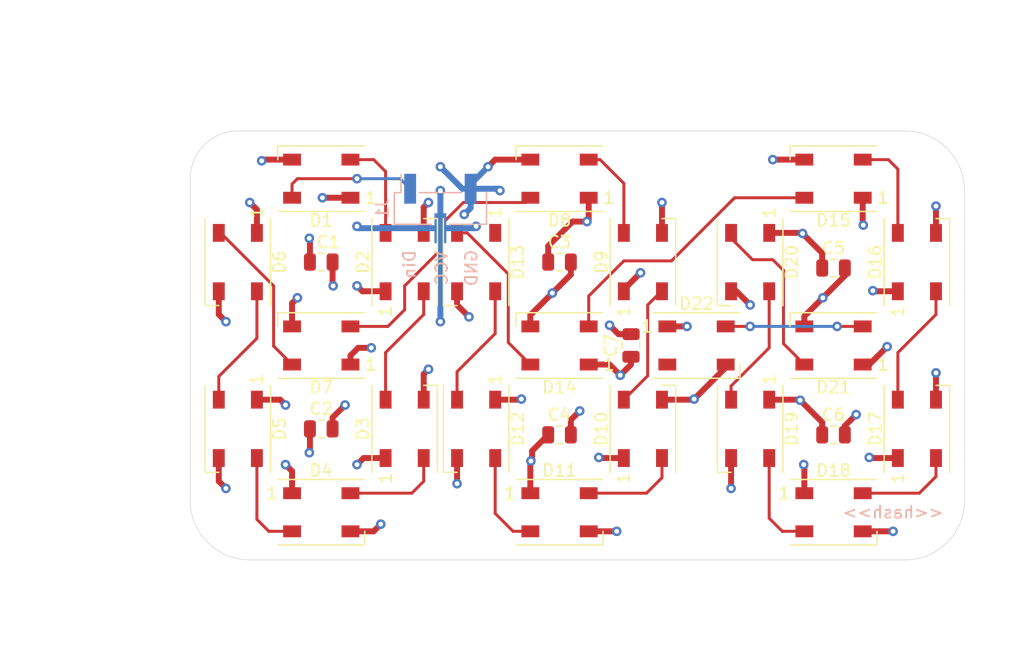
<source format=kicad_pcb>
(kicad_pcb (version 20171130) (host pcbnew "(5.1.10-1-10_14)")

  (general
    (thickness 1.6)
    (drawings 41)
    (tracks 265)
    (zones 0)
    (modules 30)
    (nets 26)
  )

  (page A4)
  (title_block
    (title <<project_name>>)
    (date <<date>>)
    (rev <<hash>>)
  )

  (layers
    (0 F.Cu signal)
    (1 In1.Cu power)
    (2 In2.Cu power)
    (31 B.Cu signal)
    (32 B.Adhes user)
    (33 F.Adhes user)
    (34 B.Paste user)
    (35 F.Paste user)
    (36 B.SilkS user)
    (37 F.SilkS user)
    (38 B.Mask user)
    (39 F.Mask user)
    (40 Dwgs.User user)
    (41 Cmts.User user)
    (42 Eco1.User user)
    (43 Eco2.User user)
    (44 Edge.Cuts user)
    (45 Margin user)
    (46 B.CrtYd user)
    (47 F.CrtYd user hide)
    (48 B.Fab user)
    (49 F.Fab user hide)
  )

  (setup
    (last_trace_width 0.5)
    (user_trace_width 0.5)
    (trace_clearance 0.2)
    (zone_clearance 0.508)
    (zone_45_only no)
    (trace_min 0.2)
    (via_size 0.8)
    (via_drill 0.4)
    (via_min_size 0.4)
    (via_min_drill 0.3)
    (user_via 0.8 0.4)
    (uvia_size 0.3)
    (uvia_drill 0.1)
    (uvias_allowed no)
    (uvia_min_size 0.2)
    (uvia_min_drill 0.1)
    (edge_width 0.05)
    (segment_width 0.2)
    (pcb_text_width 0.3)
    (pcb_text_size 1.5 1.5)
    (mod_edge_width 0.12)
    (mod_text_size 1 1)
    (mod_text_width 0.15)
    (pad_size 1.524 1.524)
    (pad_drill 0.762)
    (pad_to_mask_clearance 0)
    (aux_axis_origin 0 0)
    (visible_elements FFFFFF7F)
    (pcbplotparams
      (layerselection 0x010fc_ffffffff)
      (usegerberextensions false)
      (usegerberattributes true)
      (usegerberadvancedattributes true)
      (creategerberjobfile true)
      (excludeedgelayer true)
      (linewidth 0.100000)
      (plotframeref false)
      (viasonmask false)
      (mode 1)
      (useauxorigin false)
      (hpglpennumber 1)
      (hpglpenspeed 20)
      (hpglpendiameter 15.000000)
      (psnegative false)
      (psa4output false)
      (plotreference true)
      (plotvalue true)
      (plotinvisibletext false)
      (padsonsilk false)
      (subtractmaskfromsilk false)
      (outputformat 1)
      (mirror false)
      (drillshape 1)
      (scaleselection 1)
      (outputdirectory ""))
  )

  (net 0 "")
  (net 1 VCC)
  (net 2 "Net-(D1-Pad2)")
  (net 3 Din)
  (net 4 GND)
  (net 5 "Net-(D2-Pad2)")
  (net 6 "Net-(D3-Pad2)")
  (net 7 "Net-(D4-Pad2)")
  (net 8 "Net-(D5-Pad2)")
  (net 9 "Net-(D6-Pad2)")
  (net 10 Dhout)
  (net 11 "Net-(D8-Pad2)")
  (net 12 Dmmout)
  (net 13 "Net-(D10-Pad4)")
  (net 14 "Net-(D10-Pad2)")
  (net 15 "Net-(D11-Pad2)")
  (net 16 "Net-(D12-Pad2)")
  (net 17 "Net-(D13-Pad2)")
  (net 18 Dmout)
  (net 19 "Net-(D16-Pad2)")
  (net 20 "Net-(D17-Pad2)")
  (net 21 "Net-(D18-Pad2)")
  (net 22 "Net-(D19-Pad2)")
  (net 23 "Net-(D20-Pad2)")
  (net 24 "Net-(D15-Pad2)")
  (net 25 "Net-(D22-Pad2)")

  (net_class Default "This is the default net class."
    (clearance 0.2)
    (trace_width 0.25)
    (via_dia 0.8)
    (via_drill 0.4)
    (uvia_dia 0.3)
    (uvia_drill 0.1)
    (add_net Dhout)
    (add_net Din)
    (add_net Dmmout)
    (add_net Dmout)
    (add_net GND)
    (add_net "Net-(D1-Pad2)")
    (add_net "Net-(D10-Pad2)")
    (add_net "Net-(D10-Pad4)")
    (add_net "Net-(D11-Pad2)")
    (add_net "Net-(D12-Pad2)")
    (add_net "Net-(D13-Pad2)")
    (add_net "Net-(D15-Pad2)")
    (add_net "Net-(D16-Pad2)")
    (add_net "Net-(D17-Pad2)")
    (add_net "Net-(D18-Pad2)")
    (add_net "Net-(D19-Pad2)")
    (add_net "Net-(D2-Pad2)")
    (add_net "Net-(D20-Pad2)")
    (add_net "Net-(D22-Pad2)")
    (add_net "Net-(D3-Pad2)")
    (add_net "Net-(D4-Pad2)")
    (add_net "Net-(D5-Pad2)")
    (add_net "Net-(D6-Pad2)")
    (add_net "Net-(D8-Pad2)")
    (add_net VCC)
  )

  (module Connector_PinHeader_2.54mm:PinHeader_1x03_P2.54mm_Vertical_SMD_Pin1Left (layer B.Cu) (tedit 59FED5CC) (tstamp 61DA90EC)
    (at 107 75.5 270)
    (descr "surface-mounted straight pin header, 1x03, 2.54mm pitch, single row, style 1 (pin 1 left)")
    (tags "Surface mounted pin header SMD 1x03 2.54mm single row style1 pin1 left")
    (path /61DFFC08)
    (attr smd)
    (fp_text reference J1 (at 0 4.87 90) (layer B.SilkS)
      (effects (font (size 1 1) (thickness 0.15)) (justify mirror))
    )
    (fp_text value Conn_01x03 (at 0 -4.87 90) (layer B.Fab)
      (effects (font (size 1 1) (thickness 0.15)) (justify mirror))
    )
    (fp_text user %R (at 0 0 180) (layer B.Fab)
      (effects (font (size 1 1) (thickness 0.15)) (justify mirror))
    )
    (fp_line (start 1.27 -3.81) (end -1.27 -3.81) (layer B.Fab) (width 0.1))
    (fp_line (start -0.32 3.81) (end 1.27 3.81) (layer B.Fab) (width 0.1))
    (fp_line (start -1.27 -3.81) (end -1.27 2.86) (layer B.Fab) (width 0.1))
    (fp_line (start -1.27 2.86) (end -0.32 3.81) (layer B.Fab) (width 0.1))
    (fp_line (start 1.27 3.81) (end 1.27 -3.81) (layer B.Fab) (width 0.1))
    (fp_line (start -1.27 2.86) (end -2.54 2.86) (layer B.Fab) (width 0.1))
    (fp_line (start -2.54 2.86) (end -2.54 2.22) (layer B.Fab) (width 0.1))
    (fp_line (start -2.54 2.22) (end -1.27 2.22) (layer B.Fab) (width 0.1))
    (fp_line (start -1.27 -2.22) (end -2.54 -2.22) (layer B.Fab) (width 0.1))
    (fp_line (start -2.54 -2.22) (end -2.54 -2.86) (layer B.Fab) (width 0.1))
    (fp_line (start -2.54 -2.86) (end -1.27 -2.86) (layer B.Fab) (width 0.1))
    (fp_line (start 1.27 0.32) (end 2.54 0.32) (layer B.Fab) (width 0.1))
    (fp_line (start 2.54 0.32) (end 2.54 -0.32) (layer B.Fab) (width 0.1))
    (fp_line (start 2.54 -0.32) (end 1.27 -0.32) (layer B.Fab) (width 0.1))
    (fp_line (start -1.33 3.87) (end 1.33 3.87) (layer B.SilkS) (width 0.12))
    (fp_line (start -1.33 -3.87) (end 1.33 -3.87) (layer B.SilkS) (width 0.12))
    (fp_line (start 1.33 3.87) (end 1.33 0.76) (layer B.SilkS) (width 0.12))
    (fp_line (start -1.33 3.3) (end -2.85 3.3) (layer B.SilkS) (width 0.12))
    (fp_line (start -1.33 3.87) (end -1.33 3.3) (layer B.SilkS) (width 0.12))
    (fp_line (start 1.33 -3.3) (end 1.33 -3.87) (layer B.SilkS) (width 0.12))
    (fp_line (start 1.33 -0.76) (end 1.33 -3.87) (layer B.SilkS) (width 0.12))
    (fp_line (start -1.33 1.78) (end -1.33 -1.78) (layer B.SilkS) (width 0.12))
    (fp_line (start -3.45 4.35) (end -3.45 -4.35) (layer B.CrtYd) (width 0.05))
    (fp_line (start -3.45 -4.35) (end 3.45 -4.35) (layer B.CrtYd) (width 0.05))
    (fp_line (start 3.45 -4.35) (end 3.45 4.35) (layer B.CrtYd) (width 0.05))
    (fp_line (start 3.45 4.35) (end -3.45 4.35) (layer B.CrtYd) (width 0.05))
    (pad 2 smd rect (at 1.655 0 270) (size 2.51 1) (layers B.Cu B.Paste B.Mask)
      (net 1 VCC))
    (pad 3 smd rect (at -1.655 -2.54 270) (size 2.51 1) (layers B.Cu B.Paste B.Mask)
      (net 4 GND))
    (pad 1 smd rect (at -1.655 2.54 270) (size 2.51 1) (layers B.Cu B.Paste B.Mask)
      (net 3 Din))
    (model ${KISYS3DMOD}/Connector_PinHeader_2.54mm.3dshapes/PinHeader_1x03_P2.54mm_Vertical_SMD_Pin1Left.wrl
      (at (xyz 0 0 0))
      (scale (xyz 1 1 1))
      (rotate (xyz 0 0 0))
    )
  )

  (module Capacitor_SMD:C_0805_2012Metric (layer F.Cu) (tedit 5F68FEEE) (tstamp 61DA996E)
    (at 123 87 90)
    (descr "Capacitor SMD 0805 (2012 Metric), square (rectangular) end terminal, IPC_7351 nominal, (Body size source: IPC-SM-782 page 76, https://www.pcb-3d.com/wordpress/wp-content/uploads/ipc-sm-782a_amendment_1_and_2.pdf, https://docs.google.com/spreadsheets/d/1BsfQQcO9C6DZCsRaXUlFlo91Tg2WpOkGARC1WS5S8t0/edit?usp=sharing), generated with kicad-footprint-generator")
    (tags capacitor)
    (path /61E08FAF)
    (attr smd)
    (fp_text reference C7 (at 0 -1.68 90) (layer F.SilkS)
      (effects (font (size 1 1) (thickness 0.15)))
    )
    (fp_text value 1uF (at 0 1.68 90) (layer F.Fab)
      (effects (font (size 1 1) (thickness 0.15)))
    )
    (fp_text user %R (at 0 0 90) (layer F.Fab)
      (effects (font (size 0.5 0.5) (thickness 0.08)))
    )
    (fp_line (start -1 0.625) (end -1 -0.625) (layer F.Fab) (width 0.1))
    (fp_line (start -1 -0.625) (end 1 -0.625) (layer F.Fab) (width 0.1))
    (fp_line (start 1 -0.625) (end 1 0.625) (layer F.Fab) (width 0.1))
    (fp_line (start 1 0.625) (end -1 0.625) (layer F.Fab) (width 0.1))
    (fp_line (start -0.261252 -0.735) (end 0.261252 -0.735) (layer F.SilkS) (width 0.12))
    (fp_line (start -0.261252 0.735) (end 0.261252 0.735) (layer F.SilkS) (width 0.12))
    (fp_line (start -1.7 0.98) (end -1.7 -0.98) (layer F.CrtYd) (width 0.05))
    (fp_line (start -1.7 -0.98) (end 1.7 -0.98) (layer F.CrtYd) (width 0.05))
    (fp_line (start 1.7 -0.98) (end 1.7 0.98) (layer F.CrtYd) (width 0.05))
    (fp_line (start 1.7 0.98) (end -1.7 0.98) (layer F.CrtYd) (width 0.05))
    (pad 2 smd roundrect (at 0.95 0 90) (size 1 1.45) (layers F.Cu F.Paste F.Mask) (roundrect_rratio 0.25)
      (net 4 GND))
    (pad 1 smd roundrect (at -0.95 0 90) (size 1 1.45) (layers F.Cu F.Paste F.Mask) (roundrect_rratio 0.25)
      (net 1 VCC))
    (model ${KISYS3DMOD}/Capacitor_SMD.3dshapes/C_0805_2012Metric.wrl
      (at (xyz 0 0 0))
      (scale (xyz 1 1 1))
      (rotate (xyz 0 0 0))
    )
  )

  (module Capacitor_SMD:C_0805_2012Metric (layer F.Cu) (tedit 5F68FEEE) (tstamp 61DA7376)
    (at 140 94.5)
    (descr "Capacitor SMD 0805 (2012 Metric), square (rectangular) end terminal, IPC_7351 nominal, (Body size source: IPC-SM-782 page 76, https://www.pcb-3d.com/wordpress/wp-content/uploads/ipc-sm-782a_amendment_1_and_2.pdf, https://docs.google.com/spreadsheets/d/1BsfQQcO9C6DZCsRaXUlFlo91Tg2WpOkGARC1WS5S8t0/edit?usp=sharing), generated with kicad-footprint-generator")
    (tags capacitor)
    (path /61E08A0C)
    (attr smd)
    (fp_text reference C6 (at 0 -1.68) (layer F.SilkS)
      (effects (font (size 1 1) (thickness 0.15)))
    )
    (fp_text value 1uF (at 0 1.68) (layer F.Fab)
      (effects (font (size 1 1) (thickness 0.15)))
    )
    (fp_text user %R (at 0 0) (layer F.Fab)
      (effects (font (size 0.5 0.5) (thickness 0.08)))
    )
    (fp_line (start -1 0.625) (end -1 -0.625) (layer F.Fab) (width 0.1))
    (fp_line (start -1 -0.625) (end 1 -0.625) (layer F.Fab) (width 0.1))
    (fp_line (start 1 -0.625) (end 1 0.625) (layer F.Fab) (width 0.1))
    (fp_line (start 1 0.625) (end -1 0.625) (layer F.Fab) (width 0.1))
    (fp_line (start -0.261252 -0.735) (end 0.261252 -0.735) (layer F.SilkS) (width 0.12))
    (fp_line (start -0.261252 0.735) (end 0.261252 0.735) (layer F.SilkS) (width 0.12))
    (fp_line (start -1.7 0.98) (end -1.7 -0.98) (layer F.CrtYd) (width 0.05))
    (fp_line (start -1.7 -0.98) (end 1.7 -0.98) (layer F.CrtYd) (width 0.05))
    (fp_line (start 1.7 -0.98) (end 1.7 0.98) (layer F.CrtYd) (width 0.05))
    (fp_line (start 1.7 0.98) (end -1.7 0.98) (layer F.CrtYd) (width 0.05))
    (pad 2 smd roundrect (at 0.95 0) (size 1 1.45) (layers F.Cu F.Paste F.Mask) (roundrect_rratio 0.25)
      (net 4 GND))
    (pad 1 smd roundrect (at -0.95 0) (size 1 1.45) (layers F.Cu F.Paste F.Mask) (roundrect_rratio 0.25)
      (net 1 VCC))
    (model ${KISYS3DMOD}/Capacitor_SMD.3dshapes/C_0805_2012Metric.wrl
      (at (xyz 0 0 0))
      (scale (xyz 1 1 1))
      (rotate (xyz 0 0 0))
    )
  )

  (module Capacitor_SMD:C_0805_2012Metric (layer F.Cu) (tedit 5F68FEEE) (tstamp 61DA78AA)
    (at 140 80.5)
    (descr "Capacitor SMD 0805 (2012 Metric), square (rectangular) end terminal, IPC_7351 nominal, (Body size source: IPC-SM-782 page 76, https://www.pcb-3d.com/wordpress/wp-content/uploads/ipc-sm-782a_amendment_1_and_2.pdf, https://docs.google.com/spreadsheets/d/1BsfQQcO9C6DZCsRaXUlFlo91Tg2WpOkGARC1WS5S8t0/edit?usp=sharing), generated with kicad-footprint-generator")
    (tags capacitor)
    (path /61E08809)
    (attr smd)
    (fp_text reference C5 (at 0 -1.68) (layer F.SilkS)
      (effects (font (size 1 1) (thickness 0.15)))
    )
    (fp_text value 1uF (at 0 1.68) (layer F.Fab)
      (effects (font (size 1 1) (thickness 0.15)))
    )
    (fp_text user %R (at 0 0) (layer F.Fab)
      (effects (font (size 0.5 0.5) (thickness 0.08)))
    )
    (fp_line (start -1 0.625) (end -1 -0.625) (layer F.Fab) (width 0.1))
    (fp_line (start -1 -0.625) (end 1 -0.625) (layer F.Fab) (width 0.1))
    (fp_line (start 1 -0.625) (end 1 0.625) (layer F.Fab) (width 0.1))
    (fp_line (start 1 0.625) (end -1 0.625) (layer F.Fab) (width 0.1))
    (fp_line (start -0.261252 -0.735) (end 0.261252 -0.735) (layer F.SilkS) (width 0.12))
    (fp_line (start -0.261252 0.735) (end 0.261252 0.735) (layer F.SilkS) (width 0.12))
    (fp_line (start -1.7 0.98) (end -1.7 -0.98) (layer F.CrtYd) (width 0.05))
    (fp_line (start -1.7 -0.98) (end 1.7 -0.98) (layer F.CrtYd) (width 0.05))
    (fp_line (start 1.7 -0.98) (end 1.7 0.98) (layer F.CrtYd) (width 0.05))
    (fp_line (start 1.7 0.98) (end -1.7 0.98) (layer F.CrtYd) (width 0.05))
    (pad 2 smd roundrect (at 0.95 0) (size 1 1.45) (layers F.Cu F.Paste F.Mask) (roundrect_rratio 0.25)
      (net 4 GND))
    (pad 1 smd roundrect (at -0.95 0) (size 1 1.45) (layers F.Cu F.Paste F.Mask) (roundrect_rratio 0.25)
      (net 1 VCC))
    (model ${KISYS3DMOD}/Capacitor_SMD.3dshapes/C_0805_2012Metric.wrl
      (at (xyz 0 0 0))
      (scale (xyz 1 1 1))
      (rotate (xyz 0 0 0))
    )
  )

  (module Capacitor_SMD:C_0805_2012Metric (layer F.Cu) (tedit 5F68FEEE) (tstamp 61DA7354)
    (at 117 94.5)
    (descr "Capacitor SMD 0805 (2012 Metric), square (rectangular) end terminal, IPC_7351 nominal, (Body size source: IPC-SM-782 page 76, https://www.pcb-3d.com/wordpress/wp-content/uploads/ipc-sm-782a_amendment_1_and_2.pdf, https://docs.google.com/spreadsheets/d/1BsfQQcO9C6DZCsRaXUlFlo91Tg2WpOkGARC1WS5S8t0/edit?usp=sharing), generated with kicad-footprint-generator")
    (tags capacitor)
    (path /61E08223)
    (attr smd)
    (fp_text reference C4 (at 0 -1.68) (layer F.SilkS)
      (effects (font (size 1 1) (thickness 0.15)))
    )
    (fp_text value 1uF (at 0 1.68) (layer F.Fab)
      (effects (font (size 1 1) (thickness 0.15)))
    )
    (fp_text user %R (at 0 0) (layer F.Fab)
      (effects (font (size 0.5 0.5) (thickness 0.08)))
    )
    (fp_line (start -1 0.625) (end -1 -0.625) (layer F.Fab) (width 0.1))
    (fp_line (start -1 -0.625) (end 1 -0.625) (layer F.Fab) (width 0.1))
    (fp_line (start 1 -0.625) (end 1 0.625) (layer F.Fab) (width 0.1))
    (fp_line (start 1 0.625) (end -1 0.625) (layer F.Fab) (width 0.1))
    (fp_line (start -0.261252 -0.735) (end 0.261252 -0.735) (layer F.SilkS) (width 0.12))
    (fp_line (start -0.261252 0.735) (end 0.261252 0.735) (layer F.SilkS) (width 0.12))
    (fp_line (start -1.7 0.98) (end -1.7 -0.98) (layer F.CrtYd) (width 0.05))
    (fp_line (start -1.7 -0.98) (end 1.7 -0.98) (layer F.CrtYd) (width 0.05))
    (fp_line (start 1.7 -0.98) (end 1.7 0.98) (layer F.CrtYd) (width 0.05))
    (fp_line (start 1.7 0.98) (end -1.7 0.98) (layer F.CrtYd) (width 0.05))
    (pad 2 smd roundrect (at 0.95 0) (size 1 1.45) (layers F.Cu F.Paste F.Mask) (roundrect_rratio 0.25)
      (net 4 GND))
    (pad 1 smd roundrect (at -0.95 0) (size 1 1.45) (layers F.Cu F.Paste F.Mask) (roundrect_rratio 0.25)
      (net 1 VCC))
    (model ${KISYS3DMOD}/Capacitor_SMD.3dshapes/C_0805_2012Metric.wrl
      (at (xyz 0 0 0))
      (scale (xyz 1 1 1))
      (rotate (xyz 0 0 0))
    )
  )

  (module Capacitor_SMD:C_0805_2012Metric (layer F.Cu) (tedit 5F68FEEE) (tstamp 61DA7847)
    (at 117 80)
    (descr "Capacitor SMD 0805 (2012 Metric), square (rectangular) end terminal, IPC_7351 nominal, (Body size source: IPC-SM-782 page 76, https://www.pcb-3d.com/wordpress/wp-content/uploads/ipc-sm-782a_amendment_1_and_2.pdf, https://docs.google.com/spreadsheets/d/1BsfQQcO9C6DZCsRaXUlFlo91Tg2WpOkGARC1WS5S8t0/edit?usp=sharing), generated with kicad-footprint-generator")
    (tags capacitor)
    (path /61E0805D)
    (attr smd)
    (fp_text reference C3 (at 0 -1.68) (layer F.SilkS)
      (effects (font (size 1 1) (thickness 0.15)))
    )
    (fp_text value 1uF (at 0 1.68) (layer F.Fab)
      (effects (font (size 1 1) (thickness 0.15)))
    )
    (fp_text user %R (at 0 0) (layer F.Fab)
      (effects (font (size 0.5 0.5) (thickness 0.08)))
    )
    (fp_line (start -1 0.625) (end -1 -0.625) (layer F.Fab) (width 0.1))
    (fp_line (start -1 -0.625) (end 1 -0.625) (layer F.Fab) (width 0.1))
    (fp_line (start 1 -0.625) (end 1 0.625) (layer F.Fab) (width 0.1))
    (fp_line (start 1 0.625) (end -1 0.625) (layer F.Fab) (width 0.1))
    (fp_line (start -0.261252 -0.735) (end 0.261252 -0.735) (layer F.SilkS) (width 0.12))
    (fp_line (start -0.261252 0.735) (end 0.261252 0.735) (layer F.SilkS) (width 0.12))
    (fp_line (start -1.7 0.98) (end -1.7 -0.98) (layer F.CrtYd) (width 0.05))
    (fp_line (start -1.7 -0.98) (end 1.7 -0.98) (layer F.CrtYd) (width 0.05))
    (fp_line (start 1.7 -0.98) (end 1.7 0.98) (layer F.CrtYd) (width 0.05))
    (fp_line (start 1.7 0.98) (end -1.7 0.98) (layer F.CrtYd) (width 0.05))
    (pad 2 smd roundrect (at 0.95 0) (size 1 1.45) (layers F.Cu F.Paste F.Mask) (roundrect_rratio 0.25)
      (net 4 GND))
    (pad 1 smd roundrect (at -0.95 0) (size 1 1.45) (layers F.Cu F.Paste F.Mask) (roundrect_rratio 0.25)
      (net 1 VCC))
    (model ${KISYS3DMOD}/Capacitor_SMD.3dshapes/C_0805_2012Metric.wrl
      (at (xyz 0 0 0))
      (scale (xyz 1 1 1))
      (rotate (xyz 0 0 0))
    )
  )

  (module Capacitor_SMD:C_0805_2012Metric (layer F.Cu) (tedit 5F68FEEE) (tstamp 61DA7805)
    (at 97 94)
    (descr "Capacitor SMD 0805 (2012 Metric), square (rectangular) end terminal, IPC_7351 nominal, (Body size source: IPC-SM-782 page 76, https://www.pcb-3d.com/wordpress/wp-content/uploads/ipc-sm-782a_amendment_1_and_2.pdf, https://docs.google.com/spreadsheets/d/1BsfQQcO9C6DZCsRaXUlFlo91Tg2WpOkGARC1WS5S8t0/edit?usp=sharing), generated with kicad-footprint-generator")
    (tags capacitor)
    (path /61E07C5C)
    (attr smd)
    (fp_text reference C2 (at 0 -1.68) (layer F.SilkS)
      (effects (font (size 1 1) (thickness 0.15)))
    )
    (fp_text value 1uF (at 0 1.68) (layer F.Fab)
      (effects (font (size 1 1) (thickness 0.15)))
    )
    (fp_text user %R (at 0 0) (layer F.Fab)
      (effects (font (size 0.5 0.5) (thickness 0.08)))
    )
    (fp_line (start -1 0.625) (end -1 -0.625) (layer F.Fab) (width 0.1))
    (fp_line (start -1 -0.625) (end 1 -0.625) (layer F.Fab) (width 0.1))
    (fp_line (start 1 -0.625) (end 1 0.625) (layer F.Fab) (width 0.1))
    (fp_line (start 1 0.625) (end -1 0.625) (layer F.Fab) (width 0.1))
    (fp_line (start -0.261252 -0.735) (end 0.261252 -0.735) (layer F.SilkS) (width 0.12))
    (fp_line (start -0.261252 0.735) (end 0.261252 0.735) (layer F.SilkS) (width 0.12))
    (fp_line (start -1.7 0.98) (end -1.7 -0.98) (layer F.CrtYd) (width 0.05))
    (fp_line (start -1.7 -0.98) (end 1.7 -0.98) (layer F.CrtYd) (width 0.05))
    (fp_line (start 1.7 -0.98) (end 1.7 0.98) (layer F.CrtYd) (width 0.05))
    (fp_line (start 1.7 0.98) (end -1.7 0.98) (layer F.CrtYd) (width 0.05))
    (pad 2 smd roundrect (at 0.95 0) (size 1 1.45) (layers F.Cu F.Paste F.Mask) (roundrect_rratio 0.25)
      (net 4 GND))
    (pad 1 smd roundrect (at -0.95 0) (size 1 1.45) (layers F.Cu F.Paste F.Mask) (roundrect_rratio 0.25)
      (net 1 VCC))
    (model ${KISYS3DMOD}/Capacitor_SMD.3dshapes/C_0805_2012Metric.wrl
      (at (xyz 0 0 0))
      (scale (xyz 1 1 1))
      (rotate (xyz 0 0 0))
    )
  )

  (module Capacitor_SMD:C_0805_2012Metric (layer F.Cu) (tedit 5F68FEEE) (tstamp 61DA7321)
    (at 97 80)
    (descr "Capacitor SMD 0805 (2012 Metric), square (rectangular) end terminal, IPC_7351 nominal, (Body size source: IPC-SM-782 page 76, https://www.pcb-3d.com/wordpress/wp-content/uploads/ipc-sm-782a_amendment_1_and_2.pdf, https://docs.google.com/spreadsheets/d/1BsfQQcO9C6DZCsRaXUlFlo91Tg2WpOkGARC1WS5S8t0/edit?usp=sharing), generated with kicad-footprint-generator")
    (tags capacitor)
    (path /61E06C0D)
    (attr smd)
    (fp_text reference C1 (at 0.6 -1.68) (layer F.SilkS)
      (effects (font (size 1 1) (thickness 0.15)))
    )
    (fp_text value 1uF (at 0 1.68) (layer F.Fab)
      (effects (font (size 1 1) (thickness 0.15)))
    )
    (fp_text user %R (at 0 0) (layer F.Fab)
      (effects (font (size 0.5 0.5) (thickness 0.08)))
    )
    (fp_line (start -1 0.625) (end -1 -0.625) (layer F.Fab) (width 0.1))
    (fp_line (start -1 -0.625) (end 1 -0.625) (layer F.Fab) (width 0.1))
    (fp_line (start 1 -0.625) (end 1 0.625) (layer F.Fab) (width 0.1))
    (fp_line (start 1 0.625) (end -1 0.625) (layer F.Fab) (width 0.1))
    (fp_line (start -0.261252 -0.735) (end 0.261252 -0.735) (layer F.SilkS) (width 0.12))
    (fp_line (start -0.261252 0.735) (end 0.261252 0.735) (layer F.SilkS) (width 0.12))
    (fp_line (start -1.7 0.98) (end -1.7 -0.98) (layer F.CrtYd) (width 0.05))
    (fp_line (start -1.7 -0.98) (end 1.7 -0.98) (layer F.CrtYd) (width 0.05))
    (fp_line (start 1.7 -0.98) (end 1.7 0.98) (layer F.CrtYd) (width 0.05))
    (fp_line (start 1.7 0.98) (end -1.7 0.98) (layer F.CrtYd) (width 0.05))
    (pad 2 smd roundrect (at 0.95 0) (size 1 1.45) (layers F.Cu F.Paste F.Mask) (roundrect_rratio 0.25)
      (net 4 GND))
    (pad 1 smd roundrect (at -0.95 0) (size 1 1.45) (layers F.Cu F.Paste F.Mask) (roundrect_rratio 0.25)
      (net 1 VCC))
    (model ${KISYS3DMOD}/Capacitor_SMD.3dshapes/C_0805_2012Metric.wrl
      (at (xyz 0 0 0))
      (scale (xyz 1 1 1))
      (rotate (xyz 0 0 0))
    )
  )

  (module LED_SMD:LED_WS2812B_PLCC4_5.0x5.0mm_P3.2mm (layer F.Cu) (tedit 5AA4B285) (tstamp 61DA09C3)
    (at 128.5 87)
    (descr https://cdn-shop.adafruit.com/datasheets/WS2812B.pdf)
    (tags "LED RGB NeoPixel")
    (path /61DFCEA3)
    (attr smd)
    (fp_text reference D22 (at 0 -3.5) (layer F.SilkS)
      (effects (font (size 1 1) (thickness 0.15)))
    )
    (fp_text value WS2812B (at 0 4) (layer F.Fab)
      (effects (font (size 1 1) (thickness 0.15)))
    )
    (fp_text user %R (at 0 0) (layer F.Fab)
      (effects (font (size 0.8 0.8) (thickness 0.15)))
    )
    (fp_text user 1 (at -4.15 -1.6) (layer F.SilkS)
      (effects (font (size 1 1) (thickness 0.15)))
    )
    (fp_line (start 3.45 -2.75) (end -3.45 -2.75) (layer F.CrtYd) (width 0.05))
    (fp_line (start 3.45 2.75) (end 3.45 -2.75) (layer F.CrtYd) (width 0.05))
    (fp_line (start -3.45 2.75) (end 3.45 2.75) (layer F.CrtYd) (width 0.05))
    (fp_line (start -3.45 -2.75) (end -3.45 2.75) (layer F.CrtYd) (width 0.05))
    (fp_line (start 2.5 1.5) (end 1.5 2.5) (layer F.Fab) (width 0.1))
    (fp_line (start -2.5 -2.5) (end -2.5 2.5) (layer F.Fab) (width 0.1))
    (fp_line (start -2.5 2.5) (end 2.5 2.5) (layer F.Fab) (width 0.1))
    (fp_line (start 2.5 2.5) (end 2.5 -2.5) (layer F.Fab) (width 0.1))
    (fp_line (start 2.5 -2.5) (end -2.5 -2.5) (layer F.Fab) (width 0.1))
    (fp_line (start -3.65 -2.75) (end 3.65 -2.75) (layer F.SilkS) (width 0.12))
    (fp_line (start -3.65 2.75) (end 3.65 2.75) (layer F.SilkS) (width 0.12))
    (fp_line (start 3.65 2.75) (end 3.65 1.6) (layer F.SilkS) (width 0.12))
    (fp_circle (center 0 0) (end 0 -2) (layer F.Fab) (width 0.1))
    (pad 1 smd rect (at -2.45 -1.6) (size 1.5 1) (layers F.Cu F.Paste F.Mask)
      (net 1 VCC))
    (pad 2 smd rect (at -2.45 1.6) (size 1.5 1) (layers F.Cu F.Paste F.Mask)
      (net 25 "Net-(D22-Pad2)"))
    (pad 4 smd rect (at 2.45 -1.6) (size 1.5 1) (layers F.Cu F.Paste F.Mask)
      (net 12 Dmmout))
    (pad 3 smd rect (at 2.45 1.6) (size 1.5 1) (layers F.Cu F.Paste F.Mask)
      (net 4 GND))
    (model ${KISYS3DMOD}/LED_SMD.3dshapes/LED_WS2812B_PLCC4_5.0x5.0mm_P3.2mm.wrl
      (at (xyz 0 0 0))
      (scale (xyz 1 1 1))
      (rotate (xyz 0 0 0))
    )
  )

  (module LED_SMD:LED_WS2812B_PLCC4_5.0x5.0mm_P3.2mm (layer F.Cu) (tedit 5AA4B285) (tstamp 61DA09AC)
    (at 140 87 180)
    (descr https://cdn-shop.adafruit.com/datasheets/WS2812B.pdf)
    (tags "LED RGB NeoPixel")
    (path /61DCCF06)
    (attr smd)
    (fp_text reference D21 (at 0 -3.5) (layer F.SilkS)
      (effects (font (size 1 1) (thickness 0.15)))
    )
    (fp_text value WS2812B (at 0 4) (layer F.Fab)
      (effects (font (size 1 1) (thickness 0.15)))
    )
    (fp_text user %R (at 0 0) (layer F.Fab)
      (effects (font (size 0.8 0.8) (thickness 0.15)))
    )
    (fp_text user 1 (at -4.15 -1.6) (layer F.SilkS)
      (effects (font (size 1 1) (thickness 0.15)))
    )
    (fp_line (start 3.45 -2.75) (end -3.45 -2.75) (layer F.CrtYd) (width 0.05))
    (fp_line (start 3.45 2.75) (end 3.45 -2.75) (layer F.CrtYd) (width 0.05))
    (fp_line (start -3.45 2.75) (end 3.45 2.75) (layer F.CrtYd) (width 0.05))
    (fp_line (start -3.45 -2.75) (end -3.45 2.75) (layer F.CrtYd) (width 0.05))
    (fp_line (start 2.5 1.5) (end 1.5 2.5) (layer F.Fab) (width 0.1))
    (fp_line (start -2.5 -2.5) (end -2.5 2.5) (layer F.Fab) (width 0.1))
    (fp_line (start -2.5 2.5) (end 2.5 2.5) (layer F.Fab) (width 0.1))
    (fp_line (start 2.5 2.5) (end 2.5 -2.5) (layer F.Fab) (width 0.1))
    (fp_line (start 2.5 -2.5) (end -2.5 -2.5) (layer F.Fab) (width 0.1))
    (fp_line (start -3.65 -2.75) (end 3.65 -2.75) (layer F.SilkS) (width 0.12))
    (fp_line (start -3.65 2.75) (end 3.65 2.75) (layer F.SilkS) (width 0.12))
    (fp_line (start 3.65 2.75) (end 3.65 1.6) (layer F.SilkS) (width 0.12))
    (fp_circle (center 0 0) (end 0 -2) (layer F.Fab) (width 0.1))
    (pad 1 smd rect (at -2.45 -1.6 180) (size 1.5 1) (layers F.Cu F.Paste F.Mask)
      (net 1 VCC))
    (pad 2 smd rect (at -2.45 1.6 180) (size 1.5 1) (layers F.Cu F.Paste F.Mask)
      (net 12 Dmmout))
    (pad 4 smd rect (at 2.45 -1.6 180) (size 1.5 1) (layers F.Cu F.Paste F.Mask)
      (net 23 "Net-(D20-Pad2)"))
    (pad 3 smd rect (at 2.45 1.6 180) (size 1.5 1) (layers F.Cu F.Paste F.Mask)
      (net 4 GND))
    (model ${KISYS3DMOD}/LED_SMD.3dshapes/LED_WS2812B_PLCC4_5.0x5.0mm_P3.2mm.wrl
      (at (xyz 0 0 0))
      (scale (xyz 1 1 1))
      (rotate (xyz 0 0 0))
    )
  )

  (module LED_SMD:LED_WS2812B_PLCC4_5.0x5.0mm_P3.2mm (layer F.Cu) (tedit 5AA4B285) (tstamp 61DA0995)
    (at 133 80 270)
    (descr https://cdn-shop.adafruit.com/datasheets/WS2812B.pdf)
    (tags "LED RGB NeoPixel")
    (path /61DCCEF3)
    (attr smd)
    (fp_text reference D20 (at 0 -3.5 90) (layer F.SilkS)
      (effects (font (size 1 1) (thickness 0.15)))
    )
    (fp_text value WS2812B (at 0 4 90) (layer F.Fab)
      (effects (font (size 1 1) (thickness 0.15)))
    )
    (fp_text user %R (at 0 0 90) (layer F.Fab)
      (effects (font (size 0.8 0.8) (thickness 0.15)))
    )
    (fp_text user 1 (at -4.15 -1.6 90) (layer F.SilkS)
      (effects (font (size 1 1) (thickness 0.15)))
    )
    (fp_line (start 3.45 -2.75) (end -3.45 -2.75) (layer F.CrtYd) (width 0.05))
    (fp_line (start 3.45 2.75) (end 3.45 -2.75) (layer F.CrtYd) (width 0.05))
    (fp_line (start -3.45 2.75) (end 3.45 2.75) (layer F.CrtYd) (width 0.05))
    (fp_line (start -3.45 -2.75) (end -3.45 2.75) (layer F.CrtYd) (width 0.05))
    (fp_line (start 2.5 1.5) (end 1.5 2.5) (layer F.Fab) (width 0.1))
    (fp_line (start -2.5 -2.5) (end -2.5 2.5) (layer F.Fab) (width 0.1))
    (fp_line (start -2.5 2.5) (end 2.5 2.5) (layer F.Fab) (width 0.1))
    (fp_line (start 2.5 2.5) (end 2.5 -2.5) (layer F.Fab) (width 0.1))
    (fp_line (start 2.5 -2.5) (end -2.5 -2.5) (layer F.Fab) (width 0.1))
    (fp_line (start -3.65 -2.75) (end 3.65 -2.75) (layer F.SilkS) (width 0.12))
    (fp_line (start -3.65 2.75) (end 3.65 2.75) (layer F.SilkS) (width 0.12))
    (fp_line (start 3.65 2.75) (end 3.65 1.6) (layer F.SilkS) (width 0.12))
    (fp_circle (center 0 0) (end 0 -2) (layer F.Fab) (width 0.1))
    (pad 1 smd rect (at -2.45 -1.6 270) (size 1.5 1) (layers F.Cu F.Paste F.Mask)
      (net 1 VCC))
    (pad 2 smd rect (at -2.45 1.6 270) (size 1.5 1) (layers F.Cu F.Paste F.Mask)
      (net 23 "Net-(D20-Pad2)"))
    (pad 4 smd rect (at 2.45 -1.6 270) (size 1.5 1) (layers F.Cu F.Paste F.Mask)
      (net 22 "Net-(D19-Pad2)"))
    (pad 3 smd rect (at 2.45 1.6 270) (size 1.5 1) (layers F.Cu F.Paste F.Mask)
      (net 4 GND))
    (model ${KISYS3DMOD}/LED_SMD.3dshapes/LED_WS2812B_PLCC4_5.0x5.0mm_P3.2mm.wrl
      (at (xyz 0 0 0))
      (scale (xyz 1 1 1))
      (rotate (xyz 0 0 0))
    )
  )

  (module LED_SMD:LED_WS2812B_PLCC4_5.0x5.0mm_P3.2mm (layer F.Cu) (tedit 5AA4B285) (tstamp 61DA097E)
    (at 133 94 270)
    (descr https://cdn-shop.adafruit.com/datasheets/WS2812B.pdf)
    (tags "LED RGB NeoPixel")
    (path /61DCCEE0)
    (attr smd)
    (fp_text reference D19 (at 0 -3.5 90) (layer F.SilkS)
      (effects (font (size 1 1) (thickness 0.15)))
    )
    (fp_text value WS2812B (at 0 4 90) (layer F.Fab)
      (effects (font (size 1 1) (thickness 0.15)))
    )
    (fp_text user %R (at 0 0 90) (layer F.Fab)
      (effects (font (size 0.8 0.8) (thickness 0.15)))
    )
    (fp_text user 1 (at -4.15 -1.6 90) (layer F.SilkS)
      (effects (font (size 1 1) (thickness 0.15)))
    )
    (fp_line (start 3.45 -2.75) (end -3.45 -2.75) (layer F.CrtYd) (width 0.05))
    (fp_line (start 3.45 2.75) (end 3.45 -2.75) (layer F.CrtYd) (width 0.05))
    (fp_line (start -3.45 2.75) (end 3.45 2.75) (layer F.CrtYd) (width 0.05))
    (fp_line (start -3.45 -2.75) (end -3.45 2.75) (layer F.CrtYd) (width 0.05))
    (fp_line (start 2.5 1.5) (end 1.5 2.5) (layer F.Fab) (width 0.1))
    (fp_line (start -2.5 -2.5) (end -2.5 2.5) (layer F.Fab) (width 0.1))
    (fp_line (start -2.5 2.5) (end 2.5 2.5) (layer F.Fab) (width 0.1))
    (fp_line (start 2.5 2.5) (end 2.5 -2.5) (layer F.Fab) (width 0.1))
    (fp_line (start 2.5 -2.5) (end -2.5 -2.5) (layer F.Fab) (width 0.1))
    (fp_line (start -3.65 -2.75) (end 3.65 -2.75) (layer F.SilkS) (width 0.12))
    (fp_line (start -3.65 2.75) (end 3.65 2.75) (layer F.SilkS) (width 0.12))
    (fp_line (start 3.65 2.75) (end 3.65 1.6) (layer F.SilkS) (width 0.12))
    (fp_circle (center 0 0) (end 0 -2) (layer F.Fab) (width 0.1))
    (pad 1 smd rect (at -2.45 -1.6 270) (size 1.5 1) (layers F.Cu F.Paste F.Mask)
      (net 1 VCC))
    (pad 2 smd rect (at -2.45 1.6 270) (size 1.5 1) (layers F.Cu F.Paste F.Mask)
      (net 22 "Net-(D19-Pad2)"))
    (pad 4 smd rect (at 2.45 -1.6 270) (size 1.5 1) (layers F.Cu F.Paste F.Mask)
      (net 21 "Net-(D18-Pad2)"))
    (pad 3 smd rect (at 2.45 1.6 270) (size 1.5 1) (layers F.Cu F.Paste F.Mask)
      (net 4 GND))
    (model ${KISYS3DMOD}/LED_SMD.3dshapes/LED_WS2812B_PLCC4_5.0x5.0mm_P3.2mm.wrl
      (at (xyz 0 0 0))
      (scale (xyz 1 1 1))
      (rotate (xyz 0 0 0))
    )
  )

  (module LED_SMD:LED_WS2812B_PLCC4_5.0x5.0mm_P3.2mm (layer F.Cu) (tedit 5AA4B285) (tstamp 61DA0967)
    (at 140 101)
    (descr https://cdn-shop.adafruit.com/datasheets/WS2812B.pdf)
    (tags "LED RGB NeoPixel")
    (path /61DCCECD)
    (attr smd)
    (fp_text reference D18 (at 0 -3.5) (layer F.SilkS)
      (effects (font (size 1 1) (thickness 0.15)))
    )
    (fp_text value WS2812B (at 0 4) (layer F.Fab)
      (effects (font (size 1 1) (thickness 0.15)))
    )
    (fp_text user %R (at 0 0) (layer F.Fab)
      (effects (font (size 0.8 0.8) (thickness 0.15)))
    )
    (fp_text user 1 (at -4.15 -1.6) (layer F.SilkS)
      (effects (font (size 1 1) (thickness 0.15)))
    )
    (fp_line (start 3.45 -2.75) (end -3.45 -2.75) (layer F.CrtYd) (width 0.05))
    (fp_line (start 3.45 2.75) (end 3.45 -2.75) (layer F.CrtYd) (width 0.05))
    (fp_line (start -3.45 2.75) (end 3.45 2.75) (layer F.CrtYd) (width 0.05))
    (fp_line (start -3.45 -2.75) (end -3.45 2.75) (layer F.CrtYd) (width 0.05))
    (fp_line (start 2.5 1.5) (end 1.5 2.5) (layer F.Fab) (width 0.1))
    (fp_line (start -2.5 -2.5) (end -2.5 2.5) (layer F.Fab) (width 0.1))
    (fp_line (start -2.5 2.5) (end 2.5 2.5) (layer F.Fab) (width 0.1))
    (fp_line (start 2.5 2.5) (end 2.5 -2.5) (layer F.Fab) (width 0.1))
    (fp_line (start 2.5 -2.5) (end -2.5 -2.5) (layer F.Fab) (width 0.1))
    (fp_line (start -3.65 -2.75) (end 3.65 -2.75) (layer F.SilkS) (width 0.12))
    (fp_line (start -3.65 2.75) (end 3.65 2.75) (layer F.SilkS) (width 0.12))
    (fp_line (start 3.65 2.75) (end 3.65 1.6) (layer F.SilkS) (width 0.12))
    (fp_circle (center 0 0) (end 0 -2) (layer F.Fab) (width 0.1))
    (pad 1 smd rect (at -2.45 -1.6) (size 1.5 1) (layers F.Cu F.Paste F.Mask)
      (net 1 VCC))
    (pad 2 smd rect (at -2.45 1.6) (size 1.5 1) (layers F.Cu F.Paste F.Mask)
      (net 21 "Net-(D18-Pad2)"))
    (pad 4 smd rect (at 2.45 -1.6) (size 1.5 1) (layers F.Cu F.Paste F.Mask)
      (net 20 "Net-(D17-Pad2)"))
    (pad 3 smd rect (at 2.45 1.6) (size 1.5 1) (layers F.Cu F.Paste F.Mask)
      (net 4 GND))
    (model ${KISYS3DMOD}/LED_SMD.3dshapes/LED_WS2812B_PLCC4_5.0x5.0mm_P3.2mm.wrl
      (at (xyz 0 0 0))
      (scale (xyz 1 1 1))
      (rotate (xyz 0 0 0))
    )
  )

  (module LED_SMD:LED_WS2812B_PLCC4_5.0x5.0mm_P3.2mm (layer F.Cu) (tedit 5AA4B285) (tstamp 61DA0950)
    (at 147 94 90)
    (descr https://cdn-shop.adafruit.com/datasheets/WS2812B.pdf)
    (tags "LED RGB NeoPixel")
    (path /61DCCEBA)
    (attr smd)
    (fp_text reference D17 (at 0 -3.5 90) (layer F.SilkS)
      (effects (font (size 1 1) (thickness 0.15)))
    )
    (fp_text value WS2812B (at 0 4 90) (layer F.Fab)
      (effects (font (size 1 1) (thickness 0.15)))
    )
    (fp_text user %R (at 0 0 90) (layer F.Fab)
      (effects (font (size 0.8 0.8) (thickness 0.15)))
    )
    (fp_text user 1 (at -4.15 -1.6 90) (layer F.SilkS)
      (effects (font (size 1 1) (thickness 0.15)))
    )
    (fp_line (start 3.45 -2.75) (end -3.45 -2.75) (layer F.CrtYd) (width 0.05))
    (fp_line (start 3.45 2.75) (end 3.45 -2.75) (layer F.CrtYd) (width 0.05))
    (fp_line (start -3.45 2.75) (end 3.45 2.75) (layer F.CrtYd) (width 0.05))
    (fp_line (start -3.45 -2.75) (end -3.45 2.75) (layer F.CrtYd) (width 0.05))
    (fp_line (start 2.5 1.5) (end 1.5 2.5) (layer F.Fab) (width 0.1))
    (fp_line (start -2.5 -2.5) (end -2.5 2.5) (layer F.Fab) (width 0.1))
    (fp_line (start -2.5 2.5) (end 2.5 2.5) (layer F.Fab) (width 0.1))
    (fp_line (start 2.5 2.5) (end 2.5 -2.5) (layer F.Fab) (width 0.1))
    (fp_line (start 2.5 -2.5) (end -2.5 -2.5) (layer F.Fab) (width 0.1))
    (fp_line (start -3.65 -2.75) (end 3.65 -2.75) (layer F.SilkS) (width 0.12))
    (fp_line (start -3.65 2.75) (end 3.65 2.75) (layer F.SilkS) (width 0.12))
    (fp_line (start 3.65 2.75) (end 3.65 1.6) (layer F.SilkS) (width 0.12))
    (fp_circle (center 0 0) (end 0 -2) (layer F.Fab) (width 0.1))
    (pad 1 smd rect (at -2.45 -1.6 90) (size 1.5 1) (layers F.Cu F.Paste F.Mask)
      (net 1 VCC))
    (pad 2 smd rect (at -2.45 1.6 90) (size 1.5 1) (layers F.Cu F.Paste F.Mask)
      (net 20 "Net-(D17-Pad2)"))
    (pad 4 smd rect (at 2.45 -1.6 90) (size 1.5 1) (layers F.Cu F.Paste F.Mask)
      (net 19 "Net-(D16-Pad2)"))
    (pad 3 smd rect (at 2.45 1.6 90) (size 1.5 1) (layers F.Cu F.Paste F.Mask)
      (net 4 GND))
    (model ${KISYS3DMOD}/LED_SMD.3dshapes/LED_WS2812B_PLCC4_5.0x5.0mm_P3.2mm.wrl
      (at (xyz 0 0 0))
      (scale (xyz 1 1 1))
      (rotate (xyz 0 0 0))
    )
  )

  (module LED_SMD:LED_WS2812B_PLCC4_5.0x5.0mm_P3.2mm (layer F.Cu) (tedit 5AA4B285) (tstamp 61DA0939)
    (at 147 80 90)
    (descr https://cdn-shop.adafruit.com/datasheets/WS2812B.pdf)
    (tags "LED RGB NeoPixel")
    (path /61DCCEA7)
    (attr smd)
    (fp_text reference D16 (at 0 -3.5 90) (layer F.SilkS)
      (effects (font (size 1 1) (thickness 0.15)))
    )
    (fp_text value WS2812B (at 0 4 90) (layer F.Fab)
      (effects (font (size 1 1) (thickness 0.15)))
    )
    (fp_text user %R (at 0 0 90) (layer F.Fab)
      (effects (font (size 0.8 0.8) (thickness 0.15)))
    )
    (fp_text user 1 (at -4.15 -1.6 90) (layer F.SilkS)
      (effects (font (size 1 1) (thickness 0.15)))
    )
    (fp_line (start 3.45 -2.75) (end -3.45 -2.75) (layer F.CrtYd) (width 0.05))
    (fp_line (start 3.45 2.75) (end 3.45 -2.75) (layer F.CrtYd) (width 0.05))
    (fp_line (start -3.45 2.75) (end 3.45 2.75) (layer F.CrtYd) (width 0.05))
    (fp_line (start -3.45 -2.75) (end -3.45 2.75) (layer F.CrtYd) (width 0.05))
    (fp_line (start 2.5 1.5) (end 1.5 2.5) (layer F.Fab) (width 0.1))
    (fp_line (start -2.5 -2.5) (end -2.5 2.5) (layer F.Fab) (width 0.1))
    (fp_line (start -2.5 2.5) (end 2.5 2.5) (layer F.Fab) (width 0.1))
    (fp_line (start 2.5 2.5) (end 2.5 -2.5) (layer F.Fab) (width 0.1))
    (fp_line (start 2.5 -2.5) (end -2.5 -2.5) (layer F.Fab) (width 0.1))
    (fp_line (start -3.65 -2.75) (end 3.65 -2.75) (layer F.SilkS) (width 0.12))
    (fp_line (start -3.65 2.75) (end 3.65 2.75) (layer F.SilkS) (width 0.12))
    (fp_line (start 3.65 2.75) (end 3.65 1.6) (layer F.SilkS) (width 0.12))
    (fp_circle (center 0 0) (end 0 -2) (layer F.Fab) (width 0.1))
    (pad 1 smd rect (at -2.45 -1.6 90) (size 1.5 1) (layers F.Cu F.Paste F.Mask)
      (net 1 VCC))
    (pad 2 smd rect (at -2.45 1.6 90) (size 1.5 1) (layers F.Cu F.Paste F.Mask)
      (net 19 "Net-(D16-Pad2)"))
    (pad 4 smd rect (at 2.45 -1.6 90) (size 1.5 1) (layers F.Cu F.Paste F.Mask)
      (net 24 "Net-(D15-Pad2)"))
    (pad 3 smd rect (at 2.45 1.6 90) (size 1.5 1) (layers F.Cu F.Paste F.Mask)
      (net 4 GND))
    (model ${KISYS3DMOD}/LED_SMD.3dshapes/LED_WS2812B_PLCC4_5.0x5.0mm_P3.2mm.wrl
      (at (xyz 0 0 0))
      (scale (xyz 1 1 1))
      (rotate (xyz 0 0 0))
    )
  )

  (module LED_SMD:LED_WS2812B_PLCC4_5.0x5.0mm_P3.2mm (layer F.Cu) (tedit 5AA4B285) (tstamp 61DA10BB)
    (at 140 73 180)
    (descr https://cdn-shop.adafruit.com/datasheets/WS2812B.pdf)
    (tags "LED RGB NeoPixel")
    (path /61DCCE94)
    (attr smd)
    (fp_text reference D15 (at 0 -3.5) (layer F.SilkS)
      (effects (font (size 1 1) (thickness 0.15)))
    )
    (fp_text value WS2812B (at 0 4) (layer F.Fab)
      (effects (font (size 1 1) (thickness 0.15)))
    )
    (fp_text user %R (at 0 0 270) (layer F.Fab)
      (effects (font (size 0.8 0.8) (thickness 0.15)))
    )
    (fp_text user 1 (at -4.15 -1.6) (layer F.SilkS)
      (effects (font (size 1 1) (thickness 0.15)))
    )
    (fp_line (start 3.45 -2.75) (end -3.45 -2.75) (layer F.CrtYd) (width 0.05))
    (fp_line (start 3.45 2.75) (end 3.45 -2.75) (layer F.CrtYd) (width 0.05))
    (fp_line (start -3.45 2.75) (end 3.45 2.75) (layer F.CrtYd) (width 0.05))
    (fp_line (start -3.45 -2.75) (end -3.45 2.75) (layer F.CrtYd) (width 0.05))
    (fp_line (start 2.5 1.5) (end 1.5 2.5) (layer F.Fab) (width 0.1))
    (fp_line (start -2.5 -2.5) (end -2.5 2.5) (layer F.Fab) (width 0.1))
    (fp_line (start -2.5 2.5) (end 2.5 2.5) (layer F.Fab) (width 0.1))
    (fp_line (start 2.5 2.5) (end 2.5 -2.5) (layer F.Fab) (width 0.1))
    (fp_line (start 2.5 -2.5) (end -2.5 -2.5) (layer F.Fab) (width 0.1))
    (fp_line (start -3.65 -2.75) (end 3.65 -2.75) (layer F.SilkS) (width 0.12))
    (fp_line (start -3.65 2.75) (end 3.65 2.75) (layer F.SilkS) (width 0.12))
    (fp_line (start 3.65 2.75) (end 3.65 1.6) (layer F.SilkS) (width 0.12))
    (fp_circle (center 0 0) (end 0 -2) (layer F.Fab) (width 0.1))
    (pad 1 smd rect (at -2.45 -1.6 180) (size 1.5 1) (layers F.Cu F.Paste F.Mask)
      (net 1 VCC))
    (pad 2 smd rect (at -2.45 1.6 180) (size 1.5 1) (layers F.Cu F.Paste F.Mask)
      (net 24 "Net-(D15-Pad2)"))
    (pad 4 smd rect (at 2.45 -1.6 180) (size 1.5 1) (layers F.Cu F.Paste F.Mask)
      (net 18 Dmout))
    (pad 3 smd rect (at 2.45 1.6 180) (size 1.5 1) (layers F.Cu F.Paste F.Mask)
      (net 4 GND))
    (model ${KISYS3DMOD}/LED_SMD.3dshapes/LED_WS2812B_PLCC4_5.0x5.0mm_P3.2mm.wrl
      (at (xyz 0 0 0))
      (scale (xyz 1 1 1))
      (rotate (xyz 0 0 0))
    )
  )

  (module LED_SMD:LED_WS2812B_PLCC4_5.0x5.0mm_P3.2mm (layer F.Cu) (tedit 5AA4B285) (tstamp 61DA090B)
    (at 117 87 180)
    (descr https://cdn-shop.adafruit.com/datasheets/WS2812B.pdf)
    (tags "LED RGB NeoPixel")
    (path /61DC9096)
    (attr smd)
    (fp_text reference D14 (at 0 -3.5) (layer F.SilkS)
      (effects (font (size 1 1) (thickness 0.15)))
    )
    (fp_text value WS2812B (at 0 4) (layer F.Fab)
      (effects (font (size 1 1) (thickness 0.15)))
    )
    (fp_text user %R (at 0 0) (layer F.Fab)
      (effects (font (size 0.8 0.8) (thickness 0.15)))
    )
    (fp_text user 1 (at -4.15 -1.6) (layer F.SilkS)
      (effects (font (size 1 1) (thickness 0.15)))
    )
    (fp_line (start 3.45 -2.75) (end -3.45 -2.75) (layer F.CrtYd) (width 0.05))
    (fp_line (start 3.45 2.75) (end 3.45 -2.75) (layer F.CrtYd) (width 0.05))
    (fp_line (start -3.45 2.75) (end 3.45 2.75) (layer F.CrtYd) (width 0.05))
    (fp_line (start -3.45 -2.75) (end -3.45 2.75) (layer F.CrtYd) (width 0.05))
    (fp_line (start 2.5 1.5) (end 1.5 2.5) (layer F.Fab) (width 0.1))
    (fp_line (start -2.5 -2.5) (end -2.5 2.5) (layer F.Fab) (width 0.1))
    (fp_line (start -2.5 2.5) (end 2.5 2.5) (layer F.Fab) (width 0.1))
    (fp_line (start 2.5 2.5) (end 2.5 -2.5) (layer F.Fab) (width 0.1))
    (fp_line (start 2.5 -2.5) (end -2.5 -2.5) (layer F.Fab) (width 0.1))
    (fp_line (start -3.65 -2.75) (end 3.65 -2.75) (layer F.SilkS) (width 0.12))
    (fp_line (start -3.65 2.75) (end 3.65 2.75) (layer F.SilkS) (width 0.12))
    (fp_line (start 3.65 2.75) (end 3.65 1.6) (layer F.SilkS) (width 0.12))
    (fp_circle (center 0 0) (end 0 -2) (layer F.Fab) (width 0.1))
    (pad 1 smd rect (at -2.45 -1.6 180) (size 1.5 1) (layers F.Cu F.Paste F.Mask)
      (net 1 VCC))
    (pad 2 smd rect (at -2.45 1.6 180) (size 1.5 1) (layers F.Cu F.Paste F.Mask)
      (net 18 Dmout))
    (pad 4 smd rect (at 2.45 -1.6 180) (size 1.5 1) (layers F.Cu F.Paste F.Mask)
      (net 17 "Net-(D13-Pad2)"))
    (pad 3 smd rect (at 2.45 1.6 180) (size 1.5 1) (layers F.Cu F.Paste F.Mask)
      (net 4 GND))
    (model ${KISYS3DMOD}/LED_SMD.3dshapes/LED_WS2812B_PLCC4_5.0x5.0mm_P3.2mm.wrl
      (at (xyz 0 0 0))
      (scale (xyz 1 1 1))
      (rotate (xyz 0 0 0))
    )
  )

  (module LED_SMD:LED_WS2812B_PLCC4_5.0x5.0mm_P3.2mm (layer F.Cu) (tedit 5AA4B285) (tstamp 61DA08F4)
    (at 110 80 270)
    (descr https://cdn-shop.adafruit.com/datasheets/WS2812B.pdf)
    (tags "LED RGB NeoPixel")
    (path /61DC9083)
    (attr smd)
    (fp_text reference D13 (at 0 -3.5 90) (layer F.SilkS)
      (effects (font (size 1 1) (thickness 0.15)))
    )
    (fp_text value WS2812B (at 0 4 90) (layer F.Fab)
      (effects (font (size 1 1) (thickness 0.15)))
    )
    (fp_text user %R (at 0 0 90) (layer F.Fab)
      (effects (font (size 0.8 0.8) (thickness 0.15)))
    )
    (fp_text user 1 (at -4.15 -1.6 90) (layer F.SilkS)
      (effects (font (size 1 1) (thickness 0.15)))
    )
    (fp_line (start 3.45 -2.75) (end -3.45 -2.75) (layer F.CrtYd) (width 0.05))
    (fp_line (start 3.45 2.75) (end 3.45 -2.75) (layer F.CrtYd) (width 0.05))
    (fp_line (start -3.45 2.75) (end 3.45 2.75) (layer F.CrtYd) (width 0.05))
    (fp_line (start -3.45 -2.75) (end -3.45 2.75) (layer F.CrtYd) (width 0.05))
    (fp_line (start 2.5 1.5) (end 1.5 2.5) (layer F.Fab) (width 0.1))
    (fp_line (start -2.5 -2.5) (end -2.5 2.5) (layer F.Fab) (width 0.1))
    (fp_line (start -2.5 2.5) (end 2.5 2.5) (layer F.Fab) (width 0.1))
    (fp_line (start 2.5 2.5) (end 2.5 -2.5) (layer F.Fab) (width 0.1))
    (fp_line (start 2.5 -2.5) (end -2.5 -2.5) (layer F.Fab) (width 0.1))
    (fp_line (start -3.65 -2.75) (end 3.65 -2.75) (layer F.SilkS) (width 0.12))
    (fp_line (start -3.65 2.75) (end 3.65 2.75) (layer F.SilkS) (width 0.12))
    (fp_line (start 3.65 2.75) (end 3.65 1.6) (layer F.SilkS) (width 0.12))
    (fp_circle (center 0 0) (end 0 -2) (layer F.Fab) (width 0.1))
    (pad 1 smd rect (at -2.45 -1.6 270) (size 1.5 1) (layers F.Cu F.Paste F.Mask)
      (net 1 VCC))
    (pad 2 smd rect (at -2.45 1.6 270) (size 1.5 1) (layers F.Cu F.Paste F.Mask)
      (net 17 "Net-(D13-Pad2)"))
    (pad 4 smd rect (at 2.45 -1.6 270) (size 1.5 1) (layers F.Cu F.Paste F.Mask)
      (net 16 "Net-(D12-Pad2)"))
    (pad 3 smd rect (at 2.45 1.6 270) (size 1.5 1) (layers F.Cu F.Paste F.Mask)
      (net 4 GND))
    (model ${KISYS3DMOD}/LED_SMD.3dshapes/LED_WS2812B_PLCC4_5.0x5.0mm_P3.2mm.wrl
      (at (xyz 0 0 0))
      (scale (xyz 1 1 1))
      (rotate (xyz 0 0 0))
    )
  )

  (module LED_SMD:LED_WS2812B_PLCC4_5.0x5.0mm_P3.2mm (layer F.Cu) (tedit 5AA4B285) (tstamp 61DA08DD)
    (at 110 94 270)
    (descr https://cdn-shop.adafruit.com/datasheets/WS2812B.pdf)
    (tags "LED RGB NeoPixel")
    (path /61DC9070)
    (attr smd)
    (fp_text reference D12 (at 0 -3.5 90) (layer F.SilkS)
      (effects (font (size 1 1) (thickness 0.15)))
    )
    (fp_text value WS2812B (at 0 4 90) (layer F.Fab)
      (effects (font (size 1 1) (thickness 0.15)))
    )
    (fp_text user %R (at 0 0 90) (layer F.Fab)
      (effects (font (size 0.8 0.8) (thickness 0.15)))
    )
    (fp_text user 1 (at -4.15 -1.6 90) (layer F.SilkS)
      (effects (font (size 1 1) (thickness 0.15)))
    )
    (fp_line (start 3.45 -2.75) (end -3.45 -2.75) (layer F.CrtYd) (width 0.05))
    (fp_line (start 3.45 2.75) (end 3.45 -2.75) (layer F.CrtYd) (width 0.05))
    (fp_line (start -3.45 2.75) (end 3.45 2.75) (layer F.CrtYd) (width 0.05))
    (fp_line (start -3.45 -2.75) (end -3.45 2.75) (layer F.CrtYd) (width 0.05))
    (fp_line (start 2.5 1.5) (end 1.5 2.5) (layer F.Fab) (width 0.1))
    (fp_line (start -2.5 -2.5) (end -2.5 2.5) (layer F.Fab) (width 0.1))
    (fp_line (start -2.5 2.5) (end 2.5 2.5) (layer F.Fab) (width 0.1))
    (fp_line (start 2.5 2.5) (end 2.5 -2.5) (layer F.Fab) (width 0.1))
    (fp_line (start 2.5 -2.5) (end -2.5 -2.5) (layer F.Fab) (width 0.1))
    (fp_line (start -3.65 -2.75) (end 3.65 -2.75) (layer F.SilkS) (width 0.12))
    (fp_line (start -3.65 2.75) (end 3.65 2.75) (layer F.SilkS) (width 0.12))
    (fp_line (start 3.65 2.75) (end 3.65 1.6) (layer F.SilkS) (width 0.12))
    (fp_circle (center 0 0) (end 0 -2) (layer F.Fab) (width 0.1))
    (pad 1 smd rect (at -2.45 -1.6 270) (size 1.5 1) (layers F.Cu F.Paste F.Mask)
      (net 1 VCC))
    (pad 2 smd rect (at -2.45 1.6 270) (size 1.5 1) (layers F.Cu F.Paste F.Mask)
      (net 16 "Net-(D12-Pad2)"))
    (pad 4 smd rect (at 2.45 -1.6 270) (size 1.5 1) (layers F.Cu F.Paste F.Mask)
      (net 15 "Net-(D11-Pad2)"))
    (pad 3 smd rect (at 2.45 1.6 270) (size 1.5 1) (layers F.Cu F.Paste F.Mask)
      (net 4 GND))
    (model ${KISYS3DMOD}/LED_SMD.3dshapes/LED_WS2812B_PLCC4_5.0x5.0mm_P3.2mm.wrl
      (at (xyz 0 0 0))
      (scale (xyz 1 1 1))
      (rotate (xyz 0 0 0))
    )
  )

  (module LED_SMD:LED_WS2812B_PLCC4_5.0x5.0mm_P3.2mm (layer F.Cu) (tedit 5AA4B285) (tstamp 61DA08C6)
    (at 117 101)
    (descr https://cdn-shop.adafruit.com/datasheets/WS2812B.pdf)
    (tags "LED RGB NeoPixel")
    (path /61DC905D)
    (attr smd)
    (fp_text reference D11 (at 0 -3.5) (layer F.SilkS)
      (effects (font (size 1 1) (thickness 0.15)))
    )
    (fp_text value WS2812B (at 0 4) (layer F.Fab)
      (effects (font (size 1 1) (thickness 0.15)))
    )
    (fp_text user %R (at 0 0) (layer F.Fab)
      (effects (font (size 0.8 0.8) (thickness 0.15)))
    )
    (fp_text user 1 (at -4.15 -1.6) (layer F.SilkS)
      (effects (font (size 1 1) (thickness 0.15)))
    )
    (fp_line (start 3.45 -2.75) (end -3.45 -2.75) (layer F.CrtYd) (width 0.05))
    (fp_line (start 3.45 2.75) (end 3.45 -2.75) (layer F.CrtYd) (width 0.05))
    (fp_line (start -3.45 2.75) (end 3.45 2.75) (layer F.CrtYd) (width 0.05))
    (fp_line (start -3.45 -2.75) (end -3.45 2.75) (layer F.CrtYd) (width 0.05))
    (fp_line (start 2.5 1.5) (end 1.5 2.5) (layer F.Fab) (width 0.1))
    (fp_line (start -2.5 -2.5) (end -2.5 2.5) (layer F.Fab) (width 0.1))
    (fp_line (start -2.5 2.5) (end 2.5 2.5) (layer F.Fab) (width 0.1))
    (fp_line (start 2.5 2.5) (end 2.5 -2.5) (layer F.Fab) (width 0.1))
    (fp_line (start 2.5 -2.5) (end -2.5 -2.5) (layer F.Fab) (width 0.1))
    (fp_line (start -3.65 -2.75) (end 3.65 -2.75) (layer F.SilkS) (width 0.12))
    (fp_line (start -3.65 2.75) (end 3.65 2.75) (layer F.SilkS) (width 0.12))
    (fp_line (start 3.65 2.75) (end 3.65 1.6) (layer F.SilkS) (width 0.12))
    (fp_circle (center 0 0) (end 0 -2) (layer F.Fab) (width 0.1))
    (pad 1 smd rect (at -2.45 -1.6) (size 1.5 1) (layers F.Cu F.Paste F.Mask)
      (net 1 VCC))
    (pad 2 smd rect (at -2.45 1.6) (size 1.5 1) (layers F.Cu F.Paste F.Mask)
      (net 15 "Net-(D11-Pad2)"))
    (pad 4 smd rect (at 2.45 -1.6) (size 1.5 1) (layers F.Cu F.Paste F.Mask)
      (net 14 "Net-(D10-Pad2)"))
    (pad 3 smd rect (at 2.45 1.6) (size 1.5 1) (layers F.Cu F.Paste F.Mask)
      (net 4 GND))
    (model ${KISYS3DMOD}/LED_SMD.3dshapes/LED_WS2812B_PLCC4_5.0x5.0mm_P3.2mm.wrl
      (at (xyz 0 0 0))
      (scale (xyz 1 1 1))
      (rotate (xyz 0 0 0))
    )
  )

  (module LED_SMD:LED_WS2812B_PLCC4_5.0x5.0mm_P3.2mm (layer F.Cu) (tedit 5AA4B285) (tstamp 61DA08AF)
    (at 124 94 90)
    (descr https://cdn-shop.adafruit.com/datasheets/WS2812B.pdf)
    (tags "LED RGB NeoPixel")
    (path /61DC904A)
    (attr smd)
    (fp_text reference D10 (at 0 -3.5 90) (layer F.SilkS)
      (effects (font (size 1 1) (thickness 0.15)))
    )
    (fp_text value WS2812B (at 0 4 90) (layer F.Fab)
      (effects (font (size 1 1) (thickness 0.15)))
    )
    (fp_text user %R (at 0 0 90) (layer F.Fab)
      (effects (font (size 0.8 0.8) (thickness 0.15)))
    )
    (fp_text user 1 (at -4.15 -1.6 90) (layer F.SilkS)
      (effects (font (size 1 1) (thickness 0.15)))
    )
    (fp_line (start 3.45 -2.75) (end -3.45 -2.75) (layer F.CrtYd) (width 0.05))
    (fp_line (start 3.45 2.75) (end 3.45 -2.75) (layer F.CrtYd) (width 0.05))
    (fp_line (start -3.45 2.75) (end 3.45 2.75) (layer F.CrtYd) (width 0.05))
    (fp_line (start -3.45 -2.75) (end -3.45 2.75) (layer F.CrtYd) (width 0.05))
    (fp_line (start 2.5 1.5) (end 1.5 2.5) (layer F.Fab) (width 0.1))
    (fp_line (start -2.5 -2.5) (end -2.5 2.5) (layer F.Fab) (width 0.1))
    (fp_line (start -2.5 2.5) (end 2.5 2.5) (layer F.Fab) (width 0.1))
    (fp_line (start 2.5 2.5) (end 2.5 -2.5) (layer F.Fab) (width 0.1))
    (fp_line (start 2.5 -2.5) (end -2.5 -2.5) (layer F.Fab) (width 0.1))
    (fp_line (start -3.65 -2.75) (end 3.65 -2.75) (layer F.SilkS) (width 0.12))
    (fp_line (start -3.65 2.75) (end 3.65 2.75) (layer F.SilkS) (width 0.12))
    (fp_line (start 3.65 2.75) (end 3.65 1.6) (layer F.SilkS) (width 0.12))
    (fp_circle (center 0 0) (end 0 -2) (layer F.Fab) (width 0.1))
    (pad 1 smd rect (at -2.45 -1.6 90) (size 1.5 1) (layers F.Cu F.Paste F.Mask)
      (net 1 VCC))
    (pad 2 smd rect (at -2.45 1.6 90) (size 1.5 1) (layers F.Cu F.Paste F.Mask)
      (net 14 "Net-(D10-Pad2)"))
    (pad 4 smd rect (at 2.45 -1.6 90) (size 1.5 1) (layers F.Cu F.Paste F.Mask)
      (net 13 "Net-(D10-Pad4)"))
    (pad 3 smd rect (at 2.45 1.6 90) (size 1.5 1) (layers F.Cu F.Paste F.Mask)
      (net 4 GND))
    (model ${KISYS3DMOD}/LED_SMD.3dshapes/LED_WS2812B_PLCC4_5.0x5.0mm_P3.2mm.wrl
      (at (xyz 0 0 0))
      (scale (xyz 1 1 1))
      (rotate (xyz 0 0 0))
    )
  )

  (module LED_SMD:LED_WS2812B_PLCC4_5.0x5.0mm_P3.2mm (layer F.Cu) (tedit 5AA4B285) (tstamp 61DA0898)
    (at 124 80 90)
    (descr https://cdn-shop.adafruit.com/datasheets/WS2812B.pdf)
    (tags "LED RGB NeoPixel")
    (path /61DC9037)
    (attr smd)
    (fp_text reference D9 (at 0 -3.5 90) (layer F.SilkS)
      (effects (font (size 1 1) (thickness 0.15)))
    )
    (fp_text value WS2812B (at 0 4 90) (layer F.Fab)
      (effects (font (size 1 1) (thickness 0.15)))
    )
    (fp_text user %R (at 0 0 90) (layer F.Fab)
      (effects (font (size 0.8 0.8) (thickness 0.15)))
    )
    (fp_text user 1 (at -4.15 -1.6 90) (layer F.SilkS)
      (effects (font (size 1 1) (thickness 0.15)))
    )
    (fp_line (start 3.45 -2.75) (end -3.45 -2.75) (layer F.CrtYd) (width 0.05))
    (fp_line (start 3.45 2.75) (end 3.45 -2.75) (layer F.CrtYd) (width 0.05))
    (fp_line (start -3.45 2.75) (end 3.45 2.75) (layer F.CrtYd) (width 0.05))
    (fp_line (start -3.45 -2.75) (end -3.45 2.75) (layer F.CrtYd) (width 0.05))
    (fp_line (start 2.5 1.5) (end 1.5 2.5) (layer F.Fab) (width 0.1))
    (fp_line (start -2.5 -2.5) (end -2.5 2.5) (layer F.Fab) (width 0.1))
    (fp_line (start -2.5 2.5) (end 2.5 2.5) (layer F.Fab) (width 0.1))
    (fp_line (start 2.5 2.5) (end 2.5 -2.5) (layer F.Fab) (width 0.1))
    (fp_line (start 2.5 -2.5) (end -2.5 -2.5) (layer F.Fab) (width 0.1))
    (fp_line (start -3.65 -2.75) (end 3.65 -2.75) (layer F.SilkS) (width 0.12))
    (fp_line (start -3.65 2.75) (end 3.65 2.75) (layer F.SilkS) (width 0.12))
    (fp_line (start 3.65 2.75) (end 3.65 1.6) (layer F.SilkS) (width 0.12))
    (fp_circle (center 0 0) (end 0 -2) (layer F.Fab) (width 0.1))
    (pad 1 smd rect (at -2.45 -1.6 90) (size 1.5 1) (layers F.Cu F.Paste F.Mask)
      (net 1 VCC))
    (pad 2 smd rect (at -2.45 1.6 90) (size 1.5 1) (layers F.Cu F.Paste F.Mask)
      (net 13 "Net-(D10-Pad4)"))
    (pad 4 smd rect (at 2.45 -1.6 90) (size 1.5 1) (layers F.Cu F.Paste F.Mask)
      (net 11 "Net-(D8-Pad2)"))
    (pad 3 smd rect (at 2.45 1.6 90) (size 1.5 1) (layers F.Cu F.Paste F.Mask)
      (net 4 GND))
    (model ${KISYS3DMOD}/LED_SMD.3dshapes/LED_WS2812B_PLCC4_5.0x5.0mm_P3.2mm.wrl
      (at (xyz 0 0 0))
      (scale (xyz 1 1 1))
      (rotate (xyz 0 0 0))
    )
  )

  (module LED_SMD:LED_WS2812B_PLCC4_5.0x5.0mm_P3.2mm (layer F.Cu) (tedit 5AA4B285) (tstamp 61DA0881)
    (at 117 73 180)
    (descr https://cdn-shop.adafruit.com/datasheets/WS2812B.pdf)
    (tags "LED RGB NeoPixel")
    (path /61DC9024)
    (attr smd)
    (fp_text reference D8 (at 0 -3.5) (layer F.SilkS)
      (effects (font (size 1 1) (thickness 0.15)))
    )
    (fp_text value WS2812B (at 0 4) (layer F.Fab)
      (effects (font (size 1 1) (thickness 0.15)))
    )
    (fp_text user %R (at 0 0) (layer F.Fab)
      (effects (font (size 0.8 0.8) (thickness 0.15)))
    )
    (fp_text user 1 (at -4.15 -1.6) (layer F.SilkS)
      (effects (font (size 1 1) (thickness 0.15)))
    )
    (fp_line (start 3.45 -2.75) (end -3.45 -2.75) (layer F.CrtYd) (width 0.05))
    (fp_line (start 3.45 2.75) (end 3.45 -2.75) (layer F.CrtYd) (width 0.05))
    (fp_line (start -3.45 2.75) (end 3.45 2.75) (layer F.CrtYd) (width 0.05))
    (fp_line (start -3.45 -2.75) (end -3.45 2.75) (layer F.CrtYd) (width 0.05))
    (fp_line (start 2.5 1.5) (end 1.5 2.5) (layer F.Fab) (width 0.1))
    (fp_line (start -2.5 -2.5) (end -2.5 2.5) (layer F.Fab) (width 0.1))
    (fp_line (start -2.5 2.5) (end 2.5 2.5) (layer F.Fab) (width 0.1))
    (fp_line (start 2.5 2.5) (end 2.5 -2.5) (layer F.Fab) (width 0.1))
    (fp_line (start 2.5 -2.5) (end -2.5 -2.5) (layer F.Fab) (width 0.1))
    (fp_line (start -3.65 -2.75) (end 3.65 -2.75) (layer F.SilkS) (width 0.12))
    (fp_line (start -3.65 2.75) (end 3.65 2.75) (layer F.SilkS) (width 0.12))
    (fp_line (start 3.65 2.75) (end 3.65 1.6) (layer F.SilkS) (width 0.12))
    (fp_circle (center 0 0) (end 0 -2) (layer F.Fab) (width 0.1))
    (pad 1 smd rect (at -2.45 -1.6 180) (size 1.5 1) (layers F.Cu F.Paste F.Mask)
      (net 1 VCC))
    (pad 2 smd rect (at -2.45 1.6 180) (size 1.5 1) (layers F.Cu F.Paste F.Mask)
      (net 11 "Net-(D8-Pad2)"))
    (pad 4 smd rect (at 2.45 -1.6 180) (size 1.5 1) (layers F.Cu F.Paste F.Mask)
      (net 10 Dhout))
    (pad 3 smd rect (at 2.45 1.6 180) (size 1.5 1) (layers F.Cu F.Paste F.Mask)
      (net 4 GND))
    (model ${KISYS3DMOD}/LED_SMD.3dshapes/LED_WS2812B_PLCC4_5.0x5.0mm_P3.2mm.wrl
      (at (xyz 0 0 0))
      (scale (xyz 1 1 1))
      (rotate (xyz 0 0 0))
    )
  )

  (module LED_SMD:LED_WS2812B_PLCC4_5.0x5.0mm_P3.2mm (layer F.Cu) (tedit 5AA4B285) (tstamp 61DA086A)
    (at 97 87 180)
    (descr https://cdn-shop.adafruit.com/datasheets/WS2812B.pdf)
    (tags "LED RGB NeoPixel")
    (path /61DBFC72)
    (attr smd)
    (fp_text reference D7 (at 0 -3.5) (layer F.SilkS)
      (effects (font (size 1 1) (thickness 0.15)))
    )
    (fp_text value WS2812B (at 0 4) (layer F.Fab)
      (effects (font (size 1 1) (thickness 0.15)))
    )
    (fp_text user %R (at 0 0) (layer F.Fab)
      (effects (font (size 0.8 0.8) (thickness 0.15)))
    )
    (fp_text user 1 (at -4.15 -1.6) (layer F.SilkS)
      (effects (font (size 1 1) (thickness 0.15)))
    )
    (fp_line (start 3.45 -2.75) (end -3.45 -2.75) (layer F.CrtYd) (width 0.05))
    (fp_line (start 3.45 2.75) (end 3.45 -2.75) (layer F.CrtYd) (width 0.05))
    (fp_line (start -3.45 2.75) (end 3.45 2.75) (layer F.CrtYd) (width 0.05))
    (fp_line (start -3.45 -2.75) (end -3.45 2.75) (layer F.CrtYd) (width 0.05))
    (fp_line (start 2.5 1.5) (end 1.5 2.5) (layer F.Fab) (width 0.1))
    (fp_line (start -2.5 -2.5) (end -2.5 2.5) (layer F.Fab) (width 0.1))
    (fp_line (start -2.5 2.5) (end 2.5 2.5) (layer F.Fab) (width 0.1))
    (fp_line (start 2.5 2.5) (end 2.5 -2.5) (layer F.Fab) (width 0.1))
    (fp_line (start 2.5 -2.5) (end -2.5 -2.5) (layer F.Fab) (width 0.1))
    (fp_line (start -3.65 -2.75) (end 3.65 -2.75) (layer F.SilkS) (width 0.12))
    (fp_line (start -3.65 2.75) (end 3.65 2.75) (layer F.SilkS) (width 0.12))
    (fp_line (start 3.65 2.75) (end 3.65 1.6) (layer F.SilkS) (width 0.12))
    (fp_circle (center 0 0) (end 0 -2) (layer F.Fab) (width 0.1))
    (pad 1 smd rect (at -2.45 -1.6 180) (size 1.5 1) (layers F.Cu F.Paste F.Mask)
      (net 1 VCC))
    (pad 2 smd rect (at -2.45 1.6 180) (size 1.5 1) (layers F.Cu F.Paste F.Mask)
      (net 10 Dhout))
    (pad 4 smd rect (at 2.45 -1.6 180) (size 1.5 1) (layers F.Cu F.Paste F.Mask)
      (net 9 "Net-(D6-Pad2)"))
    (pad 3 smd rect (at 2.45 1.6 180) (size 1.5 1) (layers F.Cu F.Paste F.Mask)
      (net 4 GND))
    (model ${KISYS3DMOD}/LED_SMD.3dshapes/LED_WS2812B_PLCC4_5.0x5.0mm_P3.2mm.wrl
      (at (xyz 0 0 0))
      (scale (xyz 1 1 1))
      (rotate (xyz 0 0 0))
    )
  )

  (module LED_SMD:LED_WS2812B_PLCC4_5.0x5.0mm_P3.2mm (layer F.Cu) (tedit 5AA4B285) (tstamp 61DA0C6F)
    (at 90 80 270)
    (descr https://cdn-shop.adafruit.com/datasheets/WS2812B.pdf)
    (tags "LED RGB NeoPixel")
    (path /61DBED61)
    (attr smd)
    (fp_text reference D6 (at 0 -3.5 90) (layer F.SilkS)
      (effects (font (size 1 1) (thickness 0.15)))
    )
    (fp_text value WS2812B (at 0 4 90) (layer F.Fab)
      (effects (font (size 1 1) (thickness 0.15)))
    )
    (fp_text user %R (at 0 0) (layer F.Fab)
      (effects (font (size 0.8 0.8) (thickness 0.15)))
    )
    (fp_text user 1 (at -4.15 -1.6 90) (layer F.SilkS)
      (effects (font (size 1 1) (thickness 0.15)))
    )
    (fp_line (start 3.45 -2.75) (end -3.45 -2.75) (layer F.CrtYd) (width 0.05))
    (fp_line (start 3.45 2.75) (end 3.45 -2.75) (layer F.CrtYd) (width 0.05))
    (fp_line (start -3.45 2.75) (end 3.45 2.75) (layer F.CrtYd) (width 0.05))
    (fp_line (start -3.45 -2.75) (end -3.45 2.75) (layer F.CrtYd) (width 0.05))
    (fp_line (start 2.5 1.5) (end 1.5 2.5) (layer F.Fab) (width 0.1))
    (fp_line (start -2.5 -2.5) (end -2.5 2.5) (layer F.Fab) (width 0.1))
    (fp_line (start -2.5 2.5) (end 2.5 2.5) (layer F.Fab) (width 0.1))
    (fp_line (start 2.5 2.5) (end 2.5 -2.5) (layer F.Fab) (width 0.1))
    (fp_line (start 2.5 -2.5) (end -2.5 -2.5) (layer F.Fab) (width 0.1))
    (fp_line (start -3.65 -2.75) (end 3.65 -2.75) (layer F.SilkS) (width 0.12))
    (fp_line (start -3.65 2.75) (end 3.65 2.75) (layer F.SilkS) (width 0.12))
    (fp_line (start 3.65 2.75) (end 3.65 1.6) (layer F.SilkS) (width 0.12))
    (fp_circle (center 0 0) (end 0 -2) (layer F.Fab) (width 0.1))
    (pad 1 smd rect (at -2.45 -1.6 270) (size 1.5 1) (layers F.Cu F.Paste F.Mask)
      (net 1 VCC))
    (pad 2 smd rect (at -2.45 1.6 270) (size 1.5 1) (layers F.Cu F.Paste F.Mask)
      (net 9 "Net-(D6-Pad2)"))
    (pad 4 smd rect (at 2.45 -1.6 270) (size 1.5 1) (layers F.Cu F.Paste F.Mask)
      (net 8 "Net-(D5-Pad2)"))
    (pad 3 smd rect (at 2.45 1.6 270) (size 1.5 1) (layers F.Cu F.Paste F.Mask)
      (net 4 GND))
    (model ${KISYS3DMOD}/LED_SMD.3dshapes/LED_WS2812B_PLCC4_5.0x5.0mm_P3.2mm.wrl
      (at (xyz 0 0 0))
      (scale (xyz 1 1 1))
      (rotate (xyz 0 0 0))
    )
  )

  (module LED_SMD:LED_WS2812B_PLCC4_5.0x5.0mm_P3.2mm (layer F.Cu) (tedit 5AA4B285) (tstamp 61DA0E43)
    (at 90 94 270)
    (descr https://cdn-shop.adafruit.com/datasheets/WS2812B.pdf)
    (tags "LED RGB NeoPixel")
    (path /61DBD84B)
    (attr smd)
    (fp_text reference D5 (at 0 -3.5 90) (layer F.SilkS)
      (effects (font (size 1 1) (thickness 0.15)))
    )
    (fp_text value WS2812B (at 0 4 90) (layer F.Fab)
      (effects (font (size 1 1) (thickness 0.15)))
    )
    (fp_text user %R (at 0 0 90) (layer F.Fab)
      (effects (font (size 0.8 0.8) (thickness 0.15)))
    )
    (fp_text user 1 (at -4.15 -1.6 90) (layer F.SilkS)
      (effects (font (size 1 1) (thickness 0.15)))
    )
    (fp_line (start 3.45 -2.75) (end -3.45 -2.75) (layer F.CrtYd) (width 0.05))
    (fp_line (start 3.45 2.75) (end 3.45 -2.75) (layer F.CrtYd) (width 0.05))
    (fp_line (start -3.45 2.75) (end 3.45 2.75) (layer F.CrtYd) (width 0.05))
    (fp_line (start -3.45 -2.75) (end -3.45 2.75) (layer F.CrtYd) (width 0.05))
    (fp_line (start 2.5 1.5) (end 1.5 2.5) (layer F.Fab) (width 0.1))
    (fp_line (start -2.5 -2.5) (end -2.5 2.5) (layer F.Fab) (width 0.1))
    (fp_line (start -2.5 2.5) (end 2.5 2.5) (layer F.Fab) (width 0.1))
    (fp_line (start 2.5 2.5) (end 2.5 -2.5) (layer F.Fab) (width 0.1))
    (fp_line (start 2.5 -2.5) (end -2.5 -2.5) (layer F.Fab) (width 0.1))
    (fp_line (start -3.65 -2.75) (end 3.65 -2.75) (layer F.SilkS) (width 0.12))
    (fp_line (start -3.65 2.75) (end 3.65 2.75) (layer F.SilkS) (width 0.12))
    (fp_line (start 3.65 2.75) (end 3.65 1.6) (layer F.SilkS) (width 0.12))
    (fp_circle (center 0 0) (end 0 -2) (layer F.Fab) (width 0.1))
    (pad 1 smd rect (at -2.45 -1.6 270) (size 1.5 1) (layers F.Cu F.Paste F.Mask)
      (net 1 VCC))
    (pad 2 smd rect (at -2.45 1.6 270) (size 1.5 1) (layers F.Cu F.Paste F.Mask)
      (net 8 "Net-(D5-Pad2)"))
    (pad 4 smd rect (at 2.45 -1.6 270) (size 1.5 1) (layers F.Cu F.Paste F.Mask)
      (net 7 "Net-(D4-Pad2)"))
    (pad 3 smd rect (at 2.45 1.6 270) (size 1.5 1) (layers F.Cu F.Paste F.Mask)
      (net 4 GND))
    (model ${KISYS3DMOD}/LED_SMD.3dshapes/LED_WS2812B_PLCC4_5.0x5.0mm_P3.2mm.wrl
      (at (xyz 0 0 0))
      (scale (xyz 1 1 1))
      (rotate (xyz 0 0 0))
    )
  )

  (module LED_SMD:LED_WS2812B_PLCC4_5.0x5.0mm_P3.2mm (layer F.Cu) (tedit 5AA4B285) (tstamp 61DA0825)
    (at 97 101)
    (descr https://cdn-shop.adafruit.com/datasheets/WS2812B.pdf)
    (tags "LED RGB NeoPixel")
    (path /61DBCEBF)
    (attr smd)
    (fp_text reference D4 (at 0 -3.5) (layer F.SilkS)
      (effects (font (size 1 1) (thickness 0.15)))
    )
    (fp_text value WS2812B (at 0 4) (layer F.Fab)
      (effects (font (size 1 1) (thickness 0.15)))
    )
    (fp_text user %R (at 0 0) (layer F.Fab)
      (effects (font (size 0.8 0.8) (thickness 0.15)))
    )
    (fp_text user 1 (at -4.15 -1.6) (layer F.SilkS)
      (effects (font (size 1 1) (thickness 0.15)))
    )
    (fp_line (start 3.45 -2.75) (end -3.45 -2.75) (layer F.CrtYd) (width 0.05))
    (fp_line (start 3.45 2.75) (end 3.45 -2.75) (layer F.CrtYd) (width 0.05))
    (fp_line (start -3.45 2.75) (end 3.45 2.75) (layer F.CrtYd) (width 0.05))
    (fp_line (start -3.45 -2.75) (end -3.45 2.75) (layer F.CrtYd) (width 0.05))
    (fp_line (start 2.5 1.5) (end 1.5 2.5) (layer F.Fab) (width 0.1))
    (fp_line (start -2.5 -2.5) (end -2.5 2.5) (layer F.Fab) (width 0.1))
    (fp_line (start -2.5 2.5) (end 2.5 2.5) (layer F.Fab) (width 0.1))
    (fp_line (start 2.5 2.5) (end 2.5 -2.5) (layer F.Fab) (width 0.1))
    (fp_line (start 2.5 -2.5) (end -2.5 -2.5) (layer F.Fab) (width 0.1))
    (fp_line (start -3.65 -2.75) (end 3.65 -2.75) (layer F.SilkS) (width 0.12))
    (fp_line (start -3.65 2.75) (end 3.65 2.75) (layer F.SilkS) (width 0.12))
    (fp_line (start 3.65 2.75) (end 3.65 1.6) (layer F.SilkS) (width 0.12))
    (fp_circle (center 0 0) (end 0 -2) (layer F.Fab) (width 0.1))
    (pad 1 smd rect (at -2.45 -1.6) (size 1.5 1) (layers F.Cu F.Paste F.Mask)
      (net 1 VCC))
    (pad 2 smd rect (at -2.45 1.6) (size 1.5 1) (layers F.Cu F.Paste F.Mask)
      (net 7 "Net-(D4-Pad2)"))
    (pad 4 smd rect (at 2.45 -1.6) (size 1.5 1) (layers F.Cu F.Paste F.Mask)
      (net 6 "Net-(D3-Pad2)"))
    (pad 3 smd rect (at 2.45 1.6) (size 1.5 1) (layers F.Cu F.Paste F.Mask)
      (net 4 GND))
    (model ${KISYS3DMOD}/LED_SMD.3dshapes/LED_WS2812B_PLCC4_5.0x5.0mm_P3.2mm.wrl
      (at (xyz 0 0 0))
      (scale (xyz 1 1 1))
      (rotate (xyz 0 0 0))
    )
  )

  (module LED_SMD:LED_WS2812B_PLCC4_5.0x5.0mm_P3.2mm (layer F.Cu) (tedit 5AA4B285) (tstamp 61DA080E)
    (at 104 94 90)
    (descr https://cdn-shop.adafruit.com/datasheets/WS2812B.pdf)
    (tags "LED RGB NeoPixel")
    (path /61DBC026)
    (attr smd)
    (fp_text reference D3 (at 0 -3.5 90) (layer F.SilkS)
      (effects (font (size 1 1) (thickness 0.15)))
    )
    (fp_text value WS2812B (at 0 4 90) (layer F.Fab)
      (effects (font (size 1 1) (thickness 0.15)))
    )
    (fp_text user %R (at 0 0 90) (layer F.Fab)
      (effects (font (size 0.8 0.8) (thickness 0.15)))
    )
    (fp_text user 1 (at -4.15 -1.6 90) (layer F.SilkS)
      (effects (font (size 1 1) (thickness 0.15)))
    )
    (fp_line (start 3.45 -2.75) (end -3.45 -2.75) (layer F.CrtYd) (width 0.05))
    (fp_line (start 3.45 2.75) (end 3.45 -2.75) (layer F.CrtYd) (width 0.05))
    (fp_line (start -3.45 2.75) (end 3.45 2.75) (layer F.CrtYd) (width 0.05))
    (fp_line (start -3.45 -2.75) (end -3.45 2.75) (layer F.CrtYd) (width 0.05))
    (fp_line (start 2.5 1.5) (end 1.5 2.5) (layer F.Fab) (width 0.1))
    (fp_line (start -2.5 -2.5) (end -2.5 2.5) (layer F.Fab) (width 0.1))
    (fp_line (start -2.5 2.5) (end 2.5 2.5) (layer F.Fab) (width 0.1))
    (fp_line (start 2.5 2.5) (end 2.5 -2.5) (layer F.Fab) (width 0.1))
    (fp_line (start 2.5 -2.5) (end -2.5 -2.5) (layer F.Fab) (width 0.1))
    (fp_line (start -3.65 -2.75) (end 3.65 -2.75) (layer F.SilkS) (width 0.12))
    (fp_line (start -3.65 2.75) (end 3.65 2.75) (layer F.SilkS) (width 0.12))
    (fp_line (start 3.65 2.75) (end 3.65 1.6) (layer F.SilkS) (width 0.12))
    (fp_circle (center 0 0) (end 0 -2) (layer F.Fab) (width 0.1))
    (pad 1 smd rect (at -2.45 -1.6 90) (size 1.5 1) (layers F.Cu F.Paste F.Mask)
      (net 1 VCC))
    (pad 2 smd rect (at -2.45 1.6 90) (size 1.5 1) (layers F.Cu F.Paste F.Mask)
      (net 6 "Net-(D3-Pad2)"))
    (pad 4 smd rect (at 2.45 -1.6 90) (size 1.5 1) (layers F.Cu F.Paste F.Mask)
      (net 5 "Net-(D2-Pad2)"))
    (pad 3 smd rect (at 2.45 1.6 90) (size 1.5 1) (layers F.Cu F.Paste F.Mask)
      (net 4 GND))
    (model ${KISYS3DMOD}/LED_SMD.3dshapes/LED_WS2812B_PLCC4_5.0x5.0mm_P3.2mm.wrl
      (at (xyz 0 0 0))
      (scale (xyz 1 1 1))
      (rotate (xyz 0 0 0))
    )
  )

  (module LED_SMD:LED_WS2812B_PLCC4_5.0x5.0mm_P3.2mm (layer F.Cu) (tedit 5AA4B285) (tstamp 61DA0D77)
    (at 104 80 90)
    (descr https://cdn-shop.adafruit.com/datasheets/WS2812B.pdf)
    (tags "LED RGB NeoPixel")
    (path /61DBB5F5)
    (attr smd)
    (fp_text reference D2 (at 0 -3.5 90) (layer F.SilkS)
      (effects (font (size 1 1) (thickness 0.15)))
    )
    (fp_text value WS2812B (at 0 4 90) (layer F.Fab)
      (effects (font (size 1 1) (thickness 0.15)))
    )
    (fp_text user %R (at 0 0 90) (layer F.Fab)
      (effects (font (size 0.8 0.8) (thickness 0.15)))
    )
    (fp_text user 1 (at -4.15 -1.6 90) (layer F.SilkS)
      (effects (font (size 1 1) (thickness 0.15)))
    )
    (fp_line (start 3.45 -2.75) (end -3.45 -2.75) (layer F.CrtYd) (width 0.05))
    (fp_line (start 3.45 2.75) (end 3.45 -2.75) (layer F.CrtYd) (width 0.05))
    (fp_line (start -3.45 2.75) (end 3.45 2.75) (layer F.CrtYd) (width 0.05))
    (fp_line (start -3.45 -2.75) (end -3.45 2.75) (layer F.CrtYd) (width 0.05))
    (fp_line (start 2.5 1.5) (end 1.5 2.5) (layer F.Fab) (width 0.1))
    (fp_line (start -2.5 -2.5) (end -2.5 2.5) (layer F.Fab) (width 0.1))
    (fp_line (start -2.5 2.5) (end 2.5 2.5) (layer F.Fab) (width 0.1))
    (fp_line (start 2.5 2.5) (end 2.5 -2.5) (layer F.Fab) (width 0.1))
    (fp_line (start 2.5 -2.5) (end -2.5 -2.5) (layer F.Fab) (width 0.1))
    (fp_line (start -3.65 -2.75) (end 3.65 -2.75) (layer F.SilkS) (width 0.12))
    (fp_line (start -3.65 2.75) (end 3.65 2.75) (layer F.SilkS) (width 0.12))
    (fp_line (start 3.65 2.75) (end 3.65 1.6) (layer F.SilkS) (width 0.12))
    (fp_circle (center 0 0) (end 0 -2) (layer F.Fab) (width 0.1))
    (pad 1 smd rect (at -2.45 -1.6 90) (size 1.5 1) (layers F.Cu F.Paste F.Mask)
      (net 1 VCC))
    (pad 2 smd rect (at -2.45 1.6 90) (size 1.5 1) (layers F.Cu F.Paste F.Mask)
      (net 5 "Net-(D2-Pad2)"))
    (pad 4 smd rect (at 2.45 -1.6 90) (size 1.5 1) (layers F.Cu F.Paste F.Mask)
      (net 2 "Net-(D1-Pad2)"))
    (pad 3 smd rect (at 2.45 1.6 90) (size 1.5 1) (layers F.Cu F.Paste F.Mask)
      (net 4 GND))
    (model ${KISYS3DMOD}/LED_SMD.3dshapes/LED_WS2812B_PLCC4_5.0x5.0mm_P3.2mm.wrl
      (at (xyz 0 0 0))
      (scale (xyz 1 1 1))
      (rotate (xyz 0 0 0))
    )
  )

  (module LED_SMD:LED_WS2812B_PLCC4_5.0x5.0mm_P3.2mm (layer F.Cu) (tedit 5AA4B285) (tstamp 61DA07E0)
    (at 97 73 180)
    (descr https://cdn-shop.adafruit.com/datasheets/WS2812B.pdf)
    (tags "LED RGB NeoPixel")
    (path /61DA06CF)
    (attr smd)
    (fp_text reference D1 (at 0 -3.5) (layer F.SilkS)
      (effects (font (size 1 1) (thickness 0.15)))
    )
    (fp_text value WS2812B (at 0 4) (layer F.Fab)
      (effects (font (size 1 1) (thickness 0.15)))
    )
    (fp_text user %R (at 0 0) (layer F.Fab)
      (effects (font (size 0.8 0.8) (thickness 0.15)))
    )
    (fp_text user 1 (at -4.15 -1.6) (layer F.SilkS)
      (effects (font (size 1 1) (thickness 0.15)))
    )
    (fp_line (start 3.45 -2.75) (end -3.45 -2.75) (layer F.CrtYd) (width 0.05))
    (fp_line (start 3.45 2.75) (end 3.45 -2.75) (layer F.CrtYd) (width 0.05))
    (fp_line (start -3.45 2.75) (end 3.45 2.75) (layer F.CrtYd) (width 0.05))
    (fp_line (start -3.45 -2.75) (end -3.45 2.75) (layer F.CrtYd) (width 0.05))
    (fp_line (start 2.5 1.5) (end 1.5 2.5) (layer F.Fab) (width 0.1))
    (fp_line (start -2.5 -2.5) (end -2.5 2.5) (layer F.Fab) (width 0.1))
    (fp_line (start -2.5 2.5) (end 2.5 2.5) (layer F.Fab) (width 0.1))
    (fp_line (start 2.5 2.5) (end 2.5 -2.5) (layer F.Fab) (width 0.1))
    (fp_line (start 2.5 -2.5) (end -2.5 -2.5) (layer F.Fab) (width 0.1))
    (fp_line (start -3.65 -2.75) (end 3.65 -2.75) (layer F.SilkS) (width 0.12))
    (fp_line (start -3.65 2.75) (end 3.65 2.75) (layer F.SilkS) (width 0.12))
    (fp_line (start 3.65 2.75) (end 3.65 1.6) (layer F.SilkS) (width 0.12))
    (fp_circle (center 0 0) (end 0 -2) (layer F.Fab) (width 0.1))
    (pad 1 smd rect (at -2.45 -1.6 180) (size 1.5 1) (layers F.Cu F.Paste F.Mask)
      (net 1 VCC))
    (pad 2 smd rect (at -2.45 1.6 180) (size 1.5 1) (layers F.Cu F.Paste F.Mask)
      (net 2 "Net-(D1-Pad2)"))
    (pad 4 smd rect (at 2.45 -1.6 180) (size 1.5 1) (layers F.Cu F.Paste F.Mask)
      (net 3 Din))
    (pad 3 smd rect (at 2.45 1.6 180) (size 1.5 1) (layers F.Cu F.Paste F.Mask)
      (net 4 GND))
    (model ${KISYS3DMOD}/LED_SMD.3dshapes/LED_WS2812B_PLCC4_5.0x5.0mm_P3.2mm.wrl
      (at (xyz 0 0 0))
      (scale (xyz 1 1 1))
      (rotate (xyz 0 0 0))
    )
  )

  (gr_arc (start 91 100) (end 86 100) (angle -90) (layer Edge.Cuts) (width 0.05))
  (gr_arc (start 146 100) (end 146 105) (angle -90) (layer Edge.Cuts) (width 0.05))
  (gr_arc (start 146 74) (end 151 74) (angle -90) (layer Edge.Cuts) (width 0.05))
  (gr_arc (start 90 73) (end 90 69) (angle -90) (layer Edge.Cuts) (width 0.05))
  (gr_text GND (at 109.6 80.5 90) (layer B.SilkS)
    (effects (font (size 1 1) (thickness 0.15)) (justify mirror))
  )
  (gr_text VCC (at 107.1 80.5 90) (layer B.SilkS)
    (effects (font (size 1 1) (thickness 0.15)) (justify mirror))
  )
  (gr_text Din (at 104.4 80.2 90) (layer B.SilkS)
    (effects (font (size 1 1) (thickness 0.15)) (justify mirror))
  )
  (gr_line (start 147 104) (end 147 70) (layer Dwgs.User) (width 0.15))
  (gr_line (start 133 104) (end 133 70) (layer Dwgs.User) (width 0.15))
  (gr_line (start 140 104) (end 140 70) (layer Dwgs.User) (width 0.15))
  (dimension 7 (width 0.15) (layer Dwgs.User)
    (gr_text "7.000 mm" (at 143.5 109.3) (layer Dwgs.User)
      (effects (font (size 1 1) (thickness 0.15)))
    )
    (feature1 (pts (xy 147 104) (xy 147 108.586421)))
    (feature2 (pts (xy 140 104) (xy 140 108.586421)))
    (crossbar (pts (xy 140 108) (xy 147 108)))
    (arrow1a (pts (xy 147 108) (xy 145.873496 108.586421)))
    (arrow1b (pts (xy 147 108) (xy 145.873496 107.413579)))
    (arrow2a (pts (xy 140 108) (xy 141.126504 108.586421)))
    (arrow2b (pts (xy 140 108) (xy 141.126504 107.413579)))
  )
  (dimension 7 (width 0.15) (layer Dwgs.User)
    (gr_text "7.000 mm" (at 136.5 109.3) (layer Dwgs.User)
      (effects (font (size 1 1) (thickness 0.15)))
    )
    (feature1 (pts (xy 133 104) (xy 133 108.586421)))
    (feature2 (pts (xy 140 104) (xy 140 108.586421)))
    (crossbar (pts (xy 140 108) (xy 133 108)))
    (arrow1a (pts (xy 133 108) (xy 134.126504 107.413579)))
    (arrow1b (pts (xy 133 108) (xy 134.126504 108.586421)))
    (arrow2a (pts (xy 140 108) (xy 138.873496 107.413579)))
    (arrow2b (pts (xy 140 108) (xy 138.873496 108.586421)))
  )
  (dimension 23 (width 0.15) (layer Dwgs.User)
    (gr_text "23.000 mm" (at 128.5 114.3) (layer Dwgs.User)
      (effects (font (size 1 1) (thickness 0.15)))
    )
    (feature1 (pts (xy 140 104) (xy 140 113.586421)))
    (feature2 (pts (xy 117 104) (xy 117 113.586421)))
    (crossbar (pts (xy 117 113) (xy 140 113)))
    (arrow1a (pts (xy 140 113) (xy 138.873496 113.586421)))
    (arrow1b (pts (xy 140 113) (xy 138.873496 112.413579)))
    (arrow2a (pts (xy 117 113) (xy 118.126504 113.586421)))
    (arrow2b (pts (xy 117 113) (xy 118.126504 112.413579)))
  )
  (dimension 7 (width 0.15) (layer Dwgs.User)
    (gr_text "7.000 mm" (at 120.5 109.3) (layer Dwgs.User)
      (effects (font (size 1 1) (thickness 0.15)))
    )
    (feature1 (pts (xy 124 104) (xy 124 108.586421)))
    (feature2 (pts (xy 117 104) (xy 117 108.586421)))
    (crossbar (pts (xy 117 108) (xy 124 108)))
    (arrow1a (pts (xy 124 108) (xy 122.873496 108.586421)))
    (arrow1b (pts (xy 124 108) (xy 122.873496 107.413579)))
    (arrow2a (pts (xy 117 108) (xy 118.126504 108.586421)))
    (arrow2b (pts (xy 117 108) (xy 118.126504 107.413579)))
  )
  (gr_line (start 110 104) (end 110 70) (layer Dwgs.User) (width 0.15))
  (gr_line (start 124 104) (end 124 70) (layer Dwgs.User) (width 0.15))
  (dimension 7 (width 0.15) (layer Dwgs.User)
    (gr_text "7.000 mm" (at 113.5 109.3) (layer Dwgs.User)
      (effects (font (size 1 1) (thickness 0.15)))
    )
    (feature1 (pts (xy 110 104) (xy 110 108.586421)))
    (feature2 (pts (xy 117 104) (xy 117 108.586421)))
    (crossbar (pts (xy 117 108) (xy 110 108)))
    (arrow1a (pts (xy 110 108) (xy 111.126504 107.413579)))
    (arrow1b (pts (xy 110 108) (xy 111.126504 108.586421)))
    (arrow2a (pts (xy 117 108) (xy 115.873496 107.413579)))
    (arrow2b (pts (xy 117 108) (xy 115.873496 108.586421)))
  )
  (gr_line (start 87 94) (end 151 94) (layer Dwgs.User) (width 0.15))
  (gr_line (start 87 80) (end 151 80) (layer Dwgs.User) (width 0.15))
  (dimension 7 (width 0.15) (layer Dwgs.User)
    (gr_text "7.000 mm" (at 82.7 83.5 90) (layer Dwgs.User)
      (effects (font (size 1 1) (thickness 0.15)))
    )
    (feature1 (pts (xy 87 80) (xy 83.413579 80)))
    (feature2 (pts (xy 87 87) (xy 83.413579 87)))
    (crossbar (pts (xy 84 87) (xy 84 80)))
    (arrow1a (pts (xy 84 80) (xy 84.586421 81.126504)))
    (arrow1b (pts (xy 84 80) (xy 83.413579 81.126504)))
    (arrow2a (pts (xy 84 87) (xy 84.586421 85.873496)))
    (arrow2b (pts (xy 84 87) (xy 83.413579 85.873496)))
  )
  (gr_line (start 90 104) (end 90 70) (layer Dwgs.User) (width 0.15))
  (gr_line (start 104 104) (end 104 70) (layer Dwgs.User) (width 0.15))
  (dimension 7 (width 0.15) (layer Dwgs.User)
    (gr_text "7.000 mm" (at 93.5 109.3) (layer Dwgs.User)
      (effects (font (size 1 1) (thickness 0.15)))
    )
    (feature1 (pts (xy 90 104) (xy 90 108.586421)))
    (feature2 (pts (xy 97 104) (xy 97 108.586421)))
    (crossbar (pts (xy 97 108) (xy 90 108)))
    (arrow1a (pts (xy 90 108) (xy 91.126504 107.413579)))
    (arrow1b (pts (xy 90 108) (xy 91.126504 108.586421)))
    (arrow2a (pts (xy 97 108) (xy 95.873496 107.413579)))
    (arrow2b (pts (xy 97 108) (xy 95.873496 108.586421)))
  )
  (dimension 7 (width 0.15) (layer Dwgs.User)
    (gr_text "7.000 mm" (at 100.5 109.3) (layer Dwgs.User)
      (effects (font (size 1 1) (thickness 0.15)))
    )
    (feature1 (pts (xy 104 104) (xy 104 108.586421)))
    (feature2 (pts (xy 97 104) (xy 97 108.586421)))
    (crossbar (pts (xy 97 108) (xy 104 108)))
    (arrow1a (pts (xy 104 108) (xy 102.873496 108.586421)))
    (arrow1b (pts (xy 104 108) (xy 102.873496 107.413579)))
    (arrow2a (pts (xy 97 108) (xy 98.126504 108.586421)))
    (arrow2b (pts (xy 97 108) (xy 98.126504 107.413579)))
  )
  (gr_line (start 97 104) (end 97 70) (layer Dwgs.User) (width 0.15))
  (dimension 20 (width 0.15) (layer Dwgs.User)
    (gr_text "20.000 mm" (at 107 111.3) (layer Dwgs.User)
      (effects (font (size 1 1) (thickness 0.15)))
    )
    (feature1 (pts (xy 97 104) (xy 97 110.586421)))
    (feature2 (pts (xy 117 104) (xy 117 110.586421)))
    (crossbar (pts (xy 117 110) (xy 97 110)))
    (arrow1a (pts (xy 97 110) (xy 98.126504 109.413579)))
    (arrow1b (pts (xy 97 110) (xy 98.126504 110.586421)))
    (arrow2a (pts (xy 117 110) (xy 115.873496 109.413579)))
    (arrow2b (pts (xy 117 110) (xy 115.873496 110.586421)))
  )
  (dimension 30 (width 0.15) (layer Dwgs.User)
    (gr_text "30.000 mm" (at 102 114.3) (layer Dwgs.User)
      (effects (font (size 1 1) (thickness 0.15)))
    )
    (feature1 (pts (xy 117 104) (xy 117 113.586421)))
    (feature2 (pts (xy 87 104) (xy 87 113.586421)))
    (crossbar (pts (xy 87 113) (xy 117 113)))
    (arrow1a (pts (xy 117 113) (xy 115.873496 113.586421)))
    (arrow1b (pts (xy 117 113) (xy 115.873496 112.413579)))
    (arrow2a (pts (xy 87 113) (xy 88.126504 113.586421)))
    (arrow2b (pts (xy 87 113) (xy 88.126504 112.413579)))
  )
  (gr_line (start 117 70) (end 117 104) (layer Dwgs.User) (width 0.15))
  (dimension 14 (width 0.15) (layer Dwgs.User)
    (gr_text "14.000 mm" (at 79.7 94 90) (layer Dwgs.User)
      (effects (font (size 1 1) (thickness 0.15)))
    )
    (feature1 (pts (xy 87 87) (xy 80.413579 87)))
    (feature2 (pts (xy 87 101) (xy 80.413579 101)))
    (crossbar (pts (xy 81 101) (xy 81 87)))
    (arrow1a (pts (xy 81 87) (xy 81.586421 88.126504)))
    (arrow1b (pts (xy 81 87) (xy 80.413579 88.126504)))
    (arrow2a (pts (xy 81 101) (xy 81.586421 99.873496)))
    (arrow2b (pts (xy 81 101) (xy 80.413579 99.873496)))
  )
  (gr_line (start 87 101) (end 151 101) (layer Dwgs.User) (width 0.15))
  (dimension 17 (width 0.15) (layer Dwgs.User)
    (gr_text "17.000 mm" (at 76.7 78.5 270) (layer Dwgs.User)
      (effects (font (size 1 1) (thickness 0.15)))
    )
    (feature1 (pts (xy 87 87) (xy 77.413579 87)))
    (feature2 (pts (xy 87 70) (xy 77.413579 70)))
    (crossbar (pts (xy 78 70) (xy 78 87)))
    (arrow1a (pts (xy 78 87) (xy 77.413579 85.873496)))
    (arrow1b (pts (xy 78 87) (xy 78.586421 85.873496)))
    (arrow2a (pts (xy 78 70) (xy 77.413579 71.126504)))
    (arrow2b (pts (xy 78 70) (xy 78.586421 71.126504)))
  )
  (dimension 14 (width 0.15) (layer Dwgs.User)
    (gr_text "14.000 mm" (at 79.7 80 90) (layer Dwgs.User)
      (effects (font (size 1 1) (thickness 0.15)))
    )
    (feature1 (pts (xy 87 73) (xy 80.413579 73)))
    (feature2 (pts (xy 87 87) (xy 80.413579 87)))
    (crossbar (pts (xy 81 87) (xy 81 73)))
    (arrow1a (pts (xy 81 73) (xy 81.586421 74.126504)))
    (arrow1b (pts (xy 81 73) (xy 80.413579 74.126504)))
    (arrow2a (pts (xy 81 87) (xy 81.586421 85.873496)))
    (arrow2b (pts (xy 81 87) (xy 80.413579 85.873496)))
  )
  (gr_line (start 85 87) (end 151 87) (layer Dwgs.User) (width 0.15))
  (gr_line (start 87 73) (end 151 73) (layer Dwgs.User) (width 0.15))
  (gr_line (start 146 105) (end 91 105) (layer Edge.Cuts) (width 0.05) (tstamp 61DA0BB2))
  (gr_line (start 151 74) (end 151 100) (layer Edge.Cuts) (width 0.05))
  (gr_line (start 90 69) (end 146 69) (layer Edge.Cuts) (width 0.05))
  (gr_line (start 86 100) (end 86 73) (layer Edge.Cuts) (width 0.05))
  (dimension 34 (width 0.15) (layer Dwgs.User)
    (gr_text "34.000 mm" (at 73.7 87 270) (layer Dwgs.User)
      (effects (font (size 1 1) (thickness 0.15)))
    )
    (feature1 (pts (xy 87 104) (xy 74.413579 104)))
    (feature2 (pts (xy 87 70) (xy 74.413579 70)))
    (crossbar (pts (xy 75 70) (xy 75 104)))
    (arrow1a (pts (xy 75 104) (xy 74.413579 102.873496)))
    (arrow1b (pts (xy 75 104) (xy 75.586421 102.873496)))
    (arrow2a (pts (xy 75 70) (xy 74.413579 71.126504)))
    (arrow2b (pts (xy 75 70) (xy 75.586421 71.126504)))
  )
  (dimension 64 (width 0.15) (layer Dwgs.User)
    (gr_text "64.000 mm" (at 119 58.7) (layer Dwgs.User)
      (effects (font (size 1 1) (thickness 0.15)))
    )
    (feature1 (pts (xy 151 70) (xy 151 59.413579)))
    (feature2 (pts (xy 87 70) (xy 87 59.413579)))
    (crossbar (pts (xy 87 60) (xy 151 60)))
    (arrow1a (pts (xy 151 60) (xy 149.873496 60.586421)))
    (arrow1b (pts (xy 151 60) (xy 149.873496 59.413579)))
    (arrow2a (pts (xy 87 60) (xy 88.126504 60.586421)))
    (arrow2b (pts (xy 87 60) (xy 88.126504 59.413579)))
  )
  (gr_text <<hash>> (at 145 101) (layer B.SilkS) (tstamp 61DA0BC8)
    (effects (font (size 1 1) (thickness 0.15)) (justify mirror))
  )

  (via (at 97.1 74.6) (size 0.8) (drill 0.4) (layers F.Cu B.Cu) (net 1))
  (via (at 100 82) (size 0.8) (drill 0.4) (layers F.Cu B.Cu) (net 1))
  (via (at 101.2 87.2) (size 0.8) (drill 0.4) (layers F.Cu B.Cu) (net 1))
  (segment (start 100.45 82.45) (end 100 82) (width 0.5) (layer F.Cu) (net 1))
  (segment (start 102.4 82.45) (end 100.45 82.45) (width 0.5) (layer F.Cu) (net 1))
  (via (at 96 78) (size 0.8) (drill 0.4) (layers F.Cu B.Cu) (net 1))
  (segment (start 96.05 78.05) (end 96 78) (width 0.5) (layer F.Cu) (net 1))
  (segment (start 96.05 80) (end 96.05 78.05) (width 0.5) (layer F.Cu) (net 1))
  (segment (start 91.6 75.6) (end 91 75) (width 0.5) (layer F.Cu) (net 1))
  (via (at 91 75) (size 0.8) (drill 0.4) (layers F.Cu B.Cu) (net 1))
  (segment (start 91.6 77.55) (end 91.6 75.6) (width 0.5) (layer F.Cu) (net 1))
  (via (at 94 92) (size 0.8) (drill 0.4) (layers F.Cu B.Cu) (net 1))
  (segment (start 93.55 91.55) (end 94 92) (width 0.5) (layer F.Cu) (net 1))
  (segment (start 91.6 91.55) (end 93.55 91.55) (width 0.5) (layer F.Cu) (net 1))
  (via (at 94 97) (size 0.8) (drill 0.4) (layers F.Cu B.Cu) (net 1))
  (segment (start 94.55 97.55) (end 94 97) (width 0.5) (layer F.Cu) (net 1))
  (segment (start 94.55 99.4) (end 94.55 97.55) (width 0.5) (layer F.Cu) (net 1))
  (via (at 100 97) (size 0.8) (drill 0.4) (layers F.Cu B.Cu) (net 1))
  (segment (start 100.55 96.45) (end 100 97) (width 0.5) (layer F.Cu) (net 1))
  (segment (start 102.4 96.45) (end 100.55 96.45) (width 0.5) (layer F.Cu) (net 1))
  (via (at 96 96) (size 0.8) (drill 0.4) (layers F.Cu B.Cu) (net 1))
  (segment (start 96.05 95.95) (end 96 96) (width 0.5) (layer F.Cu) (net 1))
  (segment (start 96.05 94) (end 96.05 95.95) (width 0.5) (layer F.Cu) (net 1))
  (segment (start 107 77.155) (end 107 74) (width 0.5) (layer B.Cu) (net 1))
  (via (at 107 74) (size 0.8) (drill 0.4) (layers F.Cu B.Cu) (net 1))
  (via (at 110 77) (size 0.8) (drill 0.4) (layers F.Cu B.Cu) (net 1))
  (segment (start 109.845 77.155) (end 110 77) (width 0.5) (layer B.Cu) (net 1))
  (segment (start 107 77.155) (end 109.845 77.155) (width 0.5) (layer B.Cu) (net 1))
  (via (at 100 77) (size 0.8) (drill 0.4) (layers F.Cu B.Cu) (net 1))
  (segment (start 100.155 77.155) (end 100 77) (width 0.5) (layer B.Cu) (net 1))
  (segment (start 107 77.155) (end 100.155 77.155) (width 0.5) (layer B.Cu) (net 1))
  (via (at 107 85) (size 0.8) (drill 0.4) (layers F.Cu B.Cu) (net 1))
  (segment (start 107 77.155) (end 107 85) (width 0.5) (layer B.Cu) (net 1))
  (via (at 119.3 76.6) (size 0.8) (drill 0.4) (layers F.Cu B.Cu) (net 1))
  (segment (start 119.45 76.45) (end 119.3 76.6) (width 0.5) (layer F.Cu) (net 1))
  (segment (start 119.45 74.6) (end 119.45 76.45) (width 0.5) (layer F.Cu) (net 1))
  (segment (start 116.05 80) (end 116.05 78.65) (width 0.5) (layer F.Cu) (net 1))
  (segment (start 118.1 76.6) (end 119.3 76.6) (width 0.5) (layer F.Cu) (net 1))
  (segment (start 116.05 78.65) (end 118.1 76.6) (width 0.5) (layer F.Cu) (net 1))
  (via (at 123.8 80.9) (size 0.8) (drill 0.4) (layers F.Cu B.Cu) (net 1))
  (via (at 122.1 89.5) (size 0.8) (drill 0.4) (layers F.Cu B.Cu) (net 1))
  (via (at 120.3 96.4) (size 0.8) (drill 0.4) (layers F.Cu B.Cu) (net 1))
  (segment (start 120.35 96.45) (end 120.3 96.4) (width 0.5) (layer F.Cu) (net 1))
  (segment (start 122.4 96.45) (end 120.35 96.45) (width 0.5) (layer F.Cu) (net 1))
  (via (at 114.6 96.7) (size 0.8) (drill 0.4) (layers F.Cu B.Cu) (net 1))
  (segment (start 114.55 96.75) (end 114.6 96.7) (width 0.5) (layer F.Cu) (net 1))
  (segment (start 114.55 99.4) (end 114.55 96.75) (width 0.5) (layer F.Cu) (net 1))
  (segment (start 116.05 94.5) (end 114.7 95.85) (width 0.5) (layer F.Cu) (net 1))
  (segment (start 114.7 96.6) (end 114.6 96.7) (width 0.5) (layer F.Cu) (net 1))
  (segment (start 114.7 95.85) (end 114.7 96.6) (width 0.5) (layer F.Cu) (net 1))
  (via (at 113.8 91.5) (size 0.8) (drill 0.4) (layers F.Cu B.Cu) (net 1))
  (segment (start 113.75 91.55) (end 113.8 91.5) (width 0.5) (layer F.Cu) (net 1))
  (segment (start 111.6 91.55) (end 113.75 91.55) (width 0.5) (layer F.Cu) (net 1))
  (via (at 127.7 85.4) (size 0.8) (drill 0.4) (layers F.Cu B.Cu) (net 1))
  (segment (start 126.05 85.4) (end 127.7 85.4) (width 0.5) (layer F.Cu) (net 1))
  (via (at 143.3 82.4) (size 0.8) (drill 0.4) (layers F.Cu B.Cu) (net 1))
  (segment (start 143.35 82.45) (end 143.3 82.4) (width 0.5) (layer F.Cu) (net 1))
  (segment (start 145.4 82.45) (end 143.35 82.45) (width 0.5) (layer F.Cu) (net 1))
  (via (at 144.5 87.1) (size 0.8) (drill 0.4) (layers F.Cu B.Cu) (net 1))
  (segment (start 143 88.6) (end 144.5 87.1) (width 0.5) (layer F.Cu) (net 1))
  (segment (start 142.45 88.6) (end 143 88.6) (width 0.5) (layer F.Cu) (net 1))
  (via (at 137.4 77.6) (size 0.8) (drill 0.4) (layers F.Cu B.Cu) (net 1))
  (segment (start 137.35 77.55) (end 137.4 77.6) (width 0.5) (layer F.Cu) (net 1))
  (segment (start 134.6 77.55) (end 137.35 77.55) (width 0.5) (layer F.Cu) (net 1))
  (segment (start 139.05 79.25) (end 137.4 77.6) (width 0.5) (layer F.Cu) (net 1))
  (segment (start 139.05 80.5) (end 139.05 79.25) (width 0.5) (layer F.Cu) (net 1))
  (via (at 137.2 91.6) (size 0.8) (drill 0.4) (layers F.Cu B.Cu) (net 1))
  (segment (start 137.15 91.55) (end 137.2 91.6) (width 0.5) (layer F.Cu) (net 1))
  (segment (start 134.6 91.55) (end 137.15 91.55) (width 0.5) (layer F.Cu) (net 1))
  (segment (start 139.05 93.45) (end 137.2 91.6) (width 0.5) (layer F.Cu) (net 1))
  (segment (start 139.05 94.5) (end 139.05 93.45) (width 0.5) (layer F.Cu) (net 1))
  (segment (start 137.55 97.05) (end 137.5 97) (width 0.5) (layer F.Cu) (net 1))
  (via (at 137.5 97) (size 0.8) (drill 0.4) (layers F.Cu B.Cu) (net 1))
  (segment (start 137.55 99.4) (end 137.55 97.05) (width 0.5) (layer F.Cu) (net 1))
  (via (at 143 96.4) (size 0.8) (drill 0.4) (layers F.Cu B.Cu) (net 1))
  (segment (start 143.05 96.45) (end 143 96.4) (width 0.5) (layer F.Cu) (net 1))
  (segment (start 145.4 96.45) (end 143.05 96.45) (width 0.5) (layer F.Cu) (net 1))
  (segment (start 99.45 88.6) (end 99.45 87.85) (width 0.5) (layer F.Cu) (net 1))
  (segment (start 100.1 87.2) (end 101.2 87.2) (width 0.5) (layer F.Cu) (net 1))
  (segment (start 99.45 87.85) (end 100.1 87.2) (width 0.5) (layer F.Cu) (net 1))
  (segment (start 99.45 74.6) (end 97.1 74.6) (width 0.5) (layer F.Cu) (net 1))
  (segment (start 121.2 88.6) (end 122.1 89.5) (width 0.5) (layer F.Cu) (net 1))
  (segment (start 119.45 88.6) (end 121.2 88.6) (width 0.5) (layer F.Cu) (net 1))
  (segment (start 123 88.6) (end 122.1 89.5) (width 0.5) (layer F.Cu) (net 1))
  (segment (start 123 87.95) (end 123 88.6) (width 0.5) (layer F.Cu) (net 1))
  (segment (start 122.4 82.3) (end 123.8 80.9) (width 0.5) (layer F.Cu) (net 1))
  (segment (start 122.4 82.45) (end 122.4 82.3) (width 0.5) (layer F.Cu) (net 1))
  (via (at 142.5 76.9) (size 0.8) (drill 0.4) (layers F.Cu B.Cu) (net 1))
  (segment (start 142.45 76.85) (end 142.5 76.9) (width 0.5) (layer F.Cu) (net 1))
  (segment (start 142.45 74.6) (end 142.45 76.85) (width 0.5) (layer F.Cu) (net 1))
  (segment (start 99.45 71.4) (end 101.4 71.4) (width 0.25) (layer F.Cu) (net 2))
  (segment (start 102.4 72.4) (end 102.4 77.55) (width 0.25) (layer F.Cu) (net 2))
  (segment (start 101.4 71.4) (end 102.4 72.4) (width 0.25) (layer F.Cu) (net 2))
  (segment (start 94.55 74.6) (end 94.55 73.45) (width 0.25) (layer F.Cu) (net 3))
  (segment (start 94.55 73.45) (end 95 73) (width 0.25) (layer F.Cu) (net 3))
  (segment (start 104.5 73.805) (end 104.46 73.845) (width 0.25) (layer B.Cu) (net 3))
  (via (at 100 73) (size 0.8) (drill 0.4) (layers F.Cu B.Cu) (net 3))
  (segment (start 95 73) (end 100 73) (width 0.25) (layer F.Cu) (net 3))
  (segment (start 103.615 73) (end 104.46 73.845) (width 0.25) (layer B.Cu) (net 3))
  (segment (start 100 73) (end 103.615 73) (width 0.25) (layer B.Cu) (net 3))
  (via (at 92 71.5) (size 0.8) (drill 0.4) (layers F.Cu B.Cu) (net 4))
  (segment (start 92.1 71.4) (end 92 71.5) (width 0.5) (layer F.Cu) (net 4))
  (segment (start 94.55 71.4) (end 92.1 71.4) (width 0.5) (layer F.Cu) (net 4))
  (segment (start 105.6 75.4) (end 106 75) (width 0.5) (layer F.Cu) (net 4))
  (via (at 106 75) (size 0.8) (drill 0.4) (layers F.Cu B.Cu) (net 4))
  (segment (start 105.6 77.55) (end 105.6 75.4) (width 0.5) (layer F.Cu) (net 4))
  (via (at 95 83) (size 0.8) (drill 0.4) (layers F.Cu B.Cu) (net 4))
  (segment (start 94.55 83.45) (end 95 83) (width 0.5) (layer F.Cu) (net 4))
  (segment (start 94.55 85.4) (end 94.55 83.45) (width 0.5) (layer F.Cu) (net 4))
  (via (at 98 82) (size 0.8) (drill 0.4) (layers F.Cu B.Cu) (net 4))
  (segment (start 97.95 81.95) (end 98 82) (width 0.5) (layer F.Cu) (net 4))
  (segment (start 97.95 80) (end 97.95 81.95) (width 0.5) (layer F.Cu) (net 4))
  (via (at 89 85) (size 0.8) (drill 0.4) (layers F.Cu B.Cu) (net 4))
  (segment (start 88.4 84.4) (end 89 85) (width 0.5) (layer F.Cu) (net 4))
  (segment (start 88.4 82.45) (end 88.4 84.4) (width 0.5) (layer F.Cu) (net 4))
  (via (at 89 99) (size 0.8) (drill 0.4) (layers F.Cu B.Cu) (net 4))
  (segment (start 88.4 98.4) (end 89 99) (width 0.5) (layer F.Cu) (net 4))
  (segment (start 88.4 96.45) (end 88.4 98.4) (width 0.5) (layer F.Cu) (net 4))
  (via (at 102 102) (size 0.8) (drill 0.4) (layers F.Cu B.Cu) (net 4))
  (segment (start 101.4 102.6) (end 102 102) (width 0.5) (layer F.Cu) (net 4))
  (segment (start 99.45 102.6) (end 101.4 102.6) (width 0.5) (layer F.Cu) (net 4))
  (via (at 106 89) (size 0.8) (drill 0.4) (layers F.Cu B.Cu) (net 4))
  (segment (start 105.6 89.4) (end 106 89) (width 0.5) (layer F.Cu) (net 4))
  (segment (start 105.6 91.55) (end 105.6 89.4) (width 0.5) (layer F.Cu) (net 4))
  (via (at 99 92) (size 0.8) (drill 0.4) (layers F.Cu B.Cu) (net 4))
  (segment (start 97.95 93.05) (end 99 92) (width 0.5) (layer F.Cu) (net 4))
  (segment (start 97.95 94) (end 97.95 93.05) (width 0.5) (layer F.Cu) (net 4))
  (via (at 112 74) (size 0.8) (drill 0.4) (layers F.Cu B.Cu) (net 4))
  (segment (start 111.845 73.845) (end 112 74) (width 0.5) (layer B.Cu) (net 4))
  (segment (start 109.54 73.845) (end 111.845 73.845) (width 0.5) (layer B.Cu) (net 4))
  (via (at 107 72) (size 0.8) (drill 0.4) (layers F.Cu B.Cu) (net 4))
  (segment (start 108.845 73.845) (end 107 72) (width 0.5) (layer B.Cu) (net 4))
  (segment (start 109.54 73.845) (end 108.845 73.845) (width 0.5) (layer B.Cu) (net 4))
  (segment (start 109.54 75.46) (end 109 76) (width 0.5) (layer B.Cu) (net 4))
  (via (at 109 76) (size 0.8) (drill 0.4) (layers F.Cu B.Cu) (net 4))
  (segment (start 109.54 73.845) (end 109.54 75.46) (width 0.5) (layer B.Cu) (net 4))
  (segment (start 109.54 73.845) (end 109.54 73.46) (width 0.5) (layer B.Cu) (net 4))
  (via (at 111 72) (size 0.8) (drill 0.4) (layers F.Cu B.Cu) (net 4))
  (segment (start 109.54 73.46) (end 111 72) (width 0.5) (layer B.Cu) (net 4))
  (segment (start 111.6 71.4) (end 111 72) (width 0.5) (layer F.Cu) (net 4))
  (segment (start 114.55 71.4) (end 111.6 71.4) (width 0.5) (layer F.Cu) (net 4))
  (via (at 116.4 82.6) (size 0.8) (drill 0.4) (layers F.Cu B.Cu) (net 4))
  (segment (start 117.95 81.05) (end 116.4 82.6) (width 0.5) (layer F.Cu) (net 4))
  (segment (start 117.95 80) (end 117.95 81.05) (width 0.5) (layer F.Cu) (net 4))
  (segment (start 114.55 84.45) (end 116.4 82.6) (width 0.5) (layer F.Cu) (net 4))
  (segment (start 114.55 85.4) (end 114.55 84.45) (width 0.5) (layer F.Cu) (net 4))
  (via (at 125.6 75) (size 0.8) (drill 0.4) (layers F.Cu B.Cu) (net 4))
  (segment (start 125.6 77.55) (end 125.6 75) (width 0.5) (layer F.Cu) (net 4))
  (via (at 121.2 85.3) (size 0.8) (drill 0.4) (layers F.Cu B.Cu) (net 4))
  (via (at 128.3 91.5) (size 0.8) (drill 0.4) (layers F.Cu B.Cu) (net 4))
  (segment (start 128.25 91.55) (end 128.3 91.5) (width 0.5) (layer F.Cu) (net 4))
  (segment (start 125.6 91.55) (end 128.25 91.55) (width 0.5) (layer F.Cu) (net 4))
  (segment (start 130.95 88.85) (end 128.3 91.5) (width 0.5) (layer F.Cu) (net 4))
  (segment (start 130.95 88.6) (end 130.95 88.85) (width 0.5) (layer F.Cu) (net 4))
  (via (at 108.4 98.6) (size 0.8) (drill 0.4) (layers F.Cu B.Cu) (net 4))
  (segment (start 108.4 96.45) (end 108.4 98.6) (width 0.5) (layer F.Cu) (net 4))
  (via (at 121.8 102.6) (size 0.8) (drill 0.4) (layers F.Cu B.Cu) (net 4))
  (segment (start 119.45 102.6) (end 121.8 102.6) (width 0.5) (layer F.Cu) (net 4))
  (via (at 118.7 92.5) (size 0.8) (drill 0.4) (layers F.Cu B.Cu) (net 4))
  (segment (start 117.95 93.25) (end 118.7 92.5) (width 0.5) (layer F.Cu) (net 4))
  (segment (start 117.95 94.5) (end 117.95 93.25) (width 0.5) (layer F.Cu) (net 4))
  (via (at 134.9 71.4) (size 0.8) (drill 0.4) (layers F.Cu B.Cu) (net 4))
  (segment (start 137.55 71.4) (end 134.9 71.4) (width 0.5) (layer F.Cu) (net 4))
  (via (at 148.6 75.3) (size 0.8) (drill 0.4) (layers F.Cu B.Cu) (net 4))
  (segment (start 148.6 77.55) (end 148.6 75.3) (width 0.5) (layer F.Cu) (net 4))
  (segment (start 137.55 84.55) (end 139.1 83) (width 0.5) (layer F.Cu) (net 4))
  (via (at 139.1 83) (size 0.8) (drill 0.4) (layers F.Cu B.Cu) (net 4))
  (segment (start 137.55 85.4) (end 137.55 84.55) (width 0.5) (layer F.Cu) (net 4))
  (segment (start 140.95 81.15) (end 139.1 83) (width 0.5) (layer F.Cu) (net 4))
  (segment (start 140.95 80.5) (end 140.95 81.15) (width 0.5) (layer F.Cu) (net 4))
  (via (at 133 83.6) (size 0.8) (drill 0.4) (layers F.Cu B.Cu) (net 4))
  (segment (start 131.85 82.45) (end 133 83.6) (width 0.5) (layer F.Cu) (net 4))
  (segment (start 131.4 82.45) (end 131.85 82.45) (width 0.5) (layer F.Cu) (net 4))
  (via (at 148.6 89.3) (size 0.8) (drill 0.4) (layers F.Cu B.Cu) (net 4))
  (segment (start 148.6 91.55) (end 148.6 89.3) (width 0.5) (layer F.Cu) (net 4))
  (via (at 141.9 92.8) (size 0.8) (drill 0.4) (layers F.Cu B.Cu) (net 4))
  (segment (start 140.95 93.75) (end 141.9 92.8) (width 0.5) (layer F.Cu) (net 4))
  (segment (start 140.95 94.5) (end 140.95 93.75) (width 0.5) (layer F.Cu) (net 4))
  (via (at 145 102.6) (size 0.8) (drill 0.4) (layers F.Cu B.Cu) (net 4))
  (segment (start 142.45 102.6) (end 145 102.6) (width 0.5) (layer F.Cu) (net 4))
  (via (at 131.4 99) (size 0.8) (drill 0.4) (layers F.Cu B.Cu) (net 4))
  (segment (start 131.4 96.45) (end 131.4 99) (width 0.5) (layer F.Cu) (net 4))
  (via (at 109.4 84.6) (size 0.8) (drill 0.4) (layers F.Cu B.Cu) (net 4))
  (segment (start 108.4 83.6) (end 109.4 84.6) (width 0.5) (layer F.Cu) (net 4))
  (segment (start 108.4 82.45) (end 108.4 83.6) (width 0.5) (layer F.Cu) (net 4))
  (segment (start 121.95 86.05) (end 121.2 85.3) (width 0.5) (layer F.Cu) (net 4))
  (segment (start 123 86.05) (end 121.95 86.05) (width 0.5) (layer F.Cu) (net 4))
  (segment (start 105.6 82.45) (end 105.6 84.4) (width 0.25) (layer F.Cu) (net 5))
  (segment (start 102.4 87.6) (end 102.4 91.55) (width 0.25) (layer F.Cu) (net 5))
  (segment (start 105.6 84.4) (end 102.4 87.6) (width 0.25) (layer F.Cu) (net 5))
  (segment (start 105.6 96.45) (end 105.6 98.4) (width 0.25) (layer F.Cu) (net 6))
  (segment (start 104.6 99.4) (end 99.45 99.4) (width 0.25) (layer F.Cu) (net 6))
  (segment (start 105.6 98.4) (end 104.6 99.4) (width 0.25) (layer F.Cu) (net 6))
  (segment (start 94.55 102.6) (end 92.6 102.6) (width 0.25) (layer F.Cu) (net 7))
  (segment (start 91.6 101.6) (end 91.6 96.45) (width 0.25) (layer F.Cu) (net 7))
  (segment (start 92.6 102.6) (end 91.6 101.6) (width 0.25) (layer F.Cu) (net 7))
  (segment (start 88.4 91.55) (end 88.4 89.6) (width 0.25) (layer F.Cu) (net 8))
  (segment (start 91.6 86.4) (end 91.6 82.45) (width 0.25) (layer F.Cu) (net 8))
  (segment (start 88.4 89.6) (end 91.6 86.4) (width 0.25) (layer F.Cu) (net 8))
  (segment (start 93 87.05) (end 94.55 88.6) (width 0.25) (layer F.Cu) (net 9))
  (segment (start 93 82) (end 93 87.05) (width 0.25) (layer F.Cu) (net 9))
  (segment (start 88.55 77.55) (end 93 82) (width 0.25) (layer F.Cu) (net 9))
  (segment (start 88.4 77.55) (end 88.55 77.55) (width 0.25) (layer F.Cu) (net 9))
  (segment (start 99.45 85.4) (end 102.6 85.4) (width 0.25) (layer F.Cu) (net 10))
  (segment (start 102.6 85.4) (end 104 84) (width 0.25) (layer F.Cu) (net 10))
  (segment (start 114.55 74.6) (end 114.15 75) (width 0.25) (layer F.Cu) (net 10))
  (segment (start 108.926998 75) (end 107 76.926998) (width 0.25) (layer F.Cu) (net 10))
  (segment (start 114.15 75) (end 108.926998 75) (width 0.25) (layer F.Cu) (net 10))
  (segment (start 104 84) (end 104 82) (width 0.25) (layer F.Cu) (net 10))
  (segment (start 104 82) (end 106 80) (width 0.25) (layer F.Cu) (net 10))
  (segment (start 106 80) (end 107 79) (width 0.25) (layer F.Cu) (net 10))
  (segment (start 107 76.926998) (end 107 79) (width 0.25) (layer F.Cu) (net 10))
  (segment (start 119.45 71.4) (end 120.4 71.4) (width 0.25) (layer F.Cu) (net 11))
  (segment (start 122.4 73.4) (end 122.4 77.55) (width 0.25) (layer F.Cu) (net 11))
  (segment (start 120.4 71.4) (end 122.4 73.4) (width 0.25) (layer F.Cu) (net 11))
  (via (at 140.3 85.4) (size 0.8) (drill 0.4) (layers F.Cu B.Cu) (net 12))
  (segment (start 142.45 85.4) (end 140.3 85.4) (width 0.25) (layer F.Cu) (net 12))
  (via (at 133 85.4) (size 0.8) (drill 0.4) (layers F.Cu B.Cu) (net 12))
  (segment (start 140.3 85.4) (end 133 85.4) (width 0.25) (layer B.Cu) (net 12))
  (segment (start 133 85.4) (end 130.95 85.4) (width 0.25) (layer F.Cu) (net 12))
  (segment (start 125.6 82.45) (end 125.55 82.45) (width 0.25) (layer F.Cu) (net 13))
  (segment (start 125.55 82.45) (end 124.4 83.6) (width 0.25) (layer F.Cu) (net 13))
  (segment (start 124.4 89.55) (end 122.4 91.55) (width 0.25) (layer F.Cu) (net 13))
  (segment (start 124.4 83.6) (end 124.4 89.55) (width 0.25) (layer F.Cu) (net 13))
  (segment (start 125.6 96.45) (end 125.6 98.1) (width 0.25) (layer F.Cu) (net 14))
  (segment (start 124.3 99.4) (end 119.45 99.4) (width 0.25) (layer F.Cu) (net 14))
  (segment (start 125.6 98.1) (end 124.3 99.4) (width 0.25) (layer F.Cu) (net 14))
  (segment (start 114.55 102.6) (end 113.1 102.6) (width 0.25) (layer F.Cu) (net 15))
  (segment (start 111.6 101.1) (end 111.6 96.45) (width 0.25) (layer F.Cu) (net 15))
  (segment (start 113.1 102.6) (end 111.6 101.1) (width 0.25) (layer F.Cu) (net 15))
  (segment (start 108.4 91.55) (end 108.4 89.2) (width 0.25) (layer F.Cu) (net 16))
  (segment (start 111.6 86) (end 111.6 82.45) (width 0.25) (layer F.Cu) (net 16))
  (segment (start 108.4 89.2) (end 111.6 86) (width 0.25) (layer F.Cu) (net 16))
  (segment (start 108.4 77.55) (end 109.25 77.55) (width 0.25) (layer F.Cu) (net 17))
  (segment (start 109.25 77.55) (end 112.7 81) (width 0.25) (layer F.Cu) (net 17))
  (segment (start 112.7 86.75) (end 114.55 88.6) (width 0.25) (layer F.Cu) (net 17))
  (segment (start 112.7 81) (end 112.7 86.75) (width 0.25) (layer F.Cu) (net 17))
  (segment (start 119.45 85.4) (end 119.45 82.85) (width 0.25) (layer F.Cu) (net 18))
  (segment (start 119.45 82.85) (end 122.4 79.9) (width 0.25) (layer F.Cu) (net 18))
  (segment (start 122.4 79.9) (end 126.4 79.9) (width 0.25) (layer F.Cu) (net 18))
  (segment (start 137.55 74.6) (end 131.7 74.6) (width 0.25) (layer F.Cu) (net 18))
  (segment (start 131.25 75.05) (end 131.6 74.7) (width 0.25) (layer F.Cu) (net 18))
  (segment (start 131.7 74.6) (end 131.25 75.05) (width 0.25) (layer F.Cu) (net 18))
  (segment (start 126.4 79.9) (end 131.25 75.05) (width 0.25) (layer F.Cu) (net 18))
  (segment (start 148.6 82.45) (end 148.6 84.4) (width 0.25) (layer F.Cu) (net 19))
  (segment (start 145.4 87.6) (end 145.4 91.55) (width 0.25) (layer F.Cu) (net 19))
  (segment (start 148.6 84.4) (end 145.4 87.6) (width 0.25) (layer F.Cu) (net 19))
  (segment (start 148.6 96.45) (end 148.6 98) (width 0.25) (layer F.Cu) (net 20))
  (segment (start 147.2 99.4) (end 142.45 99.4) (width 0.25) (layer F.Cu) (net 20))
  (segment (start 148.6 98) (end 147.2 99.4) (width 0.25) (layer F.Cu) (net 20))
  (segment (start 137.55 102.6) (end 135.7 102.6) (width 0.25) (layer F.Cu) (net 21))
  (segment (start 134.6 101.5) (end 134.6 96.45) (width 0.25) (layer F.Cu) (net 21))
  (segment (start 135.7 102.6) (end 134.6 101.5) (width 0.25) (layer F.Cu) (net 21))
  (segment (start 131.4 91.55) (end 131.4 90.4) (width 0.25) (layer F.Cu) (net 22))
  (segment (start 134.6 87.2) (end 134.6 82.45) (width 0.25) (layer F.Cu) (net 22))
  (segment (start 131.4 90.4) (end 134.6 87.2) (width 0.25) (layer F.Cu) (net 22))
  (segment (start 131.4 77.55) (end 131.4 78) (width 0.25) (layer F.Cu) (net 23))
  (segment (start 131.4 78) (end 133.2 79.8) (width 0.25) (layer F.Cu) (net 23))
  (segment (start 133.2 79.8) (end 134.9 79.8) (width 0.25) (layer F.Cu) (net 23))
  (segment (start 134.9 79.8) (end 135.8 80.7) (width 0.25) (layer F.Cu) (net 23))
  (segment (start 135.8 86.85) (end 137.55 88.6) (width 0.25) (layer F.Cu) (net 23))
  (segment (start 135.8 80.7) (end 135.8 86.85) (width 0.25) (layer F.Cu) (net 23))
  (segment (start 142.45 71.4) (end 144.6 71.4) (width 0.25) (layer F.Cu) (net 24))
  (segment (start 145.4 72.2) (end 145.4 77.55) (width 0.25) (layer F.Cu) (net 24))
  (segment (start 144.6 71.4) (end 145.4 72.2) (width 0.25) (layer F.Cu) (net 24))

  (zone (net 4) (net_name GND) (layer In1.Cu) (tstamp 0) (hatch edge 0.508)
    (connect_pads (clearance 0.508))
    (min_thickness 0.254)
    (fill yes (arc_segments 32) (thermal_gap 0.508) (thermal_bridge_width 0.508))
    (polygon
      (pts
        (xy 154.5 107.5) (xy 83.5 107.5) (xy 83 66) (xy 154 66)
      )
    )
    (filled_polygon
      (pts
        (xy 150.340001 103.34) (xy 87.66 103.34) (xy 87.66 96.898061) (xy 92.965 96.898061) (xy 92.965 97.101939)
        (xy 93.004774 97.301898) (xy 93.082795 97.490256) (xy 93.196063 97.659774) (xy 93.340226 97.803937) (xy 93.509744 97.917205)
        (xy 93.698102 97.995226) (xy 93.898061 98.035) (xy 94.101939 98.035) (xy 94.301898 97.995226) (xy 94.490256 97.917205)
        (xy 94.659774 97.803937) (xy 94.803937 97.659774) (xy 94.917205 97.490256) (xy 94.995226 97.301898) (xy 95.035 97.101939)
        (xy 95.035 96.898061) (xy 94.995226 96.698102) (xy 94.917205 96.509744) (xy 94.803937 96.340226) (xy 94.659774 96.196063)
        (xy 94.490256 96.082795) (xy 94.301898 96.004774) (xy 94.101939 95.965) (xy 93.898061 95.965) (xy 93.698102 96.004774)
        (xy 93.509744 96.082795) (xy 93.340226 96.196063) (xy 93.196063 96.340226) (xy 93.082795 96.509744) (xy 93.004774 96.698102)
        (xy 92.965 96.898061) (xy 87.66 96.898061) (xy 87.66 95.898061) (xy 94.965 95.898061) (xy 94.965 96.101939)
        (xy 95.004774 96.301898) (xy 95.082795 96.490256) (xy 95.196063 96.659774) (xy 95.340226 96.803937) (xy 95.509744 96.917205)
        (xy 95.698102 96.995226) (xy 95.898061 97.035) (xy 96.101939 97.035) (xy 96.301898 96.995226) (xy 96.490256 96.917205)
        (xy 96.518907 96.898061) (xy 98.965 96.898061) (xy 98.965 97.101939) (xy 99.004774 97.301898) (xy 99.082795 97.490256)
        (xy 99.196063 97.659774) (xy 99.340226 97.803937) (xy 99.509744 97.917205) (xy 99.698102 97.995226) (xy 99.898061 98.035)
        (xy 100.101939 98.035) (xy 100.301898 97.995226) (xy 100.490256 97.917205) (xy 100.659774 97.803937) (xy 100.803937 97.659774)
        (xy 100.917205 97.490256) (xy 100.995226 97.301898) (xy 101.035 97.101939) (xy 101.035 96.898061) (xy 100.995226 96.698102)
        (xy 100.953788 96.598061) (xy 113.565 96.598061) (xy 113.565 96.801939) (xy 113.604774 97.001898) (xy 113.682795 97.190256)
        (xy 113.796063 97.359774) (xy 113.940226 97.503937) (xy 114.109744 97.617205) (xy 114.298102 97.695226) (xy 114.498061 97.735)
        (xy 114.701939 97.735) (xy 114.901898 97.695226) (xy 115.090256 97.617205) (xy 115.259774 97.503937) (xy 115.403937 97.359774)
        (xy 115.517205 97.190256) (xy 115.595226 97.001898) (xy 115.635 96.801939) (xy 115.635 96.598061) (xy 115.595226 96.398102)
        (xy 115.553788 96.298061) (xy 119.265 96.298061) (xy 119.265 96.501939) (xy 119.304774 96.701898) (xy 119.382795 96.890256)
        (xy 119.496063 97.059774) (xy 119.640226 97.203937) (xy 119.809744 97.317205) (xy 119.998102 97.395226) (xy 120.198061 97.435)
        (xy 120.401939 97.435) (xy 120.601898 97.395226) (xy 120.790256 97.317205) (xy 120.959774 97.203937) (xy 121.103937 97.059774)
        (xy 121.211989 96.898061) (xy 136.465 96.898061) (xy 136.465 97.101939) (xy 136.504774 97.301898) (xy 136.582795 97.490256)
        (xy 136.696063 97.659774) (xy 136.840226 97.803937) (xy 137.009744 97.917205) (xy 137.198102 97.995226) (xy 137.398061 98.035)
        (xy 137.601939 98.035) (xy 137.801898 97.995226) (xy 137.990256 97.917205) (xy 138.159774 97.803937) (xy 138.303937 97.659774)
        (xy 138.417205 97.490256) (xy 138.495226 97.301898) (xy 138.535 97.101939) (xy 138.535 96.898061) (xy 138.495226 96.698102)
        (xy 138.417205 96.509744) (xy 138.303937 96.340226) (xy 138.261772 96.298061) (xy 141.965 96.298061) (xy 141.965 96.501939)
        (xy 142.004774 96.701898) (xy 142.082795 96.890256) (xy 142.196063 97.059774) (xy 142.340226 97.203937) (xy 142.509744 97.317205)
        (xy 142.698102 97.395226) (xy 142.898061 97.435) (xy 143.101939 97.435) (xy 143.301898 97.395226) (xy 143.490256 97.317205)
        (xy 143.659774 97.203937) (xy 143.803937 97.059774) (xy 143.917205 96.890256) (xy 143.995226 96.701898) (xy 144.035 96.501939)
        (xy 144.035 96.298061) (xy 143.995226 96.098102) (xy 143.917205 95.909744) (xy 143.803937 95.740226) (xy 143.659774 95.596063)
        (xy 143.490256 95.482795) (xy 143.301898 95.404774) (xy 143.101939 95.365) (xy 142.898061 95.365) (xy 142.698102 95.404774)
        (xy 142.509744 95.482795) (xy 142.340226 95.596063) (xy 142.196063 95.740226) (xy 142.082795 95.909744) (xy 142.004774 96.098102)
        (xy 141.965 96.298061) (xy 138.261772 96.298061) (xy 138.159774 96.196063) (xy 137.990256 96.082795) (xy 137.801898 96.004774)
        (xy 137.601939 95.965) (xy 137.398061 95.965) (xy 137.198102 96.004774) (xy 137.009744 96.082795) (xy 136.840226 96.196063)
        (xy 136.696063 96.340226) (xy 136.582795 96.509744) (xy 136.504774 96.698102) (xy 136.465 96.898061) (xy 121.211989 96.898061)
        (xy 121.217205 96.890256) (xy 121.295226 96.701898) (xy 121.335 96.501939) (xy 121.335 96.298061) (xy 121.295226 96.098102)
        (xy 121.217205 95.909744) (xy 121.103937 95.740226) (xy 120.959774 95.596063) (xy 120.790256 95.482795) (xy 120.601898 95.404774)
        (xy 120.401939 95.365) (xy 120.198061 95.365) (xy 119.998102 95.404774) (xy 119.809744 95.482795) (xy 119.640226 95.596063)
        (xy 119.496063 95.740226) (xy 119.382795 95.909744) (xy 119.304774 96.098102) (xy 119.265 96.298061) (xy 115.553788 96.298061)
        (xy 115.517205 96.209744) (xy 115.403937 96.040226) (xy 115.259774 95.896063) (xy 115.090256 95.782795) (xy 114.901898 95.704774)
        (xy 114.701939 95.665) (xy 114.498061 95.665) (xy 114.298102 95.704774) (xy 114.109744 95.782795) (xy 113.940226 95.896063)
        (xy 113.796063 96.040226) (xy 113.682795 96.209744) (xy 113.604774 96.398102) (xy 113.565 96.598061) (xy 100.953788 96.598061)
        (xy 100.917205 96.509744) (xy 100.803937 96.340226) (xy 100.659774 96.196063) (xy 100.490256 96.082795) (xy 100.301898 96.004774)
        (xy 100.101939 95.965) (xy 99.898061 95.965) (xy 99.698102 96.004774) (xy 99.509744 96.082795) (xy 99.340226 96.196063)
        (xy 99.196063 96.340226) (xy 99.082795 96.509744) (xy 99.004774 96.698102) (xy 98.965 96.898061) (xy 96.518907 96.898061)
        (xy 96.659774 96.803937) (xy 96.803937 96.659774) (xy 96.917205 96.490256) (xy 96.995226 96.301898) (xy 97.035 96.101939)
        (xy 97.035 95.898061) (xy 96.995226 95.698102) (xy 96.917205 95.509744) (xy 96.803937 95.340226) (xy 96.659774 95.196063)
        (xy 96.490256 95.082795) (xy 96.301898 95.004774) (xy 96.101939 94.965) (xy 95.898061 94.965) (xy 95.698102 95.004774)
        (xy 95.509744 95.082795) (xy 95.340226 95.196063) (xy 95.196063 95.340226) (xy 95.082795 95.509744) (xy 95.004774 95.698102)
        (xy 94.965 95.898061) (xy 87.66 95.898061) (xy 87.66 91.898061) (xy 92.965 91.898061) (xy 92.965 92.101939)
        (xy 93.004774 92.301898) (xy 93.082795 92.490256) (xy 93.196063 92.659774) (xy 93.340226 92.803937) (xy 93.509744 92.917205)
        (xy 93.698102 92.995226) (xy 93.898061 93.035) (xy 94.101939 93.035) (xy 94.301898 92.995226) (xy 94.490256 92.917205)
        (xy 94.659774 92.803937) (xy 94.803937 92.659774) (xy 94.917205 92.490256) (xy 94.995226 92.301898) (xy 95.035 92.101939)
        (xy 95.035 91.898061) (xy 94.995226 91.698102) (xy 94.917205 91.509744) (xy 94.842582 91.398061) (xy 112.765 91.398061)
        (xy 112.765 91.601939) (xy 112.804774 91.801898) (xy 112.882795 91.990256) (xy 112.996063 92.159774) (xy 113.140226 92.303937)
        (xy 113.309744 92.417205) (xy 113.498102 92.495226) (xy 113.698061 92.535) (xy 113.901939 92.535) (xy 114.101898 92.495226)
        (xy 114.290256 92.417205) (xy 114.459774 92.303937) (xy 114.603937 92.159774) (xy 114.717205 91.990256) (xy 114.795226 91.801898)
        (xy 114.835 91.601939) (xy 114.835 91.498061) (xy 136.165 91.498061) (xy 136.165 91.701939) (xy 136.204774 91.901898)
        (xy 136.282795 92.090256) (xy 136.396063 92.259774) (xy 136.540226 92.403937) (xy 136.709744 92.517205) (xy 136.898102 92.595226)
        (xy 137.098061 92.635) (xy 137.301939 92.635) (xy 137.501898 92.595226) (xy 137.690256 92.517205) (xy 137.859774 92.403937)
        (xy 138.003937 92.259774) (xy 138.117205 92.090256) (xy 138.195226 91.901898) (xy 138.235 91.701939) (xy 138.235 91.498061)
        (xy 138.195226 91.298102) (xy 138.117205 91.109744) (xy 138.003937 90.940226) (xy 137.859774 90.796063) (xy 137.690256 90.682795)
        (xy 137.501898 90.604774) (xy 137.301939 90.565) (xy 137.098061 90.565) (xy 136.898102 90.604774) (xy 136.709744 90.682795)
        (xy 136.540226 90.796063) (xy 136.396063 90.940226) (xy 136.282795 91.109744) (xy 136.204774 91.298102) (xy 136.165 91.498061)
        (xy 114.835 91.498061) (xy 114.835 91.398061) (xy 114.795226 91.198102) (xy 114.717205 91.009744) (xy 114.603937 90.840226)
        (xy 114.459774 90.696063) (xy 114.290256 90.582795) (xy 114.101898 90.504774) (xy 113.901939 90.465) (xy 113.698061 90.465)
        (xy 113.498102 90.504774) (xy 113.309744 90.582795) (xy 113.140226 90.696063) (xy 112.996063 90.840226) (xy 112.882795 91.009744)
        (xy 112.804774 91.198102) (xy 112.765 91.398061) (xy 94.842582 91.398061) (xy 94.803937 91.340226) (xy 94.659774 91.196063)
        (xy 94.490256 91.082795) (xy 94.301898 91.004774) (xy 94.101939 90.965) (xy 93.898061 90.965) (xy 93.698102 91.004774)
        (xy 93.509744 91.082795) (xy 93.340226 91.196063) (xy 93.196063 91.340226) (xy 93.082795 91.509744) (xy 93.004774 91.698102)
        (xy 92.965 91.898061) (xy 87.66 91.898061) (xy 87.66 89.398061) (xy 121.065 89.398061) (xy 121.065 89.601939)
        (xy 121.104774 89.801898) (xy 121.182795 89.990256) (xy 121.296063 90.159774) (xy 121.440226 90.303937) (xy 121.609744 90.417205)
        (xy 121.798102 90.495226) (xy 121.998061 90.535) (xy 122.201939 90.535) (xy 122.401898 90.495226) (xy 122.590256 90.417205)
        (xy 122.759774 90.303937) (xy 122.903937 90.159774) (xy 123.017205 89.990256) (xy 123.095226 89.801898) (xy 123.135 89.601939)
        (xy 123.135 89.398061) (xy 123.095226 89.198102) (xy 123.017205 89.009744) (xy 122.903937 88.840226) (xy 122.759774 88.696063)
        (xy 122.590256 88.582795) (xy 122.401898 88.504774) (xy 122.201939 88.465) (xy 121.998061 88.465) (xy 121.798102 88.504774)
        (xy 121.609744 88.582795) (xy 121.440226 88.696063) (xy 121.296063 88.840226) (xy 121.182795 89.009744) (xy 121.104774 89.198102)
        (xy 121.065 89.398061) (xy 87.66 89.398061) (xy 87.66 87.098061) (xy 100.165 87.098061) (xy 100.165 87.301939)
        (xy 100.204774 87.501898) (xy 100.282795 87.690256) (xy 100.396063 87.859774) (xy 100.540226 88.003937) (xy 100.709744 88.117205)
        (xy 100.898102 88.195226) (xy 101.098061 88.235) (xy 101.301939 88.235) (xy 101.501898 88.195226) (xy 101.690256 88.117205)
        (xy 101.859774 88.003937) (xy 102.003937 87.859774) (xy 102.117205 87.690256) (xy 102.195226 87.501898) (xy 102.235 87.301939)
        (xy 102.235 87.098061) (xy 102.215109 86.998061) (xy 143.465 86.998061) (xy 143.465 87.201939) (xy 143.504774 87.401898)
        (xy 143.582795 87.590256) (xy 143.696063 87.759774) (xy 143.840226 87.903937) (xy 144.009744 88.017205) (xy 144.198102 88.095226)
        (xy 144.398061 88.135) (xy 144.601939 88.135) (xy 144.801898 88.095226) (xy 144.990256 88.017205) (xy 145.159774 87.903937)
        (xy 145.303937 87.759774) (xy 145.417205 87.590256) (xy 145.495226 87.401898) (xy 145.535 87.201939) (xy 145.535 86.998061)
        (xy 145.495226 86.798102) (xy 145.417205 86.609744) (xy 145.303937 86.440226) (xy 145.159774 86.296063) (xy 144.990256 86.182795)
        (xy 144.801898 86.104774) (xy 144.601939 86.065) (xy 144.398061 86.065) (xy 144.198102 86.104774) (xy 144.009744 86.182795)
        (xy 143.840226 86.296063) (xy 143.696063 86.440226) (xy 143.582795 86.609744) (xy 143.504774 86.798102) (xy 143.465 86.998061)
        (xy 102.215109 86.998061) (xy 102.195226 86.898102) (xy 102.117205 86.709744) (xy 102.003937 86.540226) (xy 101.859774 86.396063)
        (xy 101.690256 86.282795) (xy 101.501898 86.204774) (xy 101.301939 86.165) (xy 101.098061 86.165) (xy 100.898102 86.204774)
        (xy 100.709744 86.282795) (xy 100.540226 86.396063) (xy 100.396063 86.540226) (xy 100.282795 86.709744) (xy 100.204774 86.898102)
        (xy 100.165 87.098061) (xy 87.66 87.098061) (xy 87.66 84.898061) (xy 105.965 84.898061) (xy 105.965 85.101939)
        (xy 106.004774 85.301898) (xy 106.082795 85.490256) (xy 106.196063 85.659774) (xy 106.340226 85.803937) (xy 106.509744 85.917205)
        (xy 106.698102 85.995226) (xy 106.898061 86.035) (xy 107.101939 86.035) (xy 107.301898 85.995226) (xy 107.490256 85.917205)
        (xy 107.659774 85.803937) (xy 107.803937 85.659774) (xy 107.917205 85.490256) (xy 107.995226 85.301898) (xy 107.995989 85.298061)
        (xy 126.665 85.298061) (xy 126.665 85.501939) (xy 126.704774 85.701898) (xy 126.782795 85.890256) (xy 126.896063 86.059774)
        (xy 127.040226 86.203937) (xy 127.209744 86.317205) (xy 127.398102 86.395226) (xy 127.598061 86.435) (xy 127.801939 86.435)
        (xy 128.001898 86.395226) (xy 128.190256 86.317205) (xy 128.359774 86.203937) (xy 128.503937 86.059774) (xy 128.617205 85.890256)
        (xy 128.695226 85.701898) (xy 128.735 85.501939) (xy 128.735 85.298061) (xy 131.965 85.298061) (xy 131.965 85.501939)
        (xy 132.004774 85.701898) (xy 132.082795 85.890256) (xy 132.196063 86.059774) (xy 132.340226 86.203937) (xy 132.509744 86.317205)
        (xy 132.698102 86.395226) (xy 132.898061 86.435) (xy 133.101939 86.435) (xy 133.301898 86.395226) (xy 133.490256 86.317205)
        (xy 133.659774 86.203937) (xy 133.803937 86.059774) (xy 133.917205 85.890256) (xy 133.995226 85.701898) (xy 134.035 85.501939)
        (xy 134.035 85.298061) (xy 139.265 85.298061) (xy 139.265 85.501939) (xy 139.304774 85.701898) (xy 139.382795 85.890256)
        (xy 139.496063 86.059774) (xy 139.640226 86.203937) (xy 139.809744 86.317205) (xy 139.998102 86.395226) (xy 140.198061 86.435)
        (xy 140.401939 86.435) (xy 140.601898 86.395226) (xy 140.790256 86.317205) (xy 140.959774 86.203937) (xy 141.103937 86.059774)
        (xy 141.217205 85.890256) (xy 141.295226 85.701898) (xy 141.335 85.501939) (xy 141.335 85.298061) (xy 141.295226 85.098102)
        (xy 141.217205 84.909744) (xy 141.103937 84.740226) (xy 140.959774 84.596063) (xy 140.790256 84.482795) (xy 140.601898 84.404774)
        (xy 140.401939 84.365) (xy 140.198061 84.365) (xy 139.998102 84.404774) (xy 139.809744 84.482795) (xy 139.640226 84.596063)
        (xy 139.496063 84.740226) (xy 139.382795 84.909744) (xy 139.304774 85.098102) (xy 139.265 85.298061) (xy 134.035 85.298061)
        (xy 133.995226 85.098102) (xy 133.917205 84.909744) (xy 133.803937 84.740226) (xy 133.659774 84.596063) (xy 133.490256 84.482795)
        (xy 133.301898 84.404774) (xy 133.101939 84.365) (xy 132.898061 84.365) (xy 132.698102 84.404774) (xy 132.509744 84.482795)
        (xy 132.340226 84.596063) (xy 132.196063 84.740226) (xy 132.082795 84.909744) (xy 132.004774 85.098102) (xy 131.965 85.298061)
        (xy 128.735 85.298061) (xy 128.695226 85.098102) (xy 128.617205 84.909744) (xy 128.503937 84.740226) (xy 128.359774 84.596063)
        (xy 128.190256 84.482795) (xy 128.001898 84.404774) (xy 127.801939 84.365) (xy 127.598061 84.365) (xy 127.398102 84.404774)
        (xy 127.209744 84.482795) (xy 127.040226 84.596063) (xy 126.896063 84.740226) (xy 126.782795 84.909744) (xy 126.704774 85.098102)
        (xy 126.665 85.298061) (xy 107.995989 85.298061) (xy 108.035 85.101939) (xy 108.035 84.898061) (xy 107.995226 84.698102)
        (xy 107.917205 84.509744) (xy 107.803937 84.340226) (xy 107.659774 84.196063) (xy 107.490256 84.082795) (xy 107.301898 84.004774)
        (xy 107.101939 83.965) (xy 106.898061 83.965) (xy 106.698102 84.004774) (xy 106.509744 84.082795) (xy 106.340226 84.196063)
        (xy 106.196063 84.340226) (xy 106.082795 84.509744) (xy 106.004774 84.698102) (xy 105.965 84.898061) (xy 87.66 84.898061)
        (xy 87.66 81.898061) (xy 98.965 81.898061) (xy 98.965 82.101939) (xy 99.004774 82.301898) (xy 99.082795 82.490256)
        (xy 99.196063 82.659774) (xy 99.340226 82.803937) (xy 99.509744 82.917205) (xy 99.698102 82.995226) (xy 99.898061 83.035)
        (xy 100.101939 83.035) (xy 100.301898 82.995226) (xy 100.490256 82.917205) (xy 100.659774 82.803937) (xy 100.803937 82.659774)
        (xy 100.917205 82.490256) (xy 100.995226 82.301898) (xy 100.995989 82.298061) (xy 142.265 82.298061) (xy 142.265 82.501939)
        (xy 142.304774 82.701898) (xy 142.382795 82.890256) (xy 142.496063 83.059774) (xy 142.640226 83.203937) (xy 142.809744 83.317205)
        (xy 142.998102 83.395226) (xy 143.198061 83.435) (xy 143.401939 83.435) (xy 143.601898 83.395226) (xy 143.790256 83.317205)
        (xy 143.959774 83.203937) (xy 144.103937 83.059774) (xy 144.217205 82.890256) (xy 144.295226 82.701898) (xy 144.335 82.501939)
        (xy 144.335 82.298061) (xy 144.295226 82.098102) (xy 144.217205 81.909744) (xy 144.103937 81.740226) (xy 143.959774 81.596063)
        (xy 143.790256 81.482795) (xy 143.601898 81.404774) (xy 143.401939 81.365) (xy 143.198061 81.365) (xy 142.998102 81.404774)
        (xy 142.809744 81.482795) (xy 142.640226 81.596063) (xy 142.496063 81.740226) (xy 142.382795 81.909744) (xy 142.304774 82.098102)
        (xy 142.265 82.298061) (xy 100.995989 82.298061) (xy 101.035 82.101939) (xy 101.035 81.898061) (xy 100.995226 81.698102)
        (xy 100.917205 81.509744) (xy 100.803937 81.340226) (xy 100.659774 81.196063) (xy 100.490256 81.082795) (xy 100.301898 81.004774)
        (xy 100.101939 80.965) (xy 99.898061 80.965) (xy 99.698102 81.004774) (xy 99.509744 81.082795) (xy 99.340226 81.196063)
        (xy 99.196063 81.340226) (xy 99.082795 81.509744) (xy 99.004774 81.698102) (xy 98.965 81.898061) (xy 87.66 81.898061)
        (xy 87.66 80.798061) (xy 122.765 80.798061) (xy 122.765 81.001939) (xy 122.804774 81.201898) (xy 122.882795 81.390256)
        (xy 122.996063 81.559774) (xy 123.140226 81.703937) (xy 123.309744 81.817205) (xy 123.498102 81.895226) (xy 123.698061 81.935)
        (xy 123.901939 81.935) (xy 124.101898 81.895226) (xy 124.290256 81.817205) (xy 124.459774 81.703937) (xy 124.603937 81.559774)
        (xy 124.717205 81.390256) (xy 124.795226 81.201898) (xy 124.835 81.001939) (xy 124.835 80.798061) (xy 124.795226 80.598102)
        (xy 124.717205 80.409744) (xy 124.603937 80.240226) (xy 124.459774 80.096063) (xy 124.290256 79.982795) (xy 124.101898 79.904774)
        (xy 123.901939 79.865) (xy 123.698061 79.865) (xy 123.498102 79.904774) (xy 123.309744 79.982795) (xy 123.140226 80.096063)
        (xy 122.996063 80.240226) (xy 122.882795 80.409744) (xy 122.804774 80.598102) (xy 122.765 80.798061) (xy 87.66 80.798061)
        (xy 87.66 77.898061) (xy 94.965 77.898061) (xy 94.965 78.101939) (xy 95.004774 78.301898) (xy 95.082795 78.490256)
        (xy 95.196063 78.659774) (xy 95.340226 78.803937) (xy 95.509744 78.917205) (xy 95.698102 78.995226) (xy 95.898061 79.035)
        (xy 96.101939 79.035) (xy 96.301898 78.995226) (xy 96.490256 78.917205) (xy 96.659774 78.803937) (xy 96.803937 78.659774)
        (xy 96.917205 78.490256) (xy 96.995226 78.301898) (xy 97.035 78.101939) (xy 97.035 77.898061) (xy 96.995226 77.698102)
        (xy 96.917205 77.509744) (xy 96.803937 77.340226) (xy 96.659774 77.196063) (xy 96.490256 77.082795) (xy 96.301898 77.004774)
        (xy 96.101939 76.965) (xy 95.898061 76.965) (xy 95.698102 77.004774) (xy 95.509744 77.082795) (xy 95.340226 77.196063)
        (xy 95.196063 77.340226) (xy 95.082795 77.509744) (xy 95.004774 77.698102) (xy 94.965 77.898061) (xy 87.66 77.898061)
        (xy 87.66 76.898061) (xy 98.965 76.898061) (xy 98.965 77.101939) (xy 99.004774 77.301898) (xy 99.082795 77.490256)
        (xy 99.196063 77.659774) (xy 99.340226 77.803937) (xy 99.509744 77.917205) (xy 99.698102 77.995226) (xy 99.898061 78.035)
        (xy 100.101939 78.035) (xy 100.301898 77.995226) (xy 100.490256 77.917205) (xy 100.659774 77.803937) (xy 100.803937 77.659774)
        (xy 100.917205 77.490256) (xy 100.995226 77.301898) (xy 101.035 77.101939) (xy 101.035 76.898061) (xy 108.965 76.898061)
        (xy 108.965 77.101939) (xy 109.004774 77.301898) (xy 109.082795 77.490256) (xy 109.196063 77.659774) (xy 109.340226 77.803937)
        (xy 109.509744 77.917205) (xy 109.698102 77.995226) (xy 109.898061 78.035) (xy 110.101939 78.035) (xy 110.301898 77.995226)
        (xy 110.490256 77.917205) (xy 110.659774 77.803937) (xy 110.803937 77.659774) (xy 110.917205 77.490256) (xy 110.995226 77.301898)
        (xy 111.035 77.101939) (xy 111.035 76.898061) (xy 110.995226 76.698102) (xy 110.917205 76.509744) (xy 110.909399 76.498061)
        (xy 118.265 76.498061) (xy 118.265 76.701939) (xy 118.304774 76.901898) (xy 118.382795 77.090256) (xy 118.496063 77.259774)
        (xy 118.640226 77.403937) (xy 118.809744 77.517205) (xy 118.998102 77.595226) (xy 119.198061 77.635) (xy 119.401939 77.635)
        (xy 119.601898 77.595226) (xy 119.790256 77.517205) (xy 119.818907 77.498061) (xy 136.365 77.498061) (xy 136.365 77.701939)
        (xy 136.404774 77.901898) (xy 136.482795 78.090256) (xy 136.596063 78.259774) (xy 136.740226 78.403937) (xy 136.909744 78.517205)
        (xy 137.098102 78.595226) (xy 137.298061 78.635) (xy 137.501939 78.635) (xy 137.701898 78.595226) (xy 137.890256 78.517205)
        (xy 138.059774 78.403937) (xy 138.203937 78.259774) (xy 138.317205 78.090256) (xy 138.395226 77.901898) (xy 138.435 77.701939)
        (xy 138.435 77.498061) (xy 138.395226 77.298102) (xy 138.317205 77.109744) (xy 138.203937 76.940226) (xy 138.061772 76.798061)
        (xy 141.465 76.798061) (xy 141.465 77.001939) (xy 141.504774 77.201898) (xy 141.582795 77.390256) (xy 141.696063 77.559774)
        (xy 141.840226 77.703937) (xy 142.009744 77.817205) (xy 142.198102 77.895226) (xy 142.398061 77.935) (xy 142.601939 77.935)
        (xy 142.801898 77.895226) (xy 142.990256 77.817205) (xy 143.159774 77.703937) (xy 143.303937 77.559774) (xy 143.417205 77.390256)
        (xy 143.495226 77.201898) (xy 143.535 77.001939) (xy 143.535 76.798061) (xy 143.495226 76.598102) (xy 143.417205 76.409744)
        (xy 143.303937 76.240226) (xy 143.159774 76.096063) (xy 142.990256 75.982795) (xy 142.801898 75.904774) (xy 142.601939 75.865)
        (xy 142.398061 75.865) (xy 142.198102 75.904774) (xy 142.009744 75.982795) (xy 141.840226 76.096063) (xy 141.696063 76.240226)
        (xy 141.582795 76.409744) (xy 141.504774 76.598102) (xy 141.465 76.798061) (xy 138.061772 76.798061) (xy 138.059774 76.796063)
        (xy 137.890256 76.682795) (xy 137.701898 76.604774) (xy 137.501939 76.565) (xy 137.298061 76.565) (xy 137.098102 76.604774)
        (xy 136.909744 76.682795) (xy 136.740226 76.796063) (xy 136.596063 76.940226) (xy 136.482795 77.109744) (xy 136.404774 77.298102)
        (xy 136.365 77.498061) (xy 119.818907 77.498061) (xy 119.959774 77.403937) (xy 120.103937 77.259774) (xy 120.217205 77.090256)
        (xy 120.295226 76.901898) (xy 120.335 76.701939) (xy 120.335 76.498061) (xy 120.295226 76.298102) (xy 120.217205 76.109744)
        (xy 120.103937 75.940226) (xy 119.959774 75.796063) (xy 119.790256 75.682795) (xy 119.601898 75.604774) (xy 119.401939 75.565)
        (xy 119.198061 75.565) (xy 118.998102 75.604774) (xy 118.809744 75.682795) (xy 118.640226 75.796063) (xy 118.496063 75.940226)
        (xy 118.382795 76.109744) (xy 118.304774 76.298102) (xy 118.265 76.498061) (xy 110.909399 76.498061) (xy 110.803937 76.340226)
        (xy 110.659774 76.196063) (xy 110.490256 76.082795) (xy 110.301898 76.004774) (xy 110.101939 75.965) (xy 109.898061 75.965)
        (xy 109.698102 76.004774) (xy 109.509744 76.082795) (xy 109.340226 76.196063) (xy 109.196063 76.340226) (xy 109.082795 76.509744)
        (xy 109.004774 76.698102) (xy 108.965 76.898061) (xy 101.035 76.898061) (xy 100.995226 76.698102) (xy 100.917205 76.509744)
        (xy 100.803937 76.340226) (xy 100.659774 76.196063) (xy 100.490256 76.082795) (xy 100.301898 76.004774) (xy 100.101939 75.965)
        (xy 99.898061 75.965) (xy 99.698102 76.004774) (xy 99.509744 76.082795) (xy 99.340226 76.196063) (xy 99.196063 76.340226)
        (xy 99.082795 76.509744) (xy 99.004774 76.698102) (xy 98.965 76.898061) (xy 87.66 76.898061) (xy 87.66 74.898061)
        (xy 89.965 74.898061) (xy 89.965 75.101939) (xy 90.004774 75.301898) (xy 90.082795 75.490256) (xy 90.196063 75.659774)
        (xy 90.340226 75.803937) (xy 90.509744 75.917205) (xy 90.698102 75.995226) (xy 90.898061 76.035) (xy 91.101939 76.035)
        (xy 91.301898 75.995226) (xy 91.490256 75.917205) (xy 91.659774 75.803937) (xy 91.803937 75.659774) (xy 91.917205 75.490256)
        (xy 91.995226 75.301898) (xy 92.035 75.101939) (xy 92.035 74.898061) (xy 91.995226 74.698102) (xy 91.917205 74.509744)
        (xy 91.909399 74.498061) (xy 96.065 74.498061) (xy 96.065 74.701939) (xy 96.104774 74.901898) (xy 96.182795 75.090256)
        (xy 96.296063 75.259774) (xy 96.440226 75.403937) (xy 96.609744 75.517205) (xy 96.798102 75.595226) (xy 96.998061 75.635)
        (xy 97.201939 75.635) (xy 97.401898 75.595226) (xy 97.590256 75.517205) (xy 97.759774 75.403937) (xy 97.903937 75.259774)
        (xy 98.017205 75.090256) (xy 98.095226 74.901898) (xy 98.135 74.701939) (xy 98.135 74.498061) (xy 98.095226 74.298102)
        (xy 98.017205 74.109744) (xy 97.903937 73.940226) (xy 97.759774 73.796063) (xy 97.590256 73.682795) (xy 97.401898 73.604774)
        (xy 97.201939 73.565) (xy 96.998061 73.565) (xy 96.798102 73.604774) (xy 96.609744 73.682795) (xy 96.440226 73.796063)
        (xy 96.296063 73.940226) (xy 96.182795 74.109744) (xy 96.104774 74.298102) (xy 96.065 74.498061) (xy 91.909399 74.498061)
        (xy 91.803937 74.340226) (xy 91.659774 74.196063) (xy 91.490256 74.082795) (xy 91.301898 74.004774) (xy 91.101939 73.965)
        (xy 90.898061 73.965) (xy 90.698102 74.004774) (xy 90.509744 74.082795) (xy 90.340226 74.196063) (xy 90.196063 74.340226)
        (xy 90.082795 74.509744) (xy 90.004774 74.698102) (xy 89.965 74.898061) (xy 87.66 74.898061) (xy 87.66 72.898061)
        (xy 98.965 72.898061) (xy 98.965 73.101939) (xy 99.004774 73.301898) (xy 99.082795 73.490256) (xy 99.196063 73.659774)
        (xy 99.340226 73.803937) (xy 99.509744 73.917205) (xy 99.698102 73.995226) (xy 99.898061 74.035) (xy 100.101939 74.035)
        (xy 100.301898 73.995226) (xy 100.490256 73.917205) (xy 100.518907 73.898061) (xy 105.965 73.898061) (xy 105.965 74.101939)
        (xy 106.004774 74.301898) (xy 106.082795 74.490256) (xy 106.196063 74.659774) (xy 106.340226 74.803937) (xy 106.509744 74.917205)
        (xy 106.698102 74.995226) (xy 106.898061 75.035) (xy 107.101939 75.035) (xy 107.301898 74.995226) (xy 107.490256 74.917205)
        (xy 107.659774 74.803937) (xy 107.803937 74.659774) (xy 107.917205 74.490256) (xy 107.995226 74.301898) (xy 108.035 74.101939)
        (xy 108.035 73.898061) (xy 107.995226 73.698102) (xy 107.917205 73.509744) (xy 107.803937 73.340226) (xy 107.659774 73.196063)
        (xy 107.490256 73.082795) (xy 107.301898 73.004774) (xy 107.101939 72.965) (xy 106.898061 72.965) (xy 106.698102 73.004774)
        (xy 106.509744 73.082795) (xy 106.340226 73.196063) (xy 106.196063 73.340226) (xy 106.082795 73.509744) (xy 106.004774 73.698102)
        (xy 105.965 73.898061) (xy 100.518907 73.898061) (xy 100.659774 73.803937) (xy 100.803937 73.659774) (xy 100.917205 73.490256)
        (xy 100.995226 73.301898) (xy 101.035 73.101939) (xy 101.035 72.898061) (xy 100.995226 72.698102) (xy 100.917205 72.509744)
        (xy 100.803937 72.340226) (xy 100.659774 72.196063) (xy 100.490256 72.082795) (xy 100.301898 72.004774) (xy 100.101939 71.965)
        (xy 99.898061 71.965) (xy 99.698102 72.004774) (xy 99.509744 72.082795) (xy 99.340226 72.196063) (xy 99.196063 72.340226)
        (xy 99.082795 72.509744) (xy 99.004774 72.698102) (xy 98.965 72.898061) (xy 87.66 72.898061) (xy 87.66 70.66)
        (xy 150.34 70.66)
      )
    )
  )
  (zone (net 1) (net_name VCC) (layer In2.Cu) (tstamp 0) (hatch edge 0.508)
    (connect_pads (clearance 0.508))
    (min_thickness 0.254)
    (fill yes (arc_segments 32) (thermal_gap 0.508) (thermal_bridge_width 0.508))
    (polygon
      (pts
        (xy 156 109.5) (xy 82 109.5) (xy 82 64.5) (xy 156 64.5)
      )
    )
    (filled_polygon
      (pts
        (xy 91.340226 70.696063) (xy 91.196063 70.840226) (xy 91.082795 71.009744) (xy 91.004774 71.198102) (xy 90.965 71.398061)
        (xy 90.965 71.601939) (xy 91.004774 71.801898) (xy 91.082795 71.990256) (xy 91.196063 72.159774) (xy 91.340226 72.303937)
        (xy 91.509744 72.417205) (xy 91.698102 72.495226) (xy 91.898061 72.535) (xy 92.101939 72.535) (xy 92.301898 72.495226)
        (xy 92.490256 72.417205) (xy 92.659774 72.303937) (xy 92.803937 72.159774) (xy 92.917205 71.990256) (xy 92.955393 71.898061)
        (xy 105.965 71.898061) (xy 105.965 72.101939) (xy 106.004774 72.301898) (xy 106.082795 72.490256) (xy 106.196063 72.659774)
        (xy 106.340226 72.803937) (xy 106.509744 72.917205) (xy 106.698102 72.995226) (xy 106.898061 73.035) (xy 107.101939 73.035)
        (xy 107.301898 72.995226) (xy 107.490256 72.917205) (xy 107.659774 72.803937) (xy 107.803937 72.659774) (xy 107.917205 72.490256)
        (xy 107.995226 72.301898) (xy 108.035 72.101939) (xy 108.035 71.898061) (xy 109.965 71.898061) (xy 109.965 72.101939)
        (xy 110.004774 72.301898) (xy 110.082795 72.490256) (xy 110.196063 72.659774) (xy 110.340226 72.803937) (xy 110.509744 72.917205)
        (xy 110.698102 72.995226) (xy 110.898061 73.035) (xy 111.101939 73.035) (xy 111.301898 72.995226) (xy 111.490256 72.917205)
        (xy 111.659774 72.803937) (xy 111.803937 72.659774) (xy 111.917205 72.490256) (xy 111.995226 72.301898) (xy 112.035 72.101939)
        (xy 112.035 71.898061) (xy 111.995226 71.698102) (xy 111.917205 71.509744) (xy 111.803937 71.340226) (xy 111.659774 71.196063)
        (xy 111.490256 71.082795) (xy 111.301898 71.004774) (xy 111.101939 70.965) (xy 110.898061 70.965) (xy 110.698102 71.004774)
        (xy 110.509744 71.082795) (xy 110.340226 71.196063) (xy 110.196063 71.340226) (xy 110.082795 71.509744) (xy 110.004774 71.698102)
        (xy 109.965 71.898061) (xy 108.035 71.898061) (xy 107.995226 71.698102) (xy 107.917205 71.509744) (xy 107.803937 71.340226)
        (xy 107.659774 71.196063) (xy 107.490256 71.082795) (xy 107.301898 71.004774) (xy 107.101939 70.965) (xy 106.898061 70.965)
        (xy 106.698102 71.004774) (xy 106.509744 71.082795) (xy 106.340226 71.196063) (xy 106.196063 71.340226) (xy 106.082795 71.509744)
        (xy 106.004774 71.698102) (xy 105.965 71.898061) (xy 92.955393 71.898061) (xy 92.995226 71.801898) (xy 93.035 71.601939)
        (xy 93.035 71.398061) (xy 92.995226 71.198102) (xy 92.917205 71.009744) (xy 92.803937 70.840226) (xy 92.659774 70.696063)
        (xy 92.605802 70.66) (xy 134.176289 70.66) (xy 134.096063 70.740226) (xy 133.982795 70.909744) (xy 133.904774 71.098102)
        (xy 133.865 71.298061) (xy 133.865 71.501939) (xy 133.904774 71.701898) (xy 133.982795 71.890256) (xy 134.096063 72.059774)
        (xy 134.240226 72.203937) (xy 134.409744 72.317205) (xy 134.598102 72.395226) (xy 134.798061 72.435) (xy 135.001939 72.435)
        (xy 135.201898 72.395226) (xy 135.390256 72.317205) (xy 135.559774 72.203937) (xy 135.703937 72.059774) (xy 135.817205 71.890256)
        (xy 135.895226 71.701898) (xy 135.935 71.501939) (xy 135.935 71.298061) (xy 135.895226 71.098102) (xy 135.817205 70.909744)
        (xy 135.703937 70.740226) (xy 135.623711 70.66) (xy 150.34 70.66) (xy 150.340001 103.34) (xy 145.723711 103.34)
        (xy 145.803937 103.259774) (xy 145.917205 103.090256) (xy 145.995226 102.901898) (xy 146.035 102.701939) (xy 146.035 102.498061)
        (xy 145.995226 102.298102) (xy 145.917205 102.109744) (xy 145.803937 101.940226) (xy 145.659774 101.796063) (xy 145.490256 101.682795)
        (xy 145.301898 101.604774) (xy 145.101939 101.565) (xy 144.898061 101.565) (xy 144.698102 101.604774) (xy 144.509744 101.682795)
        (xy 144.340226 101.796063) (xy 144.196063 101.940226) (xy 144.082795 102.109744) (xy 144.004774 102.298102) (xy 143.965 102.498061)
        (xy 143.965 102.701939) (xy 144.004774 102.901898) (xy 144.082795 103.090256) (xy 144.196063 103.259774) (xy 144.276289 103.34)
        (xy 122.523711 103.34) (xy 122.603937 103.259774) (xy 122.717205 103.090256) (xy 122.795226 102.901898) (xy 122.835 102.701939)
        (xy 122.835 102.498061) (xy 122.795226 102.298102) (xy 122.717205 102.109744) (xy 122.603937 101.940226) (xy 122.459774 101.796063)
        (xy 122.290256 101.682795) (xy 122.101898 101.604774) (xy 121.901939 101.565) (xy 121.698061 101.565) (xy 121.498102 101.604774)
        (xy 121.309744 101.682795) (xy 121.140226 101.796063) (xy 120.996063 101.940226) (xy 120.882795 102.109744) (xy 120.804774 102.298102)
        (xy 120.765 102.498061) (xy 120.765 102.701939) (xy 120.804774 102.901898) (xy 120.882795 103.090256) (xy 120.996063 103.259774)
        (xy 121.076289 103.34) (xy 87.66 103.34) (xy 87.66 101.898061) (xy 100.965 101.898061) (xy 100.965 102.101939)
        (xy 101.004774 102.301898) (xy 101.082795 102.490256) (xy 101.196063 102.659774) (xy 101.340226 102.803937) (xy 101.509744 102.917205)
        (xy 101.698102 102.995226) (xy 101.898061 103.035) (xy 102.101939 103.035) (xy 102.301898 102.995226) (xy 102.490256 102.917205)
        (xy 102.659774 102.803937) (xy 102.803937 102.659774) (xy 102.917205 102.490256) (xy 102.995226 102.301898) (xy 103.035 102.101939)
        (xy 103.035 101.898061) (xy 102.995226 101.698102) (xy 102.917205 101.509744) (xy 102.803937 101.340226) (xy 102.659774 101.196063)
        (xy 102.490256 101.082795) (xy 102.301898 101.004774) (xy 102.101939 100.965) (xy 101.898061 100.965) (xy 101.698102 101.004774)
        (xy 101.509744 101.082795) (xy 101.340226 101.196063) (xy 101.196063 101.340226) (xy 101.082795 101.509744) (xy 101.004774 101.698102)
        (xy 100.965 101.898061) (xy 87.66 101.898061) (xy 87.66 98.898061) (xy 87.965 98.898061) (xy 87.965 99.101939)
        (xy 88.004774 99.301898) (xy 88.082795 99.490256) (xy 88.196063 99.659774) (xy 88.340226 99.803937) (xy 88.509744 99.917205)
        (xy 88.698102 99.995226) (xy 88.898061 100.035) (xy 89.101939 100.035) (xy 89.301898 99.995226) (xy 89.490256 99.917205)
        (xy 89.659774 99.803937) (xy 89.803937 99.659774) (xy 89.917205 99.490256) (xy 89.995226 99.301898) (xy 90.035 99.101939)
        (xy 90.035 98.898061) (xy 89.995226 98.698102) (xy 89.917205 98.509744) (xy 89.909399 98.498061) (xy 107.365 98.498061)
        (xy 107.365 98.701939) (xy 107.404774 98.901898) (xy 107.482795 99.090256) (xy 107.596063 99.259774) (xy 107.740226 99.403937)
        (xy 107.909744 99.517205) (xy 108.098102 99.595226) (xy 108.298061 99.635) (xy 108.501939 99.635) (xy 108.701898 99.595226)
        (xy 108.890256 99.517205) (xy 109.059774 99.403937) (xy 109.203937 99.259774) (xy 109.317205 99.090256) (xy 109.395226 98.901898)
        (xy 109.395989 98.898061) (xy 130.365 98.898061) (xy 130.365 99.101939) (xy 130.404774 99.301898) (xy 130.482795 99.490256)
        (xy 130.596063 99.659774) (xy 130.740226 99.803937) (xy 130.909744 99.917205) (xy 131.098102 99.995226) (xy 131.298061 100.035)
        (xy 131.501939 100.035) (xy 131.701898 99.995226) (xy 131.890256 99.917205) (xy 132.059774 99.803937) (xy 132.203937 99.659774)
        (xy 132.317205 99.490256) (xy 132.395226 99.301898) (xy 132.435 99.101939) (xy 132.435 98.898061) (xy 132.395226 98.698102)
        (xy 132.317205 98.509744) (xy 132.203937 98.340226) (xy 132.059774 98.196063) (xy 131.890256 98.082795) (xy 131.701898 98.004774)
        (xy 131.501939 97.965) (xy 131.298061 97.965) (xy 131.098102 98.004774) (xy 130.909744 98.082795) (xy 130.740226 98.196063)
        (xy 130.596063 98.340226) (xy 130.482795 98.509744) (xy 130.404774 98.698102) (xy 130.365 98.898061) (xy 109.395989 98.898061)
        (xy 109.435 98.701939) (xy 109.435 98.498061) (xy 109.395226 98.298102) (xy 109.317205 98.109744) (xy 109.203937 97.940226)
        (xy 109.059774 97.796063) (xy 108.890256 97.682795) (xy 108.701898 97.604774) (xy 108.501939 97.565) (xy 108.298061 97.565)
        (xy 108.098102 97.604774) (xy 107.909744 97.682795) (xy 107.740226 97.796063) (xy 107.596063 97.940226) (xy 107.482795 98.109744)
        (xy 107.404774 98.298102) (xy 107.365 98.498061) (xy 89.909399 98.498061) (xy 89.803937 98.340226) (xy 89.659774 98.196063)
        (xy 89.490256 98.082795) (xy 89.301898 98.004774) (xy 89.101939 97.965) (xy 88.898061 97.965) (xy 88.698102 98.004774)
        (xy 88.509744 98.082795) (xy 88.340226 98.196063) (xy 88.196063 98.340226) (xy 88.082795 98.509744) (xy 88.004774 98.698102)
        (xy 87.965 98.898061) (xy 87.66 98.898061) (xy 87.66 91.898061) (xy 97.965 91.898061) (xy 97.965 92.101939)
        (xy 98.004774 92.301898) (xy 98.082795 92.490256) (xy 98.196063 92.659774) (xy 98.340226 92.803937) (xy 98.509744 92.917205)
        (xy 98.698102 92.995226) (xy 98.898061 93.035) (xy 99.101939 93.035) (xy 99.301898 92.995226) (xy 99.490256 92.917205)
        (xy 99.659774 92.803937) (xy 99.803937 92.659774) (xy 99.917205 92.490256) (xy 99.955393 92.398061) (xy 117.665 92.398061)
        (xy 117.665 92.601939) (xy 117.704774 92.801898) (xy 117.782795 92.990256) (xy 117.896063 93.159774) (xy 118.040226 93.303937)
        (xy 118.209744 93.417205) (xy 118.398102 93.495226) (xy 118.598061 93.535) (xy 118.801939 93.535) (xy 119.001898 93.495226)
        (xy 119.190256 93.417205) (xy 119.359774 93.303937) (xy 119.503937 93.159774) (xy 119.617205 92.990256) (xy 119.695226 92.801898)
        (xy 119.71588 92.698061) (xy 140.865 92.698061) (xy 140.865 92.901939) (xy 140.904774 93.101898) (xy 140.982795 93.290256)
        (xy 141.096063 93.459774) (xy 141.240226 93.603937) (xy 141.409744 93.717205) (xy 141.598102 93.795226) (xy 141.798061 93.835)
        (xy 142.001939 93.835) (xy 142.201898 93.795226) (xy 142.390256 93.717205) (xy 142.559774 93.603937) (xy 142.703937 93.459774)
        (xy 142.817205 93.290256) (xy 142.895226 93.101898) (xy 142.935 92.901939) (xy 142.935 92.698061) (xy 142.895226 92.498102)
        (xy 142.817205 92.309744) (xy 142.703937 92.140226) (xy 142.559774 91.996063) (xy 142.390256 91.882795) (xy 142.201898 91.804774)
        (xy 142.001939 91.765) (xy 141.798061 91.765) (xy 141.598102 91.804774) (xy 141.409744 91.882795) (xy 141.240226 91.996063)
        (xy 141.096063 92.140226) (xy 140.982795 92.309744) (xy 140.904774 92.498102) (xy 140.865 92.698061) (xy 119.71588 92.698061)
        (xy 119.735 92.601939) (xy 119.735 92.398061) (xy 119.695226 92.198102) (xy 119.617205 92.009744) (xy 119.503937 91.840226)
        (xy 119.359774 91.696063) (xy 119.190256 91.582795) (xy 119.001898 91.504774) (xy 118.801939 91.465) (xy 118.598061 91.465)
        (xy 118.398102 91.504774) (xy 118.209744 91.582795) (xy 118.040226 91.696063) (xy 117.896063 91.840226) (xy 117.782795 92.009744)
        (xy 117.704774 92.198102) (xy 117.665 92.398061) (xy 99.955393 92.398061) (xy 99.995226 92.301898) (xy 100.035 92.101939)
        (xy 100.035 91.898061) (xy 99.995226 91.698102) (xy 99.917205 91.509744) (xy 99.842582 91.398061) (xy 127.265 91.398061)
        (xy 127.265 91.601939) (xy 127.304774 91.801898) (xy 127.382795 91.990256) (xy 127.496063 92.159774) (xy 127.640226 92.303937)
        (xy 127.809744 92.417205) (xy 127.998102 92.495226) (xy 128.198061 92.535) (xy 128.401939 92.535) (xy 128.601898 92.495226)
        (xy 128.790256 92.417205) (xy 128.959774 92.303937) (xy 129.103937 92.159774) (xy 129.217205 91.990256) (xy 129.295226 91.801898)
        (xy 129.335 91.601939) (xy 129.335 91.398061) (xy 129.295226 91.198102) (xy 129.217205 91.009744) (xy 129.103937 90.840226)
        (xy 128.959774 90.696063) (xy 128.790256 90.582795) (xy 128.601898 90.504774) (xy 128.401939 90.465) (xy 128.198061 90.465)
        (xy 127.998102 90.504774) (xy 127.809744 90.582795) (xy 127.640226 90.696063) (xy 127.496063 90.840226) (xy 127.382795 91.009744)
        (xy 127.304774 91.198102) (xy 127.265 91.398061) (xy 99.842582 91.398061) (xy 99.803937 91.340226) (xy 99.659774 91.196063)
        (xy 99.490256 91.082795) (xy 99.301898 91.004774) (xy 99.101939 90.965) (xy 98.898061 90.965) (xy 98.698102 91.004774)
        (xy 98.509744 91.082795) (xy 98.340226 91.196063) (xy 98.196063 91.340226) (xy 98.082795 91.509744) (xy 98.004774 91.698102)
        (xy 97.965 91.898061) (xy 87.66 91.898061) (xy 87.66 88.898061) (xy 104.965 88.898061) (xy 104.965 89.101939)
        (xy 105.004774 89.301898) (xy 105.082795 89.490256) (xy 105.196063 89.659774) (xy 105.340226 89.803937) (xy 105.509744 89.917205)
        (xy 105.698102 89.995226) (xy 105.898061 90.035) (xy 106.101939 90.035) (xy 106.301898 89.995226) (xy 106.490256 89.917205)
        (xy 106.659774 89.803937) (xy 106.803937 89.659774) (xy 106.917205 89.490256) (xy 106.995226 89.301898) (xy 107.01588 89.198061)
        (xy 147.565 89.198061) (xy 147.565 89.401939) (xy 147.604774 89.601898) (xy 147.682795 89.790256) (xy 147.796063 89.959774)
        (xy 147.940226 90.103937) (xy 148.109744 90.217205) (xy 148.298102 90.295226) (xy 148.498061 90.335) (xy 148.701939 90.335)
        (xy 148.901898 90.295226) (xy 149.090256 90.217205) (xy 149.259774 90.103937) (xy 149.403937 89.959774) (xy 149.517205 89.790256)
        (xy 149.595226 89.601898) (xy 149.635 89.401939) (xy 149.635 89.198061) (xy 149.595226 88.998102) (xy 149.517205 88.809744)
        (xy 149.403937 88.640226) (xy 149.259774 88.496063) (xy 149.090256 88.382795) (xy 148.901898 88.304774) (xy 148.701939 88.265)
        (xy 148.498061 88.265) (xy 148.298102 88.304774) (xy 148.109744 88.382795) (xy 147.940226 88.496063) (xy 147.796063 88.640226)
        (xy 147.682795 88.809744) (xy 147.604774 88.998102) (xy 147.565 89.198061) (xy 107.01588 89.198061) (xy 107.035 89.101939)
        (xy 107.035 88.898061) (xy 106.995226 88.698102) (xy 106.917205 88.509744) (xy 106.803937 88.340226) (xy 106.659774 88.196063)
        (xy 106.490256 88.082795) (xy 106.301898 88.004774) (xy 106.101939 87.965) (xy 105.898061 87.965) (xy 105.698102 88.004774)
        (xy 105.509744 88.082795) (xy 105.340226 88.196063) (xy 105.196063 88.340226) (xy 105.082795 88.509744) (xy 105.004774 88.698102)
        (xy 104.965 88.898061) (xy 87.66 88.898061) (xy 87.66 84.898061) (xy 87.965 84.898061) (xy 87.965 85.101939)
        (xy 88.004774 85.301898) (xy 88.082795 85.490256) (xy 88.196063 85.659774) (xy 88.340226 85.803937) (xy 88.509744 85.917205)
        (xy 88.698102 85.995226) (xy 88.898061 86.035) (xy 89.101939 86.035) (xy 89.301898 85.995226) (xy 89.490256 85.917205)
        (xy 89.659774 85.803937) (xy 89.803937 85.659774) (xy 89.917205 85.490256) (xy 89.995226 85.301898) (xy 90.035 85.101939)
        (xy 90.035 84.898061) (xy 89.995226 84.698102) (xy 89.917205 84.509744) (xy 89.909399 84.498061) (xy 108.365 84.498061)
        (xy 108.365 84.701939) (xy 108.404774 84.901898) (xy 108.482795 85.090256) (xy 108.596063 85.259774) (xy 108.740226 85.403937)
        (xy 108.909744 85.517205) (xy 109.098102 85.595226) (xy 109.298061 85.635) (xy 109.501939 85.635) (xy 109.701898 85.595226)
        (xy 109.890256 85.517205) (xy 110.059774 85.403937) (xy 110.203937 85.259774) (xy 110.245172 85.198061) (xy 120.165 85.198061)
        (xy 120.165 85.401939) (xy 120.204774 85.601898) (xy 120.282795 85.790256) (xy 120.396063 85.959774) (xy 120.540226 86.103937)
        (xy 120.709744 86.217205) (xy 120.898102 86.295226) (xy 121.098061 86.335) (xy 121.301939 86.335) (xy 121.501898 86.295226)
        (xy 121.690256 86.217205) (xy 121.859774 86.103937) (xy 122.003937 85.959774) (xy 122.117205 85.790256) (xy 122.195226 85.601898)
        (xy 122.235 85.401939) (xy 122.235 85.198061) (xy 122.195226 84.998102) (xy 122.117205 84.809744) (xy 122.003937 84.640226)
        (xy 121.859774 84.496063) (xy 121.690256 84.382795) (xy 121.501898 84.304774) (xy 121.301939 84.265) (xy 121.098061 84.265)
        (xy 120.898102 84.304774) (xy 120.709744 84.382795) (xy 120.540226 84.496063) (xy 120.396063 84.640226) (xy 120.282795 84.809744)
        (xy 120.204774 84.998102) (xy 120.165 85.198061) (xy 110.245172 85.198061) (xy 110.317205 85.090256) (xy 110.395226 84.901898)
        (xy 110.435 84.701939) (xy 110.435 84.498061) (xy 110.395226 84.298102) (xy 110.317205 84.109744) (xy 110.203937 83.940226)
        (xy 110.059774 83.796063) (xy 109.890256 83.682795) (xy 109.701898 83.604774) (xy 109.501939 83.565) (xy 109.298061 83.565)
        (xy 109.098102 83.604774) (xy 108.909744 83.682795) (xy 108.740226 83.796063) (xy 108.596063 83.940226) (xy 108.482795 84.109744)
        (xy 108.404774 84.298102) (xy 108.365 84.498061) (xy 89.909399 84.498061) (xy 89.803937 84.340226) (xy 89.659774 84.196063)
        (xy 89.490256 84.082795) (xy 89.301898 84.004774) (xy 89.101939 83.965) (xy 88.898061 83.965) (xy 88.698102 84.004774)
        (xy 88.509744 84.082795) (xy 88.340226 84.196063) (xy 88.196063 84.340226) (xy 88.082795 84.509744) (xy 88.004774 84.698102)
        (xy 87.965 84.898061) (xy 87.66 84.898061) (xy 87.66 82.898061) (xy 93.965 82.898061) (xy 93.965 83.101939)
        (xy 94.004774 83.301898) (xy 94.082795 83.490256) (xy 94.196063 83.659774) (xy 94.340226 83.803937) (xy 94.509744 83.917205)
        (xy 94.698102 83.995226) (xy 94.898061 84.035) (xy 95.101939 84.035) (xy 95.301898 83.995226) (xy 95.490256 83.917205)
        (xy 95.659774 83.803937) (xy 95.803937 83.659774) (xy 95.917205 83.490256) (xy 95.995226 83.301898) (xy 96.035 83.101939)
        (xy 96.035 82.898061) (xy 95.995226 82.698102) (xy 95.917205 82.509744) (xy 95.803937 82.340226) (xy 95.659774 82.196063)
        (xy 95.490256 82.082795) (xy 95.301898 82.004774) (xy 95.101939 81.965) (xy 94.898061 81.965) (xy 94.698102 82.004774)
        (xy 94.509744 82.082795) (xy 94.340226 82.196063) (xy 94.196063 82.340226) (xy 94.082795 82.509744) (xy 94.004774 82.698102)
        (xy 93.965 82.898061) (xy 87.66 82.898061) (xy 87.66 81.898061) (xy 96.965 81.898061) (xy 96.965 82.101939)
        (xy 97.004774 82.301898) (xy 97.082795 82.490256) (xy 97.196063 82.659774) (xy 97.340226 82.803937) (xy 97.509744 82.917205)
        (xy 97.698102 82.995226) (xy 97.898061 83.035) (xy 98.101939 83.035) (xy 98.301898 82.995226) (xy 98.490256 82.917205)
        (xy 98.659774 82.803937) (xy 98.803937 82.659774) (xy 98.911989 82.498061) (xy 115.365 82.498061) (xy 115.365 82.701939)
        (xy 115.404774 82.901898) (xy 115.482795 83.090256) (xy 115.596063 83.259774) (xy 115.740226 83.403937) (xy 115.909744 83.517205)
        (xy 116.098102 83.595226) (xy 116.298061 83.635) (xy 116.501939 83.635) (xy 116.701898 83.595226) (xy 116.890256 83.517205)
        (xy 116.918907 83.498061) (xy 131.965 83.498061) (xy 131.965 83.701939) (xy 132.004774 83.901898) (xy 132.082795 84.090256)
        (xy 132.196063 84.259774) (xy 132.340226 84.403937) (xy 132.483995 84.5) (xy 132.340226 84.596063) (xy 132.196063 84.740226)
        (xy 132.082795 84.909744) (xy 132.004774 85.098102) (xy 131.965 85.298061) (xy 131.965 85.501939) (xy 132.004774 85.701898)
        (xy 132.082795 85.890256) (xy 132.196063 86.059774) (xy 132.340226 86.203937) (xy 132.509744 86.317205) (xy 132.698102 86.395226)
        (xy 132.898061 86.435) (xy 133.101939 86.435) (xy 133.301898 86.395226) (xy 133.490256 86.317205) (xy 133.659774 86.203937)
        (xy 133.803937 86.059774) (xy 133.917205 85.890256) (xy 133.995226 85.701898) (xy 134.035 85.501939) (xy 134.035 85.298061)
        (xy 139.265 85.298061) (xy 139.265 85.501939) (xy 139.304774 85.701898) (xy 139.382795 85.890256) (xy 139.496063 86.059774)
        (xy 139.640226 86.203937) (xy 139.809744 86.317205) (xy 139.998102 86.395226) (xy 140.198061 86.435) (xy 140.401939 86.435)
        (xy 140.601898 86.395226) (xy 140.790256 86.317205) (xy 140.959774 86.203937) (xy 141.103937 86.059774) (xy 141.217205 85.890256)
        (xy 141.295226 85.701898) (xy 141.335 85.501939) (xy 141.335 85.298061) (xy 141.295226 85.098102) (xy 141.217205 84.909744)
        (xy 141.103937 84.740226) (xy 140.959774 84.596063) (xy 140.790256 84.482795) (xy 140.601898 84.404774) (xy 140.401939 84.365)
        (xy 140.198061 84.365) (xy 139.998102 84.404774) (xy 139.809744 84.482795) (xy 139.640226 84.596063) (xy 139.496063 84.740226)
        (xy 139.382795 84.909744) (xy 139.304774 85.098102) (xy 139.265 85.298061) (xy 134.035 85.298061) (xy 133.995226 85.098102)
        (xy 133.917205 84.909744) (xy 133.803937 84.740226) (xy 133.659774 84.596063) (xy 133.516005 84.5) (xy 133.659774 84.403937)
        (xy 133.803937 84.259774) (xy 133.917205 84.090256) (xy 133.995226 83.901898) (xy 134.035 83.701939) (xy 134.035 83.498061)
        (xy 133.995226 83.298102) (xy 133.917205 83.109744) (xy 133.803937 82.940226) (xy 133.761772 82.898061) (xy 138.065 82.898061)
        (xy 138.065 83.101939) (xy 138.104774 83.301898) (xy 138.182795 83.490256) (xy 138.296063 83.659774) (xy 138.440226 83.803937)
        (xy 138.609744 83.917205) (xy 138.798102 83.995226) (xy 138.998061 84.035) (xy 139.201939 84.035) (xy 139.401898 83.995226)
        (xy 139.590256 83.917205) (xy 139.759774 83.803937) (xy 139.903937 83.659774) (xy 140.017205 83.490256) (xy 140.095226 83.301898)
        (xy 140.135 83.101939) (xy 140.135 82.898061) (xy 140.095226 82.698102) (xy 140.017205 82.509744) (xy 139.903937 82.340226)
        (xy 139.759774 82.196063) (xy 139.590256 82.082795) (xy 139.401898 82.004774) (xy 139.201939 81.965) (xy 138.998061 81.965)
        (xy 138.798102 82.004774) (xy 138.609744 82.082795) (xy 138.440226 82.196063) (xy 138.296063 82.340226) (xy 138.182795 82.509744)
        (xy 138.104774 82.698102) (xy 138.065 82.898061) (xy 133.761772 82.898061) (xy 133.659774 82.796063) (xy 133.490256 82.682795)
        (xy 133.301898 82.604774) (xy 133.101939 82.565) (xy 132.898061 82.565) (xy 132.698102 82.604774) (xy 132.509744 82.682795)
        (xy 132.340226 82.796063) (xy 132.196063 82.940226) (xy 132.082795 83.109744) (xy 132.004774 83.298102) (xy 131.965 83.498061)
        (xy 116.918907 83.498061) (xy 117.059774 83.403937) (xy 117.203937 83.259774) (xy 117.317205 83.090256) (xy 117.395226 82.901898)
        (xy 117.435 82.701939) (xy 117.435 82.498061) (xy 117.395226 82.298102) (xy 117.317205 82.109744) (xy 117.203937 81.940226)
        (xy 117.059774 81.796063) (xy 116.890256 81.682795) (xy 116.701898 81.604774) (xy 116.501939 81.565) (xy 116.298061 81.565)
        (xy 116.098102 81.604774) (xy 115.909744 81.682795) (xy 115.740226 81.796063) (xy 115.596063 81.940226) (xy 115.482795 82.109744)
        (xy 115.404774 82.298102) (xy 115.365 82.498061) (xy 98.911989 82.498061) (xy 98.917205 82.490256) (xy 98.995226 82.301898)
        (xy 99.035 82.101939) (xy 99.035 81.898061) (xy 98.995226 81.698102) (xy 98.917205 81.509744) (xy 98.803937 81.340226)
        (xy 98.659774 81.196063) (xy 98.490256 81.082795) (xy 98.301898 81.004774) (xy 98.101939 80.965) (xy 97.898061 80.965)
        (xy 97.698102 81.004774) (xy 97.509744 81.082795) (xy 97.340226 81.196063) (xy 97.196063 81.340226) (xy 97.082795 81.509744)
        (xy 97.004774 81.698102) (xy 96.965 81.898061) (xy 87.66 81.898061) (xy 87.66 74.898061) (xy 104.965 74.898061)
        (xy 104.965 75.101939) (xy 105.004774 75.301898) (xy 105.082795 75.490256) (xy 105.196063 75.659774) (xy 105.340226 75.803937)
        (xy 105.509744 75.917205) (xy 105.698102 75.995226) (xy 105.898061 76.035) (xy 106.101939 76.035) (xy 106.301898 75.995226)
        (xy 106.490256 75.917205) (xy 106.518907 75.898061) (xy 107.965 75.898061) (xy 107.965 76.101939) (xy 108.004774 76.301898)
        (xy 108.082795 76.490256) (xy 108.196063 76.659774) (xy 108.340226 76.803937) (xy 108.509744 76.917205) (xy 108.698102 76.995226)
        (xy 108.898061 77.035) (xy 109.101939 77.035) (xy 109.301898 76.995226) (xy 109.490256 76.917205) (xy 109.659774 76.803937)
        (xy 109.803937 76.659774) (xy 109.917205 76.490256) (xy 109.995226 76.301898) (xy 110.035 76.101939) (xy 110.035 75.898061)
        (xy 109.995226 75.698102) (xy 109.917205 75.509744) (xy 109.803937 75.340226) (xy 109.659774 75.196063) (xy 109.490256 75.082795)
        (xy 109.301898 75.004774) (xy 109.101939 74.965) (xy 108.898061 74.965) (xy 108.698102 75.004774) (xy 108.509744 75.082795)
        (xy 108.340226 75.196063) (xy 108.196063 75.340226) (xy 108.082795 75.509744) (xy 108.004774 75.698102) (xy 107.965 75.898061)
        (xy 106.518907 75.898061) (xy 106.659774 75.803937) (xy 106.803937 75.659774) (xy 106.917205 75.490256) (xy 106.995226 75.301898)
        (xy 107.035 75.101939) (xy 107.035 74.898061) (xy 106.995226 74.698102) (xy 106.917205 74.509744) (xy 106.803937 74.340226)
        (xy 106.659774 74.196063) (xy 106.490256 74.082795) (xy 106.301898 74.004774) (xy 106.101939 73.965) (xy 105.898061 73.965)
        (xy 105.698102 74.004774) (xy 105.509744 74.082795) (xy 105.340226 74.196063) (xy 105.196063 74.340226) (xy 105.082795 74.509744)
        (xy 105.004774 74.698102) (xy 104.965 74.898061) (xy 87.66 74.898061) (xy 87.66 72.898061) (xy 98.965 72.898061)
        (xy 98.965 73.101939) (xy 99.004774 73.301898) (xy 99.082795 73.490256) (xy 99.196063 73.659774) (xy 99.340226 73.803937)
        (xy 99.509744 73.917205) (xy 99.698102 73.995226) (xy 99.898061 74.035) (xy 100.101939 74.035) (xy 100.301898 73.995226)
        (xy 100.490256 73.917205) (xy 100.518907 73.898061) (xy 110.965 73.898061) (xy 110.965 74.101939) (xy 111.004774 74.301898)
        (xy 111.082795 74.490256) (xy 111.196063 74.659774) (xy 111.340226 74.803937) (xy 111.509744 74.917205) (xy 111.698102 74.995226)
        (xy 111.898061 75.035) (xy 112.101939 75.035) (xy 112.301898 74.995226) (xy 112.490256 74.917205) (xy 112.518907 74.898061)
        (xy 124.565 74.898061) (xy 124.565 75.101939) (xy 124.604774 75.301898) (xy 124.682795 75.490256) (xy 124.796063 75.659774)
        (xy 124.940226 75.803937) (xy 125.109744 75.917205) (xy 125.298102 75.995226) (xy 125.498061 76.035) (xy 125.701939 76.035)
        (xy 125.901898 75.995226) (xy 126.090256 75.917205) (xy 126.259774 75.803937) (xy 126.403937 75.659774) (xy 126.517205 75.490256)
        (xy 126.595226 75.301898) (xy 126.61588 75.198061) (xy 147.565 75.198061) (xy 147.565 75.401939) (xy 147.604774 75.601898)
        (xy 147.682795 75.790256) (xy 147.796063 75.959774) (xy 147.940226 76.103937) (xy 148.109744 76.217205) (xy 148.298102 76.295226)
        (xy 148.498061 76.335) (xy 148.701939 76.335) (xy 148.901898 76.295226) (xy 149.090256 76.217205) (xy 149.259774 76.103937)
        (xy 149.403937 75.959774) (xy 149.517205 75.790256) (xy 149.595226 75.601898) (xy 149.635 75.401939) (xy 149.635 75.198061)
        (xy 149.595226 74.998102) (xy 149.517205 74.809744) (xy 149.403937 74.640226) (xy 149.259774 74.496063) (xy 149.090256 74.382795)
        (xy 148.901898 74.304774) (xy 148.701939 74.265) (xy 148.498061 74.265) (xy 148.298102 74.304774) (xy 148.109744 74.382795)
        (xy 147.940226 74.496063) (xy 147.796063 74.640226) (xy 147.682795 74.809744) (xy 147.604774 74.998102) (xy 147.565 75.198061)
        (xy 126.61588 75.198061) (xy 126.635 75.101939) (xy 126.635 74.898061) (xy 126.595226 74.698102) (xy 126.517205 74.509744)
        (xy 126.403937 74.340226) (xy 126.259774 74.196063) (xy 126.090256 74.082795) (xy 125.901898 74.004774) (xy 125.701939 73.965)
        (xy 125.498061 73.965) (xy 125.298102 74.004774) (xy 125.109744 74.082795) (xy 124.940226 74.196063) (xy 124.796063 74.340226)
        (xy 124.682795 74.509744) (xy 124.604774 74.698102) (xy 124.565 74.898061) (xy 112.518907 74.898061) (xy 112.659774 74.803937)
        (xy 112.803937 74.659774) (xy 112.917205 74.490256) (xy 112.995226 74.301898) (xy 113.035 74.101939) (xy 113.035 73.898061)
        (xy 112.995226 73.698102) (xy 112.917205 73.509744) (xy 112.803937 73.340226) (xy 112.659774 73.196063) (xy 112.490256 73.082795)
        (xy 112.301898 73.004774) (xy 112.101939 72.965) (xy 111.898061 72.965) (xy 111.698102 73.004774) (xy 111.509744 73.082795)
        (xy 111.340226 73.196063) (xy 111.196063 73.340226) (xy 111.082795 73.509744) (xy 111.004774 73.698102) (xy 110.965 73.898061)
        (xy 100.518907 73.898061) (xy 100.659774 73.803937) (xy 100.803937 73.659774) (xy 100.917205 73.490256) (xy 100.995226 73.301898)
        (xy 101.035 73.101939) (xy 101.035 72.898061) (xy 100.995226 72.698102) (xy 100.917205 72.509744) (xy 100.803937 72.340226)
        (xy 100.659774 72.196063) (xy 100.490256 72.082795) (xy 100.301898 72.004774) (xy 100.101939 71.965) (xy 99.898061 71.965)
        (xy 99.698102 72.004774) (xy 99.509744 72.082795) (xy 99.340226 72.196063) (xy 99.196063 72.340226) (xy 99.082795 72.509744)
        (xy 99.004774 72.698102) (xy 98.965 72.898061) (xy 87.66 72.898061) (xy 87.66 70.66) (xy 91.394198 70.66)
      )
    )
  )
)

</source>
